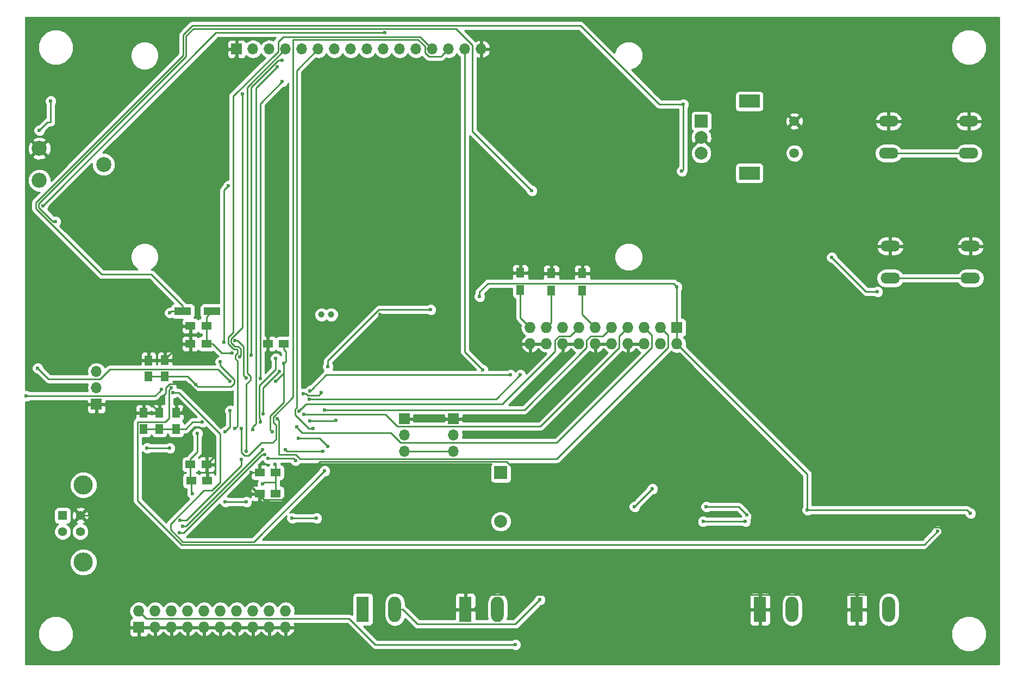
<source format=gbr>
G04 #@! TF.FileFunction,Copper,L2,Bot,Signal*
%FSLAX46Y46*%
G04 Gerber Fmt 4.6, Leading zero omitted, Abs format (unit mm)*
G04 Created by KiCad (PCBNEW 4.0.7-e2-6376~58~ubuntu16.04.1) date Tue Apr 16 15:45:19 2019*
%MOMM*%
%LPD*%
G01*
G04 APERTURE LIST*
%ADD10C,0.100000*%
%ADD11R,1.700000X1.700000*%
%ADD12O,1.700000X1.700000*%
%ADD13R,2.000000X2.000000*%
%ADD14C,2.000000*%
%ADD15R,1.500000X1.250000*%
%ADD16R,1.250000X1.500000*%
%ADD17R,1.980000X3.960000*%
%ADD18O,1.980000X3.960000*%
%ADD19R,1.727200X1.727200*%
%ADD20O,1.727200X1.727200*%
%ADD21R,2.598420X1.198880*%
%ADD22R,2.600960X1.198880*%
%ADD23R,1.300000X1.500000*%
%ADD24C,2.340000*%
%ADD25C,1.500000*%
%ADD26R,3.200000X2.000000*%
%ADD27O,3.048000X1.727200*%
%ADD28C,1.000000*%
%ADD29C,3.000000*%
%ADD30C,1.400000*%
%ADD31R,1.400000X1.400000*%
%ADD32C,0.600000*%
%ADD33C,0.250000*%
%ADD34C,0.254000*%
G04 APERTURE END LIST*
D10*
D11*
X109474000Y-56134000D03*
D12*
X112014000Y-56134000D03*
X114554000Y-56134000D03*
X117094000Y-56134000D03*
X119634000Y-56134000D03*
X122174000Y-56134000D03*
X124714000Y-56134000D03*
X127254000Y-56134000D03*
X129794000Y-56134000D03*
X132334000Y-56134000D03*
X134874000Y-56134000D03*
X137414000Y-56134000D03*
X139954000Y-56134000D03*
X142494000Y-56134000D03*
X145034000Y-56134000D03*
X147574000Y-56134000D03*
D13*
X150622000Y-122194000D03*
D14*
X150622000Y-129794000D03*
D15*
X104751767Y-102097891D03*
X102251767Y-102097891D03*
X104751767Y-99314000D03*
X102251767Y-99314000D03*
X116820000Y-102108000D03*
X114320000Y-102108000D03*
D16*
X100051438Y-115378208D03*
X100051438Y-112878208D03*
X97426326Y-115378208D03*
X97426326Y-112878208D03*
X94971438Y-115358208D03*
X94971438Y-112858208D03*
X95758000Y-107188000D03*
X95758000Y-104688000D03*
D15*
X102283002Y-120921001D03*
X104783002Y-120921001D03*
X115550000Y-122174000D03*
X113050000Y-122174000D03*
D16*
X98298000Y-107168000D03*
X98298000Y-104668000D03*
D15*
X102382000Y-123444000D03*
X104882000Y-123444000D03*
X115550000Y-125476000D03*
X113050000Y-125476000D03*
D11*
X135588859Y-113792000D03*
D12*
X135588859Y-116332000D03*
X135588859Y-118872000D03*
D11*
X143256000Y-113792000D03*
D12*
X143256000Y-116332000D03*
X143256000Y-118872000D03*
D17*
X145114000Y-143510000D03*
D18*
X150114000Y-143510000D03*
D17*
X129112000Y-143510000D03*
D18*
X134112000Y-143510000D03*
D19*
X94234000Y-146304000D03*
D20*
X94234000Y-143764000D03*
X96774000Y-146304000D03*
X96774000Y-143764000D03*
X99314000Y-146304000D03*
X99314000Y-143764000D03*
X101854000Y-146304000D03*
X101854000Y-143764000D03*
X104394000Y-146304000D03*
X104394000Y-143764000D03*
X106934000Y-146304000D03*
X106934000Y-143764000D03*
X109474000Y-146304000D03*
X109474000Y-143764000D03*
X112014000Y-146304000D03*
X112014000Y-143764000D03*
X114554000Y-146304000D03*
X114554000Y-143764000D03*
X117094000Y-146304000D03*
X117094000Y-143764000D03*
D19*
X178054000Y-99568000D03*
D20*
X178054000Y-102108000D03*
X175514000Y-99568000D03*
X175514000Y-102108000D03*
X172974000Y-99568000D03*
X172974000Y-102108000D03*
X170434000Y-99568000D03*
X170434000Y-102108000D03*
X167894000Y-99568000D03*
X167894000Y-102108000D03*
X165354000Y-99568000D03*
X165354000Y-102108000D03*
X162814000Y-99568000D03*
X162814000Y-102108000D03*
X160274000Y-99568000D03*
X160274000Y-102108000D03*
X157734000Y-99568000D03*
X157734000Y-102108000D03*
X155194000Y-99568000D03*
X155194000Y-102108000D03*
D17*
X206074000Y-143510000D03*
D18*
X211074000Y-143510000D03*
D17*
X191008000Y-143510000D03*
D18*
X196008000Y-143510000D03*
D11*
X87630000Y-111506000D03*
D12*
X87630000Y-108966000D03*
X87630000Y-106426000D03*
D21*
X105664000Y-97028000D03*
D22*
X101061520Y-97028000D03*
D23*
X163322000Y-93815974D03*
X163322000Y-91115974D03*
X158496000Y-93815974D03*
X158496000Y-91115974D03*
X153670000Y-93735974D03*
X153670000Y-91035974D03*
D24*
X78740000Y-71628000D03*
X88740000Y-74128000D03*
X78740000Y-76628000D03*
D25*
X196342000Y-72390000D03*
X196342000Y-67390000D03*
D26*
X189342000Y-75490000D03*
X189342000Y-64290000D03*
D14*
X181842000Y-72390000D03*
X181842000Y-69890000D03*
D13*
X181842000Y-67390000D03*
D27*
X223520000Y-67390000D03*
X223520000Y-72390000D03*
X211020000Y-67390000D03*
X211020000Y-72390000D03*
X223774000Y-86868000D03*
X223774000Y-91868000D03*
X211274000Y-86868000D03*
X211274000Y-91868000D03*
D28*
X124182000Y-97536000D03*
X122682000Y-97536000D03*
D29*
X85598000Y-124104000D03*
D30*
X85108000Y-128874000D03*
X85108000Y-131374000D03*
D31*
X82358000Y-128874000D03*
D29*
X85598000Y-136144000D03*
D30*
X82358000Y-131374000D03*
D32*
X152908000Y-148995000D03*
X147828000Y-106172000D03*
X171450000Y-127508000D03*
X174244000Y-124714000D03*
X102616000Y-125476000D03*
X116820000Y-105156000D03*
X139700000Y-96774000D03*
X123698000Y-105664000D03*
X110998000Y-126746000D03*
X113538000Y-123952000D03*
X107696000Y-126746000D03*
X117094000Y-118618000D03*
X178816000Y-75184000D03*
X179070000Y-64770000D03*
X115002979Y-115839447D03*
X115452990Y-120904000D03*
X122936000Y-118872000D03*
X106934000Y-104902000D03*
X223774000Y-128524000D03*
X198374000Y-128016000D03*
X178054000Y-93231998D03*
X99060000Y-97282000D03*
X103124000Y-108458014D03*
X115570000Y-107950000D03*
X147320000Y-94742000D03*
X103378000Y-116078000D03*
X99822000Y-134366000D03*
X122174000Y-137414000D03*
X116078000Y-137160000D03*
X114554000Y-127254000D03*
X96012000Y-130556000D03*
X163830000Y-130048000D03*
X164592000Y-134874000D03*
X207518000Y-130048000D03*
X183388000Y-130692999D03*
X189230000Y-127254000D03*
X227330000Y-116840000D03*
X220472000Y-118872000D03*
X96012000Y-111506000D03*
X105918000Y-119634000D03*
X107442000Y-112268000D03*
X97790000Y-110490000D03*
X101346000Y-112268000D03*
X92710000Y-112776000D03*
X105410000Y-82550000D03*
X139954000Y-104648000D03*
X131826000Y-97536000D03*
X115824000Y-97790000D03*
X95758000Y-103124000D03*
X87376000Y-98552000D03*
X175514000Y-138430000D03*
X168656000Y-138684000D03*
X111760000Y-122174000D03*
X202184000Y-88646000D03*
X209296000Y-93980000D03*
X108765249Y-103513135D03*
X104140000Y-114300000D03*
X115570000Y-104394008D03*
X113147010Y-114300000D03*
X81280000Y-83058000D03*
X155448000Y-78232000D03*
X78740000Y-68834000D03*
X80518000Y-64262000D03*
X108458008Y-107950000D03*
X78486000Y-105918000D03*
X97790000Y-109220000D03*
X76707986Y-110236000D03*
X113597021Y-113030000D03*
X116117609Y-106436729D03*
X156718000Y-141986000D03*
X121920000Y-129286000D03*
X118110000Y-129286000D03*
X110998000Y-118872000D03*
X112011556Y-115450546D03*
X115824000Y-58928000D03*
X121412000Y-115316000D03*
X113147010Y-107541604D03*
X116586000Y-61214000D03*
X116586000Y-57912000D03*
X111760000Y-103886000D03*
X110998000Y-107442000D03*
X109220000Y-101600000D03*
X109922979Y-104140000D03*
X110372990Y-63136411D03*
X132588000Y-53594000D03*
X79284573Y-80554223D03*
X109220000Y-115316000D03*
X110236000Y-115316000D03*
X107519977Y-101846325D03*
X108204000Y-77470000D03*
X115824000Y-113792000D03*
X118830396Y-115052697D03*
X118644951Y-120274361D03*
X119942883Y-113083470D03*
X114367336Y-119975445D03*
X119126000Y-116840006D03*
X123698000Y-118110000D03*
X123190000Y-112385010D03*
X119217622Y-112592521D03*
X95504000Y-118364000D03*
X99060000Y-118364000D03*
X107696000Y-115824000D03*
X108458000Y-112522000D03*
X119888000Y-109881010D03*
X122682000Y-109728000D03*
X120849774Y-114123658D03*
X124909606Y-114028591D03*
X100644949Y-129600949D03*
X110236000Y-120142000D03*
X101092000Y-130556000D03*
X113538000Y-118618000D03*
X100582149Y-131573841D03*
X113879236Y-119341586D03*
X218694000Y-131318000D03*
X99314000Y-108966000D03*
X99568002Y-109728000D03*
X123190000Y-121920000D03*
X120823537Y-110724012D03*
X182626000Y-127508000D03*
X188976000Y-128778000D03*
X153670000Y-106934000D03*
X188722000Y-129794000D03*
X120904000Y-109474000D03*
X182141003Y-129803999D03*
X152146000Y-106934000D03*
D33*
X94234000Y-143764000D02*
X95422601Y-144952601D01*
X95422601Y-144952601D02*
X126999599Y-144952601D01*
X126999599Y-144952601D02*
X131041998Y-148995000D01*
X131041998Y-148995000D02*
X152908000Y-148995000D01*
X147828000Y-106172000D02*
X145034000Y-103378000D01*
X145034000Y-103378000D02*
X145034000Y-56134000D01*
X174244000Y-124714000D02*
X171450000Y-127508000D01*
X101061520Y-97028000D02*
X101061520Y-96178560D01*
X78209562Y-81040624D02*
X78209563Y-80067821D01*
X101061520Y-96178560D02*
X96174441Y-91291481D01*
X88460419Y-91291481D02*
X78209562Y-81040624D01*
X101149990Y-57127394D02*
X101149991Y-53915599D01*
X96174441Y-91291481D02*
X88460419Y-91291481D01*
X78209563Y-80067821D02*
X101149990Y-57127394D01*
X101149991Y-53915599D02*
X102546601Y-52518989D01*
X102546601Y-52518989D02*
X163042987Y-52518989D01*
X178645736Y-64770000D02*
X179070000Y-64770000D01*
X163042987Y-52518989D02*
X175293998Y-64770000D01*
X175293998Y-64770000D02*
X178645736Y-64770000D01*
X102382000Y-125496000D02*
X102596000Y-125496000D01*
X102596000Y-125496000D02*
X102616000Y-125476000D01*
X116820000Y-106700000D02*
X115570000Y-107950000D01*
X116820000Y-102108000D02*
X116820000Y-102983000D01*
X116820000Y-102983000D02*
X117119999Y-103282999D01*
X117119999Y-104856001D02*
X116820000Y-105156000D01*
X116820000Y-105156000D02*
X116820000Y-106700000D01*
X114702980Y-113351607D02*
X114702980Y-115539448D01*
X116820000Y-105156000D02*
X116820000Y-111234587D01*
X114702980Y-115539448D02*
X115002979Y-115839447D01*
X116820000Y-111234587D02*
X114702980Y-113351607D01*
X117119999Y-103282999D02*
X117119999Y-104856001D01*
X123698000Y-105664000D02*
X123698000Y-104738998D01*
X123698000Y-104738998D02*
X131662998Y-96774000D01*
X131662998Y-96774000D02*
X139700000Y-96774000D01*
X110998000Y-126746000D02*
X107696000Y-126746000D01*
X115550000Y-123698000D02*
X115550000Y-125476000D01*
X115550000Y-122174000D02*
X115550000Y-123698000D01*
X115550000Y-123698000D02*
X113792000Y-123698000D01*
X113792000Y-123698000D02*
X113538000Y-123952000D01*
X102382000Y-123444000D02*
X102382000Y-125496000D01*
X117348000Y-118872000D02*
X117094000Y-118618000D01*
X122936000Y-118872000D02*
X117348000Y-118872000D01*
X179070000Y-74930000D02*
X178816000Y-75184000D01*
X179070000Y-64770000D02*
X179070000Y-74930000D01*
X115550000Y-121001010D02*
X115452990Y-120904000D01*
X115550000Y-122174000D02*
X115550000Y-121001010D01*
X143256000Y-118872000D02*
X135588859Y-118872000D01*
X106934000Y-104902000D02*
X106934000Y-105500990D01*
X106934000Y-105500990D02*
X109083009Y-107649999D01*
X109083009Y-107649999D02*
X109083009Y-108250001D01*
X109083009Y-108250001D02*
X108574997Y-108758013D01*
X108574997Y-108758013D02*
X103423999Y-108758013D01*
X103423999Y-108758013D02*
X103124000Y-108458014D01*
X198374000Y-128016000D02*
X223266000Y-128016000D01*
X223266000Y-128016000D02*
X223774000Y-128524000D01*
X198374000Y-128016000D02*
X198374000Y-122428000D01*
X198374000Y-122428000D02*
X178054000Y-102108000D01*
X101061520Y-97028000D02*
X99314000Y-97028000D01*
X99314000Y-97028000D02*
X99060000Y-97282000D01*
X102824001Y-108158015D02*
X103124000Y-108458014D01*
X101833986Y-107168000D02*
X102824001Y-108158015D01*
X98298000Y-107168000D02*
X101833986Y-107168000D01*
X148639027Y-92660973D02*
X147320000Y-93980000D01*
X147320000Y-93980000D02*
X147320000Y-94742000D01*
X178054000Y-102108000D02*
X178054000Y-93231998D01*
X178054000Y-93231998D02*
X177482975Y-92660973D01*
X177482975Y-92660973D02*
X148639027Y-92660973D01*
X178054000Y-99568000D02*
X178054000Y-102108000D01*
X102283002Y-120921001D02*
X102283002Y-123345002D01*
X102283002Y-123345002D02*
X102382000Y-123444000D01*
X103378000Y-118951003D02*
X103378000Y-116078000D01*
X102283002Y-120921001D02*
X102283002Y-120046001D01*
X102283002Y-120046001D02*
X103378000Y-118951003D01*
X98298000Y-107168000D02*
X95778000Y-107168000D01*
X95778000Y-107168000D02*
X95758000Y-107188000D01*
X168656000Y-138684000D02*
X175260000Y-138684000D01*
X175260000Y-138684000D02*
X175514000Y-138430000D01*
X96012000Y-130556000D02*
X99822000Y-134366000D01*
X116078000Y-137160000D02*
X121920000Y-137160000D01*
X121920000Y-137160000D02*
X122174000Y-137414000D01*
X111655000Y-124206000D02*
X112925000Y-125476000D01*
X111460001Y-124011001D02*
X111655000Y-124206000D01*
X111655000Y-124206000D02*
X111655000Y-124355000D01*
X111655000Y-124355000D02*
X114554000Y-127254000D01*
X111460001Y-123346003D02*
X111460001Y-124160001D01*
X161706001Y-130692999D02*
X163830000Y-130692999D01*
X111460001Y-124160001D02*
X113726001Y-126426001D01*
X113726001Y-126426001D02*
X116560001Y-126426001D01*
X116560001Y-126426001D02*
X122488991Y-120497011D01*
X122488991Y-120497011D02*
X151510013Y-120497011D01*
X151510013Y-120497011D02*
X161706001Y-130692999D01*
X111460001Y-123346003D02*
X111460001Y-124011001D01*
X112925000Y-125476000D02*
X113050000Y-125476000D01*
X85108000Y-128874000D02*
X94330000Y-128874000D01*
X94330000Y-128874000D02*
X96012000Y-130556000D01*
X163830000Y-130692999D02*
X163830000Y-130048000D01*
X163830000Y-130692999D02*
X183388000Y-130692999D01*
X207518000Y-130472264D02*
X207518000Y-130048000D01*
X207738735Y-130692999D02*
X207518000Y-130472264D01*
X207772000Y-130692999D02*
X207738735Y-130692999D01*
X189484000Y-130692999D02*
X207772000Y-130692999D01*
X207772000Y-130692999D02*
X218994001Y-130692999D01*
X183388000Y-130692999D02*
X189484000Y-130692999D01*
X189230000Y-128106998D02*
X189738000Y-128614998D01*
X189230000Y-127254000D02*
X189230000Y-128106998D01*
X189738000Y-128614998D02*
X189738000Y-130438999D01*
X189738000Y-130438999D02*
X189484000Y-130692999D01*
X220472000Y-118872000D02*
X225298000Y-118872000D01*
X225298000Y-118872000D02*
X227330000Y-116840000D01*
X135588859Y-113792000D02*
X143256000Y-113792000D01*
X92710000Y-112776000D02*
X93980000Y-111506000D01*
X96690264Y-111506000D02*
X96012000Y-111506000D01*
X98994001Y-108340999D02*
X98415001Y-108919999D01*
X98415001Y-108919999D02*
X98415001Y-109781263D01*
X106008984Y-112268000D02*
X102081983Y-108340999D01*
X102081983Y-108340999D02*
X98994001Y-108340999D01*
X107442000Y-112268000D02*
X106008984Y-112268000D01*
X95587736Y-111506000D02*
X96012000Y-111506000D01*
X97426326Y-112753208D02*
X96179118Y-111506000D01*
X97790000Y-110490000D02*
X96774000Y-111506000D01*
X96179118Y-111506000D02*
X96012000Y-111506000D01*
X97426326Y-112878208D02*
X97426326Y-112753208D01*
X93980000Y-111506000D02*
X95587736Y-111506000D01*
X98415001Y-109781263D02*
X96690264Y-111506000D01*
X96774000Y-111506000D02*
X96690264Y-111506000D01*
X104882000Y-123444000D02*
X104882000Y-121019999D01*
X104882000Y-121019999D02*
X104783002Y-120921001D01*
X111760000Y-122174000D02*
X111460001Y-122473999D01*
X219319001Y-131618001D02*
X209732012Y-141204990D01*
X111460001Y-122473999D02*
X111460001Y-123346003D01*
X146354000Y-143510000D02*
X145114000Y-143510000D01*
X218994001Y-130692999D02*
X219319001Y-131017999D01*
X219319001Y-131017999D02*
X219319001Y-131618001D01*
X209732012Y-141204990D02*
X148659010Y-141204990D01*
X148659010Y-141204990D02*
X146354000Y-143510000D01*
X105918000Y-119634000D02*
X105918000Y-119786003D01*
X105918000Y-119786003D02*
X104783002Y-120921001D01*
X100051438Y-112878208D02*
X100735792Y-112878208D01*
X100735792Y-112878208D02*
X101346000Y-112268000D01*
X94971438Y-112858208D02*
X97406326Y-112858208D01*
X97406326Y-112858208D02*
X97426326Y-112878208D01*
X92710000Y-112776000D02*
X94889230Y-112776000D01*
X94889230Y-112776000D02*
X94971438Y-112858208D01*
X105410000Y-61298000D02*
X105410000Y-82550000D01*
X109474000Y-56134000D02*
X109474000Y-57234000D01*
X109474000Y-57234000D02*
X105410000Y-61298000D01*
X131826000Y-97536000D02*
X138938000Y-104648000D01*
X138938000Y-104648000D02*
X139954000Y-104648000D01*
X114320000Y-102108000D02*
X114320000Y-99294000D01*
X114320000Y-99294000D02*
X115824000Y-97790000D01*
X102251767Y-99314000D02*
X102251767Y-100189000D01*
X102251767Y-100189000D02*
X102251767Y-102097891D01*
X102251767Y-102097891D02*
X100743109Y-102097891D01*
X100743109Y-102097891D02*
X98298000Y-104543000D01*
X98298000Y-104543000D02*
X98298000Y-104668000D01*
X95758000Y-104688000D02*
X98278000Y-104688000D01*
X98278000Y-104688000D02*
X98298000Y-104668000D01*
X95758000Y-103124000D02*
X95758000Y-104688000D01*
X91523736Y-103124000D02*
X95758000Y-103124000D01*
X87376000Y-98552000D02*
X87376000Y-98976264D01*
X87376000Y-98976264D02*
X91523736Y-103124000D01*
X111760000Y-122174000D02*
X113050000Y-122174000D01*
X209296000Y-93980000D02*
X207518000Y-93980000D01*
X207518000Y-93980000D02*
X202184000Y-88646000D01*
X104751767Y-102097891D02*
X105751767Y-102097891D01*
X108340985Y-103513135D02*
X108765249Y-103513135D01*
X107167011Y-103513135D02*
X108340985Y-103513135D01*
X105751767Y-102097891D02*
X107167011Y-103513135D01*
X104751767Y-99314000D02*
X104751767Y-97940233D01*
X104751767Y-97940233D02*
X105664000Y-97028000D01*
X104751767Y-99314000D02*
X104751767Y-100189000D01*
X104751767Y-100189000D02*
X104751767Y-102097891D01*
X101537792Y-115378208D02*
X102616000Y-114300000D01*
X102616000Y-114300000D02*
X104140000Y-114300000D01*
X100051438Y-115378208D02*
X101537792Y-115378208D01*
X97426326Y-115378208D02*
X100051438Y-115378208D01*
X94971438Y-115358208D02*
X97406326Y-115358208D01*
X97406326Y-115358208D02*
X97426326Y-115378208D01*
X115570000Y-106043618D02*
X112972011Y-108641607D01*
X112972011Y-113700737D02*
X113147010Y-113875736D01*
X113147010Y-113875736D02*
X113147010Y-114300000D01*
X112972011Y-108641607D02*
X112972011Y-113700737D01*
X115570000Y-104394008D02*
X115570000Y-106043618D01*
X101600000Y-54102000D02*
X101600000Y-57313794D01*
X101600000Y-57313794D02*
X78659572Y-80254222D01*
X78659572Y-80254222D02*
X78659572Y-80854224D01*
X78659572Y-80854224D02*
X80863348Y-83058000D01*
X80863348Y-83058000D02*
X81280000Y-83058000D01*
X155448000Y-78232000D02*
X146209001Y-68993001D01*
X146209001Y-68993001D02*
X146209001Y-55569999D01*
X146209001Y-55569999D02*
X143608001Y-52968999D01*
X143608001Y-52968999D02*
X102733001Y-52968999D01*
X102733001Y-52968999D02*
X101600000Y-54102000D01*
X80518000Y-67564000D02*
X80010000Y-67564000D01*
X80010000Y-67564000D02*
X78740000Y-68834000D01*
X80518000Y-64262000D02*
X80518000Y-67564000D01*
X223520000Y-72390000D02*
X221746000Y-72390000D01*
X221746000Y-72390000D02*
X211020000Y-72390000D01*
X88194001Y-107601001D02*
X89702003Y-106092999D01*
X89702003Y-106092999D02*
X106601007Y-106092999D01*
X80169001Y-107601001D02*
X88194001Y-107601001D01*
X78486000Y-105918000D02*
X80169001Y-107601001D01*
X108158009Y-107650001D02*
X108458008Y-107950000D01*
X106601007Y-106092999D02*
X108158009Y-107650001D01*
X223774000Y-91868000D02*
X222000000Y-91868000D01*
X222000000Y-91868000D02*
X211274000Y-91868000D01*
X96774000Y-110236000D02*
X97490001Y-109519999D01*
X76707986Y-110236000D02*
X96774000Y-110236000D01*
X97490001Y-109519999D02*
X97790000Y-109220000D01*
X116117609Y-106436729D02*
X113597021Y-108957317D01*
X113597021Y-108957317D02*
X113597021Y-112605736D01*
X113597021Y-112605736D02*
X113597021Y-113030000D01*
X134112000Y-143510000D02*
X135352000Y-143510000D01*
X135352000Y-143510000D02*
X137657001Y-145815001D01*
X137657001Y-145815001D02*
X152888999Y-145815001D01*
X152888999Y-145815001D02*
X156718000Y-141986000D01*
X118110000Y-129286000D02*
X121920000Y-129286000D01*
X111623002Y-107141998D02*
X111623002Y-107742002D01*
X117094000Y-56134000D02*
X111117446Y-62110554D01*
X110998000Y-118447736D02*
X110998000Y-118872000D01*
X111623002Y-107742002D02*
X110998000Y-108367004D01*
X111117446Y-106636442D02*
X111623002Y-107141998D01*
X111117446Y-62110554D02*
X111117446Y-106636442D01*
X110998000Y-108367004D02*
X110998000Y-118447736D01*
X112011556Y-115026282D02*
X112011556Y-115450546D01*
X112522000Y-114515838D02*
X112011556Y-115026282D01*
X115824000Y-58928000D02*
X112522000Y-62230000D01*
X112522000Y-62230000D02*
X112522000Y-114515838D01*
X118592620Y-113174884D02*
X120733736Y-115316000D01*
X118821049Y-59486951D02*
X118821049Y-112064090D01*
X120987736Y-115316000D02*
X121412000Y-115316000D01*
X120733736Y-115316000D02*
X120987736Y-115316000D01*
X118592620Y-112292519D02*
X118592620Y-113174884D01*
X118821049Y-112064090D02*
X118592620Y-112292519D01*
X122174000Y-56134000D02*
X118821049Y-59486951D01*
X113147010Y-107117340D02*
X113147010Y-107541604D01*
X113147010Y-64652990D02*
X113147010Y-107117340D01*
X116586000Y-61214000D02*
X113147010Y-64652990D01*
X111760000Y-103886000D02*
X111760000Y-62104410D01*
X111760000Y-62104410D02*
X115952410Y-57912000D01*
X115952410Y-57912000D02*
X116586000Y-57912000D01*
X110698001Y-107142001D02*
X110998000Y-107442000D01*
X110547989Y-102503725D02*
X110547989Y-106991989D01*
X110547989Y-106991989D02*
X110698001Y-107142001D01*
X109220000Y-101600000D02*
X109644264Y-101600000D01*
X109644264Y-101600000D02*
X110547989Y-102503725D01*
X110372990Y-99522006D02*
X110372990Y-63560675D01*
X108594998Y-101900002D02*
X108594998Y-101299998D01*
X110097978Y-102894982D02*
X109681998Y-102479002D01*
X109922979Y-104140000D02*
X110097978Y-103965001D01*
X110097978Y-103965001D02*
X110097978Y-102894982D01*
X109173998Y-102479002D02*
X108594998Y-101900002D01*
X108594998Y-101299998D02*
X110372990Y-99522006D01*
X109681998Y-102479002D02*
X109173998Y-102479002D01*
X110372990Y-63560675D02*
X110372990Y-63136411D01*
X106244796Y-53594000D02*
X132163736Y-53594000D01*
X79284573Y-80554223D02*
X106244796Y-53594000D01*
X132163736Y-53594000D02*
X132588000Y-53594000D01*
X109622977Y-103056392D02*
X109495598Y-102929013D01*
X109220000Y-115316000D02*
X109610998Y-114925002D01*
X109610998Y-114925002D02*
X109610998Y-104753023D01*
X109610998Y-104753023D02*
X109297977Y-104440002D01*
X115918999Y-56508003D02*
X115918999Y-55023001D01*
X109297977Y-104440002D02*
X109297977Y-103839998D01*
X115918999Y-55023001D02*
X116722999Y-54219001D01*
X109297977Y-103839998D02*
X109622977Y-103514998D01*
X109622977Y-103514998D02*
X109622977Y-103056392D01*
X108144987Y-102086402D02*
X108144987Y-101113598D01*
X109495598Y-102929013D02*
X108987598Y-102929013D01*
X108987598Y-102929013D02*
X108144987Y-102086402D01*
X108144987Y-101113598D02*
X108906987Y-100351598D01*
X108906987Y-63520015D02*
X115918999Y-56508003D01*
X116722999Y-54219001D02*
X138039001Y-54219001D01*
X108906987Y-100351598D02*
X108906987Y-63520015D01*
X138039001Y-54219001D02*
X139954000Y-56134000D01*
X110236000Y-115316000D02*
X110236000Y-119035002D01*
X138778999Y-55720999D02*
X138778999Y-56698001D01*
X138778999Y-56698001D02*
X139389999Y-57309001D01*
X118269001Y-54704999D02*
X118304988Y-54669012D01*
X118304988Y-54669012D02*
X137727012Y-54669012D01*
X137727012Y-54669012D02*
X138778999Y-55720999D01*
X115627989Y-116945015D02*
X115627989Y-114774991D01*
X115627989Y-114774991D02*
X115198999Y-114346001D01*
X115198999Y-114346001D02*
X115198999Y-113491999D01*
X115198999Y-113491999D02*
X118269001Y-110421997D01*
X111298001Y-119497001D02*
X113330000Y-117465002D01*
X110697999Y-119497001D02*
X111298001Y-119497001D01*
X113330000Y-117465002D02*
X115108002Y-117465002D01*
X115108002Y-117465002D02*
X115627989Y-116945015D01*
X118269001Y-110421997D02*
X118269001Y-54704999D01*
X141644001Y-56983999D02*
X142494000Y-56134000D01*
X141318999Y-57309001D02*
X141644001Y-56983999D01*
X139389999Y-57309001D02*
X141318999Y-57309001D01*
X110236000Y-119035002D02*
X110697999Y-119497001D01*
X108204000Y-77470000D02*
X107519977Y-78154023D01*
X107519977Y-78154023D02*
X107519977Y-101422061D01*
X107519977Y-101422061D02*
X107519977Y-101846325D01*
X159334129Y-120047001D02*
X119350178Y-120047001D01*
X176702601Y-102678529D02*
X159334129Y-120047001D01*
X175514000Y-99568000D02*
X176702601Y-100756601D01*
X176702601Y-100756601D02*
X176702601Y-102678529D01*
X118683177Y-119380000D02*
X116078000Y-119380000D01*
X119350178Y-120047001D02*
X118683177Y-119380000D01*
X116078000Y-119380000D02*
X116078000Y-114046000D01*
X116078000Y-114046000D02*
X115824000Y-113792000D01*
X119130395Y-115352696D02*
X118830396Y-115052697D01*
X119718700Y-115941001D02*
X119130395Y-115352696D01*
X174162601Y-102678529D02*
X159334129Y-117507001D01*
X174162601Y-100756601D02*
X174162601Y-102678529D01*
X172974000Y-99568000D02*
X174162601Y-100756601D01*
X133458858Y-115941001D02*
X119718700Y-115941001D01*
X159334129Y-117507001D02*
X135024858Y-117507001D01*
X135024858Y-117507001D02*
X133458858Y-115941001D01*
X118346035Y-119975445D02*
X118644951Y-120274361D01*
X114367336Y-119975445D02*
X118346035Y-119975445D01*
X120367147Y-113083470D02*
X119942883Y-113083470D01*
X132595327Y-113083470D02*
X120367147Y-113083470D01*
X134478858Y-114967001D02*
X132595327Y-113083470D01*
X170434000Y-99568000D02*
X169082601Y-100919399D01*
X156794129Y-114967001D02*
X134478858Y-114967001D01*
X169082601Y-102678529D02*
X156794129Y-114967001D01*
X169082601Y-100919399D02*
X169082601Y-102678529D01*
X119550264Y-116840006D02*
X119126000Y-116840006D01*
X122428006Y-116840006D02*
X119550264Y-116840006D01*
X123698000Y-118110000D02*
X122428006Y-116840006D01*
X154296120Y-112385010D02*
X123614264Y-112385010D01*
X164002601Y-102678529D02*
X154296120Y-112385010D01*
X164002601Y-101537471D02*
X164002601Y-102678529D01*
X167894000Y-99568000D02*
X166542601Y-100919399D01*
X123614264Y-112385010D02*
X123190000Y-112385010D01*
X164620673Y-100919399D02*
X164002601Y-101537471D01*
X166542601Y-100919399D02*
X164620673Y-100919399D01*
X163322000Y-93815974D02*
X163322000Y-97536000D01*
X163322000Y-97536000D02*
X165354000Y-99568000D01*
X119380000Y-112268000D02*
X119380000Y-112430143D01*
X159085399Y-101537471D02*
X159085399Y-103296601D01*
X150876000Y-111506000D02*
X120304143Y-111506000D01*
X120304143Y-111506000D02*
X119517621Y-112292522D01*
X119517621Y-112292522D02*
X119217622Y-112592521D01*
X159703471Y-100919399D02*
X159085399Y-101537471D01*
X159085399Y-103296601D02*
X150876000Y-111506000D01*
X162814000Y-99568000D02*
X161462601Y-100919399D01*
X119380000Y-112430143D02*
X119217622Y-112592521D01*
X161462601Y-100919399D02*
X159703471Y-100919399D01*
X158496000Y-93815974D02*
X158496000Y-98806000D01*
X158496000Y-98806000D02*
X157734000Y-99568000D01*
X153670000Y-93735974D02*
X153670000Y-98044000D01*
X153670000Y-98044000D02*
X155194000Y-99568000D01*
X99060000Y-118364000D02*
X95504000Y-118364000D01*
X108458000Y-112522000D02*
X108458000Y-115062000D01*
X108458000Y-115062000D02*
X107696000Y-115824000D01*
X122310998Y-110099002D02*
X120530256Y-110099002D01*
X120312264Y-109881010D02*
X119888000Y-109881010D01*
X122682000Y-109728000D02*
X122310998Y-110099002D01*
X120530256Y-110099002D02*
X120312264Y-109881010D01*
X124814539Y-114123658D02*
X124909606Y-114028591D01*
X120849774Y-114123658D02*
X124814539Y-114123658D01*
X110236000Y-120142000D02*
X110236000Y-121032410D01*
X110236000Y-121032410D02*
X101667461Y-129600949D01*
X101069213Y-129600949D02*
X100644949Y-129600949D01*
X101667461Y-129600949D02*
X101069213Y-129600949D01*
X101600000Y-130556000D02*
X101516264Y-130556000D01*
X113538000Y-118618000D02*
X101600000Y-130556000D01*
X101516264Y-130556000D02*
X101092000Y-130556000D01*
X113879236Y-119341586D02*
X113454972Y-119341586D01*
X101006413Y-131573841D02*
X100582149Y-131573841D01*
X101222717Y-131573841D02*
X101006413Y-131573841D01*
X113454972Y-119341586D02*
X101222717Y-131573841D01*
X94021437Y-114348207D02*
X94021437Y-126533437D01*
X99314000Y-108966000D02*
X98943001Y-109336999D01*
X98331327Y-114283207D02*
X94086437Y-114283207D01*
X216602989Y-133409011D02*
X218694000Y-131318000D01*
X98943001Y-109336999D02*
X98943001Y-113671533D01*
X98943001Y-113671533D02*
X98331327Y-114283207D01*
X94086437Y-114283207D02*
X94021437Y-114348207D01*
X94021437Y-126533437D02*
X100897011Y-133409011D01*
X100897011Y-133409011D02*
X216602989Y-133409011D01*
X99196999Y-130165001D02*
X104394000Y-124968000D01*
X99196999Y-131072589D02*
X99196999Y-130165001D01*
X104394000Y-124968000D02*
X105664000Y-124968000D01*
X99992266Y-109728000D02*
X99568002Y-109728000D01*
X123190000Y-121920000D02*
X112151000Y-132959000D01*
X100493002Y-109728000D02*
X99992266Y-109728000D01*
X106934000Y-123698000D02*
X106934000Y-116168998D01*
X112151000Y-132959000D02*
X101083410Y-132959000D01*
X101083410Y-132959000D02*
X99196999Y-131072589D01*
X105664000Y-124968000D02*
X106934000Y-123698000D01*
X106934000Y-116168998D02*
X100493002Y-109728000D01*
X149879988Y-110724012D02*
X121247801Y-110724012D01*
X153670000Y-106934000D02*
X149879988Y-110724012D01*
X121247801Y-110724012D02*
X120823537Y-110724012D01*
X187706000Y-127508000D02*
X183050264Y-127508000D01*
X188976000Y-128778000D02*
X187706000Y-127508000D01*
X183050264Y-127508000D02*
X182626000Y-127508000D01*
X188712001Y-129803999D02*
X188722000Y-129794000D01*
X182141003Y-129803999D02*
X188712001Y-129803999D01*
X152146000Y-106934000D02*
X123444000Y-106934000D01*
X123444000Y-106934000D02*
X121203999Y-109174001D01*
X120904000Y-109220000D02*
X120904000Y-109474000D01*
X121203999Y-109174001D02*
X120904000Y-109474000D01*
D34*
G36*
X228219000Y-152019000D02*
X76581000Y-152019000D01*
X76581000Y-147871540D01*
X78494518Y-147871540D01*
X78917616Y-148895515D01*
X79700365Y-149679631D01*
X80723599Y-150104515D01*
X81831540Y-150105482D01*
X82855515Y-149682384D01*
X83639631Y-148899635D01*
X84064515Y-147876401D01*
X84065482Y-146768460D01*
X83991641Y-146589750D01*
X92735400Y-146589750D01*
X92735400Y-147293910D01*
X92832073Y-147527299D01*
X93010702Y-147705927D01*
X93244091Y-147802600D01*
X93948250Y-147802600D01*
X94107000Y-147643850D01*
X94107000Y-146431000D01*
X94361000Y-146431000D01*
X94361000Y-147643850D01*
X94519750Y-147802600D01*
X95223909Y-147802600D01*
X95457298Y-147705927D01*
X95635927Y-147527299D01*
X95718529Y-147327881D01*
X95885510Y-147510821D01*
X96414973Y-147758968D01*
X96647000Y-147638469D01*
X96647000Y-146431000D01*
X96901000Y-146431000D01*
X96901000Y-147638469D01*
X97133027Y-147758968D01*
X97662490Y-147510821D01*
X98044000Y-147092848D01*
X98425510Y-147510821D01*
X98954973Y-147758968D01*
X99187000Y-147638469D01*
X99187000Y-146431000D01*
X99441000Y-146431000D01*
X99441000Y-147638469D01*
X99673027Y-147758968D01*
X100202490Y-147510821D01*
X100584000Y-147092848D01*
X100965510Y-147510821D01*
X101494973Y-147758968D01*
X101727000Y-147638469D01*
X101727000Y-146431000D01*
X101981000Y-146431000D01*
X101981000Y-147638469D01*
X102213027Y-147758968D01*
X102742490Y-147510821D01*
X103124000Y-147092848D01*
X103505510Y-147510821D01*
X104034973Y-147758968D01*
X104267000Y-147638469D01*
X104267000Y-146431000D01*
X104521000Y-146431000D01*
X104521000Y-147638469D01*
X104753027Y-147758968D01*
X105282490Y-147510821D01*
X105664000Y-147092848D01*
X106045510Y-147510821D01*
X106574973Y-147758968D01*
X106807000Y-147638469D01*
X106807000Y-146431000D01*
X107061000Y-146431000D01*
X107061000Y-147638469D01*
X107293027Y-147758968D01*
X107822490Y-147510821D01*
X108204000Y-147092848D01*
X108585510Y-147510821D01*
X109114973Y-147758968D01*
X109347000Y-147638469D01*
X109347000Y-146431000D01*
X109601000Y-146431000D01*
X109601000Y-147638469D01*
X109833027Y-147758968D01*
X110362490Y-147510821D01*
X110744000Y-147092848D01*
X111125510Y-147510821D01*
X111654973Y-147758968D01*
X111887000Y-147638469D01*
X111887000Y-146431000D01*
X112141000Y-146431000D01*
X112141000Y-147638469D01*
X112373027Y-147758968D01*
X112902490Y-147510821D01*
X113284000Y-147092848D01*
X113665510Y-147510821D01*
X114194973Y-147758968D01*
X114427000Y-147638469D01*
X114427000Y-146431000D01*
X114681000Y-146431000D01*
X114681000Y-147638469D01*
X114913027Y-147758968D01*
X115442490Y-147510821D01*
X115824000Y-147092848D01*
X116205510Y-147510821D01*
X116734973Y-147758968D01*
X116967000Y-147638469D01*
X116967000Y-146431000D01*
X117221000Y-146431000D01*
X117221000Y-147638469D01*
X117453027Y-147758968D01*
X117982490Y-147510821D01*
X118376688Y-147078947D01*
X118548958Y-146663026D01*
X118427817Y-146431000D01*
X117221000Y-146431000D01*
X116967000Y-146431000D01*
X114681000Y-146431000D01*
X114427000Y-146431000D01*
X112141000Y-146431000D01*
X111887000Y-146431000D01*
X109601000Y-146431000D01*
X109347000Y-146431000D01*
X107061000Y-146431000D01*
X106807000Y-146431000D01*
X104521000Y-146431000D01*
X104267000Y-146431000D01*
X101981000Y-146431000D01*
X101727000Y-146431000D01*
X99441000Y-146431000D01*
X99187000Y-146431000D01*
X96901000Y-146431000D01*
X96647000Y-146431000D01*
X94361000Y-146431000D01*
X94107000Y-146431000D01*
X92894150Y-146431000D01*
X92735400Y-146589750D01*
X83991641Y-146589750D01*
X83642384Y-145744485D01*
X82859635Y-144960369D01*
X81836401Y-144535485D01*
X80728460Y-144534518D01*
X79704485Y-144957616D01*
X78920369Y-145740365D01*
X78495485Y-146763599D01*
X78494518Y-147871540D01*
X76581000Y-147871540D01*
X76581000Y-143764000D01*
X92706041Y-143764000D01*
X92820115Y-144337489D01*
X93144971Y-144823670D01*
X93166023Y-144837737D01*
X93010702Y-144902073D01*
X92832073Y-145080701D01*
X92735400Y-145314090D01*
X92735400Y-146018250D01*
X92894150Y-146177000D01*
X94107000Y-146177000D01*
X94107000Y-146157000D01*
X94361000Y-146157000D01*
X94361000Y-146177000D01*
X96647000Y-146177000D01*
X96647000Y-146157000D01*
X96901000Y-146157000D01*
X96901000Y-146177000D01*
X99187000Y-146177000D01*
X99187000Y-146157000D01*
X99441000Y-146157000D01*
X99441000Y-146177000D01*
X101727000Y-146177000D01*
X101727000Y-146157000D01*
X101981000Y-146157000D01*
X101981000Y-146177000D01*
X104267000Y-146177000D01*
X104267000Y-146157000D01*
X104521000Y-146157000D01*
X104521000Y-146177000D01*
X106807000Y-146177000D01*
X106807000Y-146157000D01*
X107061000Y-146157000D01*
X107061000Y-146177000D01*
X109347000Y-146177000D01*
X109347000Y-146157000D01*
X109601000Y-146157000D01*
X109601000Y-146177000D01*
X111887000Y-146177000D01*
X111887000Y-146157000D01*
X112141000Y-146157000D01*
X112141000Y-146177000D01*
X114427000Y-146177000D01*
X114427000Y-146157000D01*
X114681000Y-146157000D01*
X114681000Y-146177000D01*
X116967000Y-146177000D01*
X116967000Y-146157000D01*
X117221000Y-146157000D01*
X117221000Y-146177000D01*
X118427817Y-146177000D01*
X118548958Y-145944974D01*
X118452712Y-145712601D01*
X126684797Y-145712601D01*
X130504596Y-149532401D01*
X130669343Y-149642480D01*
X130751159Y-149697148D01*
X131041998Y-149755000D01*
X152345537Y-149755000D01*
X152377673Y-149787192D01*
X152721201Y-149929838D01*
X153093167Y-149930162D01*
X153436943Y-149788117D01*
X153700192Y-149525327D01*
X153842838Y-149181799D01*
X153843162Y-148809833D01*
X153701117Y-148466057D01*
X153438327Y-148202808D01*
X153094799Y-148060162D01*
X152722833Y-148059838D01*
X152379057Y-148201883D01*
X152345882Y-148235000D01*
X131356801Y-148235000D01*
X130993341Y-147871540D01*
X220734518Y-147871540D01*
X221157616Y-148895515D01*
X221940365Y-149679631D01*
X222963599Y-150104515D01*
X224071540Y-150105482D01*
X225095515Y-149682384D01*
X225879631Y-148899635D01*
X226304515Y-147876401D01*
X226305482Y-146768460D01*
X225882384Y-145744485D01*
X225099635Y-144960369D01*
X224076401Y-144535485D01*
X222968460Y-144534518D01*
X221944485Y-144957616D01*
X221160369Y-145740365D01*
X220735485Y-146763599D01*
X220734518Y-147871540D01*
X130993341Y-147871540D01*
X129259240Y-146137440D01*
X130102000Y-146137440D01*
X130337317Y-146093162D01*
X130553441Y-145954090D01*
X130698431Y-145741890D01*
X130749440Y-145490000D01*
X130749440Y-142468769D01*
X132487000Y-142468769D01*
X132487000Y-144551231D01*
X132610696Y-145173092D01*
X132962951Y-145700280D01*
X133490139Y-146052535D01*
X134112000Y-146176231D01*
X134733861Y-146052535D01*
X135261049Y-145700280D01*
X135613304Y-145173092D01*
X135667555Y-144900357D01*
X137119600Y-146352402D01*
X137366162Y-146517149D01*
X137657001Y-146575001D01*
X152888999Y-146575001D01*
X153179838Y-146517149D01*
X153426400Y-146352402D01*
X155983052Y-143795750D01*
X189383000Y-143795750D01*
X189383000Y-145616310D01*
X189479673Y-145849699D01*
X189658302Y-146028327D01*
X189891691Y-146125000D01*
X190722250Y-146125000D01*
X190881000Y-145966250D01*
X190881000Y-143637000D01*
X191135000Y-143637000D01*
X191135000Y-145966250D01*
X191293750Y-146125000D01*
X192124309Y-146125000D01*
X192357698Y-146028327D01*
X192536327Y-145849699D01*
X192633000Y-145616310D01*
X192633000Y-143795750D01*
X192474250Y-143637000D01*
X191135000Y-143637000D01*
X190881000Y-143637000D01*
X189541750Y-143637000D01*
X189383000Y-143795750D01*
X155983052Y-143795750D01*
X156857680Y-142921122D01*
X156903167Y-142921162D01*
X157246943Y-142779117D01*
X157510192Y-142516327D01*
X157652838Y-142172799D01*
X157653162Y-141800833D01*
X157511117Y-141457057D01*
X157457844Y-141403690D01*
X189383000Y-141403690D01*
X189383000Y-143224250D01*
X189541750Y-143383000D01*
X190881000Y-143383000D01*
X190881000Y-141053750D01*
X191135000Y-141053750D01*
X191135000Y-143383000D01*
X192474250Y-143383000D01*
X192633000Y-143224250D01*
X192633000Y-142468769D01*
X194383000Y-142468769D01*
X194383000Y-144551231D01*
X194506696Y-145173092D01*
X194858951Y-145700280D01*
X195386139Y-146052535D01*
X196008000Y-146176231D01*
X196629861Y-146052535D01*
X197157049Y-145700280D01*
X197509304Y-145173092D01*
X197633000Y-144551231D01*
X197633000Y-143795750D01*
X204449000Y-143795750D01*
X204449000Y-145616310D01*
X204545673Y-145849699D01*
X204724302Y-146028327D01*
X204957691Y-146125000D01*
X205788250Y-146125000D01*
X205947000Y-145966250D01*
X205947000Y-143637000D01*
X206201000Y-143637000D01*
X206201000Y-145966250D01*
X206359750Y-146125000D01*
X207190309Y-146125000D01*
X207423698Y-146028327D01*
X207602327Y-145849699D01*
X207699000Y-145616310D01*
X207699000Y-143795750D01*
X207540250Y-143637000D01*
X206201000Y-143637000D01*
X205947000Y-143637000D01*
X204607750Y-143637000D01*
X204449000Y-143795750D01*
X197633000Y-143795750D01*
X197633000Y-142468769D01*
X197509304Y-141846908D01*
X197213156Y-141403690D01*
X204449000Y-141403690D01*
X204449000Y-143224250D01*
X204607750Y-143383000D01*
X205947000Y-143383000D01*
X205947000Y-141053750D01*
X206201000Y-141053750D01*
X206201000Y-143383000D01*
X207540250Y-143383000D01*
X207699000Y-143224250D01*
X207699000Y-142468769D01*
X209449000Y-142468769D01*
X209449000Y-144551231D01*
X209572696Y-145173092D01*
X209924951Y-145700280D01*
X210452139Y-146052535D01*
X211074000Y-146176231D01*
X211695861Y-146052535D01*
X212223049Y-145700280D01*
X212575304Y-145173092D01*
X212699000Y-144551231D01*
X212699000Y-142468769D01*
X212575304Y-141846908D01*
X212223049Y-141319720D01*
X211695861Y-140967465D01*
X211074000Y-140843769D01*
X210452139Y-140967465D01*
X209924951Y-141319720D01*
X209572696Y-141846908D01*
X209449000Y-142468769D01*
X207699000Y-142468769D01*
X207699000Y-141403690D01*
X207602327Y-141170301D01*
X207423698Y-140991673D01*
X207190309Y-140895000D01*
X206359750Y-140895000D01*
X206201000Y-141053750D01*
X205947000Y-141053750D01*
X205788250Y-140895000D01*
X204957691Y-140895000D01*
X204724302Y-140991673D01*
X204545673Y-141170301D01*
X204449000Y-141403690D01*
X197213156Y-141403690D01*
X197157049Y-141319720D01*
X196629861Y-140967465D01*
X196008000Y-140843769D01*
X195386139Y-140967465D01*
X194858951Y-141319720D01*
X194506696Y-141846908D01*
X194383000Y-142468769D01*
X192633000Y-142468769D01*
X192633000Y-141403690D01*
X192536327Y-141170301D01*
X192357698Y-140991673D01*
X192124309Y-140895000D01*
X191293750Y-140895000D01*
X191135000Y-141053750D01*
X190881000Y-141053750D01*
X190722250Y-140895000D01*
X189891691Y-140895000D01*
X189658302Y-140991673D01*
X189479673Y-141170301D01*
X189383000Y-141403690D01*
X157457844Y-141403690D01*
X157248327Y-141193808D01*
X156904799Y-141051162D01*
X156532833Y-141050838D01*
X156189057Y-141192883D01*
X155925808Y-141455673D01*
X155783162Y-141799201D01*
X155783121Y-141846077D01*
X152574197Y-145055001D01*
X151638794Y-145055001D01*
X151739000Y-144551231D01*
X151739000Y-142468769D01*
X151615304Y-141846908D01*
X151263049Y-141319720D01*
X150735861Y-140967465D01*
X150114000Y-140843769D01*
X149492139Y-140967465D01*
X148964951Y-141319720D01*
X148612696Y-141846908D01*
X148489000Y-142468769D01*
X148489000Y-144551231D01*
X148589206Y-145055001D01*
X146739000Y-145055001D01*
X146739000Y-143795750D01*
X146580250Y-143637000D01*
X145241000Y-143637000D01*
X145241000Y-143657000D01*
X144987000Y-143657000D01*
X144987000Y-143637000D01*
X143647750Y-143637000D01*
X143489000Y-143795750D01*
X143489000Y-145055001D01*
X137971803Y-145055001D01*
X135889401Y-142972599D01*
X135737000Y-142870768D01*
X135737000Y-142468769D01*
X135613304Y-141846908D01*
X135317156Y-141403690D01*
X143489000Y-141403690D01*
X143489000Y-143224250D01*
X143647750Y-143383000D01*
X144987000Y-143383000D01*
X144987000Y-141053750D01*
X145241000Y-141053750D01*
X145241000Y-143383000D01*
X146580250Y-143383000D01*
X146739000Y-143224250D01*
X146739000Y-141403690D01*
X146642327Y-141170301D01*
X146463698Y-140991673D01*
X146230309Y-140895000D01*
X145399750Y-140895000D01*
X145241000Y-141053750D01*
X144987000Y-141053750D01*
X144828250Y-140895000D01*
X143997691Y-140895000D01*
X143764302Y-140991673D01*
X143585673Y-141170301D01*
X143489000Y-141403690D01*
X135317156Y-141403690D01*
X135261049Y-141319720D01*
X134733861Y-140967465D01*
X134112000Y-140843769D01*
X133490139Y-140967465D01*
X132962951Y-141319720D01*
X132610696Y-141846908D01*
X132487000Y-142468769D01*
X130749440Y-142468769D01*
X130749440Y-141530000D01*
X130705162Y-141294683D01*
X130566090Y-141078559D01*
X130353890Y-140933569D01*
X130102000Y-140882560D01*
X128122000Y-140882560D01*
X127886683Y-140926838D01*
X127670559Y-141065910D01*
X127525569Y-141278110D01*
X127474560Y-141530000D01*
X127474560Y-144373479D01*
X127290438Y-144250453D01*
X126999599Y-144192601D01*
X118536705Y-144192601D01*
X118621959Y-143764000D01*
X118507885Y-143190511D01*
X118183029Y-142704330D01*
X117696848Y-142379474D01*
X117123359Y-142265400D01*
X117064641Y-142265400D01*
X116491152Y-142379474D01*
X116004971Y-142704330D01*
X115824000Y-142975172D01*
X115643029Y-142704330D01*
X115156848Y-142379474D01*
X114583359Y-142265400D01*
X114524641Y-142265400D01*
X113951152Y-142379474D01*
X113464971Y-142704330D01*
X113284000Y-142975172D01*
X113103029Y-142704330D01*
X112616848Y-142379474D01*
X112043359Y-142265400D01*
X111984641Y-142265400D01*
X111411152Y-142379474D01*
X110924971Y-142704330D01*
X110744000Y-142975172D01*
X110563029Y-142704330D01*
X110076848Y-142379474D01*
X109503359Y-142265400D01*
X109444641Y-142265400D01*
X108871152Y-142379474D01*
X108384971Y-142704330D01*
X108204000Y-142975172D01*
X108023029Y-142704330D01*
X107536848Y-142379474D01*
X106963359Y-142265400D01*
X106904641Y-142265400D01*
X106331152Y-142379474D01*
X105844971Y-142704330D01*
X105664000Y-142975172D01*
X105483029Y-142704330D01*
X104996848Y-142379474D01*
X104423359Y-142265400D01*
X104364641Y-142265400D01*
X103791152Y-142379474D01*
X103304971Y-142704330D01*
X103124000Y-142975172D01*
X102943029Y-142704330D01*
X102456848Y-142379474D01*
X101883359Y-142265400D01*
X101824641Y-142265400D01*
X101251152Y-142379474D01*
X100764971Y-142704330D01*
X100584000Y-142975172D01*
X100403029Y-142704330D01*
X99916848Y-142379474D01*
X99343359Y-142265400D01*
X99284641Y-142265400D01*
X98711152Y-142379474D01*
X98224971Y-142704330D01*
X98044000Y-142975172D01*
X97863029Y-142704330D01*
X97376848Y-142379474D01*
X96803359Y-142265400D01*
X96744641Y-142265400D01*
X96171152Y-142379474D01*
X95684971Y-142704330D01*
X95504000Y-142975172D01*
X95323029Y-142704330D01*
X94836848Y-142379474D01*
X94263359Y-142265400D01*
X94204641Y-142265400D01*
X93631152Y-142379474D01*
X93144971Y-142704330D01*
X92820115Y-143190511D01*
X92706041Y-143764000D01*
X76581000Y-143764000D01*
X76581000Y-136566815D01*
X83462630Y-136566815D01*
X83786980Y-137351800D01*
X84387041Y-137952909D01*
X85171459Y-138278628D01*
X86020815Y-138279370D01*
X86805800Y-137955020D01*
X87406909Y-137354959D01*
X87732628Y-136570541D01*
X87733370Y-135721185D01*
X87409020Y-134936200D01*
X86808959Y-134335091D01*
X86024541Y-134009372D01*
X85175185Y-134008630D01*
X84390200Y-134332980D01*
X83789091Y-134933041D01*
X83463372Y-135717459D01*
X83462630Y-136566815D01*
X76581000Y-136566815D01*
X76581000Y-128174000D01*
X81010560Y-128174000D01*
X81010560Y-129574000D01*
X81054838Y-129809317D01*
X81193910Y-130025441D01*
X81406110Y-130170431D01*
X81653650Y-130220559D01*
X81602771Y-130241582D01*
X81226902Y-130616796D01*
X81023232Y-131107287D01*
X81022769Y-131638383D01*
X81225582Y-132129229D01*
X81600796Y-132505098D01*
X82091287Y-132708768D01*
X82622383Y-132709231D01*
X83113229Y-132506418D01*
X83489098Y-132131204D01*
X83692768Y-131640713D01*
X83692770Y-131638383D01*
X83772769Y-131638383D01*
X83975582Y-132129229D01*
X84350796Y-132505098D01*
X84841287Y-132708768D01*
X85372383Y-132709231D01*
X85863229Y-132506418D01*
X86239098Y-132131204D01*
X86442768Y-131640713D01*
X86443231Y-131109617D01*
X86240418Y-130618771D01*
X85865204Y-130242902D01*
X85595013Y-130130709D01*
X85801831Y-130045042D01*
X85863669Y-129809275D01*
X85108000Y-129053605D01*
X84352331Y-129809275D01*
X84414169Y-130045042D01*
X84637842Y-130123793D01*
X84352771Y-130241582D01*
X83976902Y-130616796D01*
X83773232Y-131107287D01*
X83772769Y-131638383D01*
X83692770Y-131638383D01*
X83693231Y-131109617D01*
X83490418Y-130618771D01*
X83115204Y-130242902D01*
X83061797Y-130220726D01*
X83293317Y-130177162D01*
X83509441Y-130038090D01*
X83654431Y-129825890D01*
X83705440Y-129574000D01*
X83705440Y-128681122D01*
X83760581Y-128681122D01*
X83789336Y-129211440D01*
X83936958Y-129567831D01*
X84172725Y-129629669D01*
X84928395Y-128874000D01*
X85287605Y-128874000D01*
X86043275Y-129629669D01*
X86279042Y-129567831D01*
X86455419Y-129066878D01*
X86426664Y-128536560D01*
X86279042Y-128180169D01*
X86043275Y-128118331D01*
X85287605Y-128874000D01*
X84928395Y-128874000D01*
X84172725Y-128118331D01*
X83936958Y-128180169D01*
X83760581Y-128681122D01*
X83705440Y-128681122D01*
X83705440Y-128174000D01*
X83661170Y-127938725D01*
X84352331Y-127938725D01*
X85108000Y-128694395D01*
X85863669Y-127938725D01*
X85801831Y-127702958D01*
X85300878Y-127526581D01*
X84770560Y-127555336D01*
X84414169Y-127702958D01*
X84352331Y-127938725D01*
X83661170Y-127938725D01*
X83661162Y-127938683D01*
X83522090Y-127722559D01*
X83309890Y-127577569D01*
X83058000Y-127526560D01*
X81658000Y-127526560D01*
X81422683Y-127570838D01*
X81206559Y-127709910D01*
X81061569Y-127922110D01*
X81010560Y-128174000D01*
X76581000Y-128174000D01*
X76581000Y-124526815D01*
X83462630Y-124526815D01*
X83786980Y-125311800D01*
X84387041Y-125912909D01*
X85171459Y-126238628D01*
X86020815Y-126239370D01*
X86805800Y-125915020D01*
X87406909Y-125314959D01*
X87732628Y-124530541D01*
X87733370Y-123681185D01*
X87409020Y-122896200D01*
X86808959Y-122295091D01*
X86024541Y-121969372D01*
X85175185Y-121968630D01*
X84390200Y-122292980D01*
X83789091Y-122893041D01*
X83463372Y-123677459D01*
X83462630Y-124526815D01*
X76581000Y-124526815D01*
X76581000Y-111791750D01*
X86145000Y-111791750D01*
X86145000Y-112482310D01*
X86241673Y-112715699D01*
X86420302Y-112894327D01*
X86653691Y-112991000D01*
X87344250Y-112991000D01*
X87503000Y-112832250D01*
X87503000Y-111633000D01*
X87757000Y-111633000D01*
X87757000Y-112832250D01*
X87915750Y-112991000D01*
X88606309Y-112991000D01*
X88839698Y-112894327D01*
X89018327Y-112715699D01*
X89115000Y-112482310D01*
X89115000Y-111981899D01*
X93711438Y-111981899D01*
X93711438Y-112572458D01*
X93870188Y-112731208D01*
X94844438Y-112731208D01*
X94844438Y-111631958D01*
X95098438Y-111631958D01*
X95098438Y-112731208D01*
X96072688Y-112731208D01*
X96188882Y-112615014D01*
X96325076Y-112751208D01*
X97299326Y-112751208D01*
X97299326Y-111651958D01*
X97140576Y-111493208D01*
X96675016Y-111493208D01*
X96441627Y-111589881D01*
X96262999Y-111768510D01*
X96203024Y-111913302D01*
X96134765Y-111748510D01*
X95956137Y-111569881D01*
X95722748Y-111473208D01*
X95257188Y-111473208D01*
X95098438Y-111631958D01*
X94844438Y-111631958D01*
X94685688Y-111473208D01*
X94220128Y-111473208D01*
X93986739Y-111569881D01*
X93808111Y-111748510D01*
X93711438Y-111981899D01*
X89115000Y-111981899D01*
X89115000Y-111791750D01*
X88956250Y-111633000D01*
X87757000Y-111633000D01*
X87503000Y-111633000D01*
X86303750Y-111633000D01*
X86145000Y-111791750D01*
X76581000Y-111791750D01*
X76581000Y-111170890D01*
X76893153Y-111171162D01*
X77236929Y-111029117D01*
X77270104Y-110996000D01*
X86145000Y-110996000D01*
X86145000Y-111220250D01*
X86303750Y-111379000D01*
X87503000Y-111379000D01*
X87503000Y-111359000D01*
X87757000Y-111359000D01*
X87757000Y-111379000D01*
X88956250Y-111379000D01*
X89115000Y-111220250D01*
X89115000Y-110996000D01*
X96774000Y-110996000D01*
X97064839Y-110938148D01*
X97311401Y-110773401D01*
X97929680Y-110155122D01*
X97975167Y-110155162D01*
X98183001Y-110069287D01*
X98183001Y-111495430D01*
X98177636Y-111493208D01*
X97712076Y-111493208D01*
X97553326Y-111651958D01*
X97553326Y-112751208D01*
X97573326Y-112751208D01*
X97573326Y-113005208D01*
X97553326Y-113005208D01*
X97553326Y-113025208D01*
X97299326Y-113025208D01*
X97299326Y-113005208D01*
X96325076Y-113005208D01*
X96208882Y-113121402D01*
X96072688Y-112985208D01*
X95098438Y-112985208D01*
X95098438Y-113005208D01*
X94844438Y-113005208D01*
X94844438Y-112985208D01*
X93870188Y-112985208D01*
X93711438Y-113143958D01*
X93711438Y-113637293D01*
X93549036Y-113745806D01*
X93484036Y-113810806D01*
X93319289Y-114057368D01*
X93261437Y-114348207D01*
X93261437Y-126533437D01*
X93319289Y-126824276D01*
X93484036Y-127070838D01*
X100359610Y-133946412D01*
X100606172Y-134111159D01*
X100897011Y-134169011D01*
X216602989Y-134169011D01*
X216893828Y-134111159D01*
X217140390Y-133946412D01*
X218833680Y-132253122D01*
X218879167Y-132253162D01*
X219222943Y-132111117D01*
X219486192Y-131848327D01*
X219628838Y-131504799D01*
X219629162Y-131132833D01*
X219487117Y-130789057D01*
X219224327Y-130525808D01*
X218880799Y-130383162D01*
X218508833Y-130382838D01*
X218165057Y-130524883D01*
X217901808Y-130787673D01*
X217759162Y-131131201D01*
X217759121Y-131178077D01*
X216288187Y-132649011D01*
X113535791Y-132649011D01*
X117238759Y-128946043D01*
X117175162Y-129099201D01*
X117174838Y-129471167D01*
X117316883Y-129814943D01*
X117579673Y-130078192D01*
X117923201Y-130220838D01*
X118295167Y-130221162D01*
X118638943Y-130079117D01*
X118672118Y-130046000D01*
X121357537Y-130046000D01*
X121389673Y-130078192D01*
X121733201Y-130220838D01*
X122105167Y-130221162D01*
X122355334Y-130117795D01*
X148986716Y-130117795D01*
X149235106Y-130718943D01*
X149694637Y-131179278D01*
X150295352Y-131428716D01*
X150945795Y-131429284D01*
X151546943Y-131180894D01*
X152007278Y-130721363D01*
X152256716Y-130120648D01*
X152256830Y-129989166D01*
X181205841Y-129989166D01*
X181347886Y-130332942D01*
X181610676Y-130596191D01*
X181954204Y-130738837D01*
X182326170Y-130739161D01*
X182669946Y-130597116D01*
X182703121Y-130563999D01*
X188169519Y-130563999D01*
X188191673Y-130586192D01*
X188535201Y-130728838D01*
X188907167Y-130729162D01*
X189250943Y-130587117D01*
X189514192Y-130324327D01*
X189656838Y-129980799D01*
X189657162Y-129608833D01*
X189601678Y-129474551D01*
X189768192Y-129308327D01*
X189910838Y-128964799D01*
X189911162Y-128592833D01*
X189769117Y-128249057D01*
X189506327Y-127985808D01*
X189162799Y-127843162D01*
X189115923Y-127843121D01*
X188243401Y-126970599D01*
X187996839Y-126805852D01*
X187706000Y-126748000D01*
X183188463Y-126748000D01*
X183156327Y-126715808D01*
X182812799Y-126573162D01*
X182440833Y-126572838D01*
X182097057Y-126714883D01*
X181833808Y-126977673D01*
X181691162Y-127321201D01*
X181690838Y-127693167D01*
X181832883Y-128036943D01*
X182095673Y-128300192D01*
X182439201Y-128442838D01*
X182811167Y-128443162D01*
X183154943Y-128301117D01*
X183188118Y-128268000D01*
X187391198Y-128268000D01*
X188040878Y-128917680D01*
X188040838Y-128963167D01*
X188074237Y-129043999D01*
X182703466Y-129043999D01*
X182671330Y-129011807D01*
X182327802Y-128869161D01*
X181955836Y-128868837D01*
X181612060Y-129010882D01*
X181348811Y-129273672D01*
X181206165Y-129617200D01*
X181205841Y-129989166D01*
X152256830Y-129989166D01*
X152257284Y-129470205D01*
X152008894Y-128869057D01*
X151549363Y-128408722D01*
X150948648Y-128159284D01*
X150298205Y-128158716D01*
X149697057Y-128407106D01*
X149236722Y-128866637D01*
X148987284Y-129467352D01*
X148986716Y-130117795D01*
X122355334Y-130117795D01*
X122448943Y-130079117D01*
X122712192Y-129816327D01*
X122854838Y-129472799D01*
X122855162Y-129100833D01*
X122713117Y-128757057D01*
X122450327Y-128493808D01*
X122106799Y-128351162D01*
X121734833Y-128350838D01*
X121391057Y-128492883D01*
X121357882Y-128526000D01*
X118672463Y-128526000D01*
X118640327Y-128493808D01*
X118296799Y-128351162D01*
X117924833Y-128350838D01*
X117769980Y-128414822D01*
X118491635Y-127693167D01*
X170514838Y-127693167D01*
X170656883Y-128036943D01*
X170919673Y-128300192D01*
X171263201Y-128442838D01*
X171635167Y-128443162D01*
X171978943Y-128301117D01*
X172242192Y-128038327D01*
X172384838Y-127694799D01*
X172384879Y-127647923D01*
X174383680Y-125649122D01*
X174429167Y-125649162D01*
X174772943Y-125507117D01*
X175036192Y-125244327D01*
X175178838Y-124900799D01*
X175179162Y-124528833D01*
X175037117Y-124185057D01*
X174774327Y-123921808D01*
X174430799Y-123779162D01*
X174058833Y-123778838D01*
X173715057Y-123920883D01*
X173451808Y-124183673D01*
X173309162Y-124527201D01*
X173309121Y-124574077D01*
X171310320Y-126572878D01*
X171264833Y-126572838D01*
X170921057Y-126714883D01*
X170657808Y-126977673D01*
X170515162Y-127321201D01*
X170514838Y-127693167D01*
X118491635Y-127693167D01*
X123329680Y-122855122D01*
X123375167Y-122855162D01*
X123718943Y-122713117D01*
X123982192Y-122450327D01*
X124124838Y-122106799D01*
X124125162Y-121734833D01*
X123983117Y-121391057D01*
X123720327Y-121127808D01*
X123376799Y-120985162D01*
X123004833Y-120984838D01*
X122661057Y-121126883D01*
X122397808Y-121389673D01*
X122255162Y-121733201D01*
X122255121Y-121780077D01*
X111836198Y-132199000D01*
X101628779Y-132199000D01*
X101760118Y-132111242D01*
X106813278Y-127058082D01*
X106902883Y-127274943D01*
X107165673Y-127538192D01*
X107509201Y-127680838D01*
X107881167Y-127681162D01*
X108224943Y-127539117D01*
X108258118Y-127506000D01*
X110435537Y-127506000D01*
X110467673Y-127538192D01*
X110811201Y-127680838D01*
X111183167Y-127681162D01*
X111526943Y-127539117D01*
X111790192Y-127276327D01*
X111932838Y-126932799D01*
X111933100Y-126632125D01*
X111940302Y-126639327D01*
X112173691Y-126736000D01*
X112764250Y-126736000D01*
X112923000Y-126577250D01*
X112923000Y-125603000D01*
X111823750Y-125603000D01*
X111665000Y-125761750D01*
X111665000Y-126090720D01*
X111528327Y-125953808D01*
X111184799Y-125811162D01*
X110812833Y-125810838D01*
X110469057Y-125952883D01*
X110435882Y-125986000D01*
X108258463Y-125986000D01*
X108226327Y-125953808D01*
X108008148Y-125863212D01*
X111665000Y-122206360D01*
X111665000Y-122301002D01*
X111823748Y-122301002D01*
X111665000Y-122459750D01*
X111665000Y-122925310D01*
X111761673Y-123158699D01*
X111940302Y-123337327D01*
X112173691Y-123434000D01*
X112740689Y-123434000D01*
X112603162Y-123765201D01*
X112602838Y-124137167D01*
X112635411Y-124216000D01*
X112173691Y-124216000D01*
X111940302Y-124312673D01*
X111761673Y-124491301D01*
X111665000Y-124724690D01*
X111665000Y-125190250D01*
X111823750Y-125349000D01*
X112923000Y-125349000D01*
X112923000Y-125329000D01*
X113177000Y-125329000D01*
X113177000Y-125349000D01*
X113197000Y-125349000D01*
X113197000Y-125603000D01*
X113177000Y-125603000D01*
X113177000Y-126577250D01*
X113335750Y-126736000D01*
X113926309Y-126736000D01*
X114159698Y-126639327D01*
X114300936Y-126498090D01*
X114335910Y-126552441D01*
X114548110Y-126697431D01*
X114800000Y-126748440D01*
X116300000Y-126748440D01*
X116535317Y-126704162D01*
X116751441Y-126565090D01*
X116896431Y-126352890D01*
X116947440Y-126101000D01*
X116947440Y-124851000D01*
X116903162Y-124615683D01*
X116764090Y-124399559D01*
X116551890Y-124254569D01*
X116310000Y-124205585D01*
X116310000Y-123444558D01*
X116535317Y-123402162D01*
X116751441Y-123263090D01*
X116896431Y-123050890D01*
X116947440Y-122799000D01*
X116947440Y-121549000D01*
X116903162Y-121313683D01*
X116764090Y-121097559D01*
X116551890Y-120952569D01*
X116387977Y-120919376D01*
X116388138Y-120735445D01*
X117823795Y-120735445D01*
X117851834Y-120803304D01*
X118114624Y-121066553D01*
X118458152Y-121209199D01*
X118830118Y-121209523D01*
X119173894Y-121067478D01*
X119434826Y-120807001D01*
X149117885Y-120807001D01*
X149025569Y-120942110D01*
X148974560Y-121194000D01*
X148974560Y-123194000D01*
X149018838Y-123429317D01*
X149157910Y-123645441D01*
X149370110Y-123790431D01*
X149622000Y-123841440D01*
X151622000Y-123841440D01*
X151857317Y-123797162D01*
X152073441Y-123658090D01*
X152218431Y-123445890D01*
X152269440Y-123194000D01*
X152269440Y-121194000D01*
X152225162Y-120958683D01*
X152127557Y-120807001D01*
X159334129Y-120807001D01*
X159624968Y-120749149D01*
X159871530Y-120584402D01*
X177158770Y-103297162D01*
X177451152Y-103492526D01*
X178024641Y-103606600D01*
X178083359Y-103606600D01*
X178412356Y-103541158D01*
X197614000Y-122742802D01*
X197614000Y-127453537D01*
X197581808Y-127485673D01*
X197439162Y-127829201D01*
X197438838Y-128201167D01*
X197580883Y-128544943D01*
X197843673Y-128808192D01*
X198187201Y-128950838D01*
X198559167Y-128951162D01*
X198902943Y-128809117D01*
X198936118Y-128776000D01*
X222866453Y-128776000D01*
X222980883Y-129052943D01*
X223243673Y-129316192D01*
X223587201Y-129458838D01*
X223959167Y-129459162D01*
X224302943Y-129317117D01*
X224566192Y-129054327D01*
X224708838Y-128710799D01*
X224709162Y-128338833D01*
X224567117Y-127995057D01*
X224304327Y-127731808D01*
X223960799Y-127589162D01*
X223913923Y-127589121D01*
X223803401Y-127478599D01*
X223556839Y-127313852D01*
X223266000Y-127256000D01*
X199134000Y-127256000D01*
X199134000Y-122428000D01*
X199076148Y-122137161D01*
X198911401Y-121890599D01*
X179506775Y-102485973D01*
X179581959Y-102108000D01*
X179467885Y-101534511D01*
X179143029Y-101048330D01*
X179129358Y-101039195D01*
X179152917Y-101034762D01*
X179369041Y-100895690D01*
X179514031Y-100683490D01*
X179565040Y-100431600D01*
X179565040Y-98704400D01*
X179520762Y-98469083D01*
X179381690Y-98252959D01*
X179169490Y-98107969D01*
X178917600Y-98056960D01*
X178814000Y-98056960D01*
X178814000Y-93794461D01*
X178846192Y-93762325D01*
X178988838Y-93418797D01*
X178989162Y-93046831D01*
X178847117Y-92703055D01*
X178584327Y-92439806D01*
X178240799Y-92297160D01*
X178193923Y-92297119D01*
X178020376Y-92123572D01*
X177773814Y-91958825D01*
X177482975Y-91900973D01*
X164607000Y-91900973D01*
X164607000Y-91401724D01*
X164448250Y-91242974D01*
X163449000Y-91242974D01*
X163449000Y-91262974D01*
X163195000Y-91262974D01*
X163195000Y-91242974D01*
X162195750Y-91242974D01*
X162037000Y-91401724D01*
X162037000Y-91900973D01*
X159781000Y-91900973D01*
X159781000Y-91401724D01*
X159622250Y-91242974D01*
X158623000Y-91242974D01*
X158623000Y-91262974D01*
X158369000Y-91262974D01*
X158369000Y-91242974D01*
X157369750Y-91242974D01*
X157211000Y-91401724D01*
X157211000Y-91900973D01*
X154955000Y-91900973D01*
X154955000Y-91321724D01*
X154796250Y-91162974D01*
X153797000Y-91162974D01*
X153797000Y-91182974D01*
X153543000Y-91182974D01*
X153543000Y-91162974D01*
X152543750Y-91162974D01*
X152385000Y-91321724D01*
X152385000Y-91900973D01*
X148639027Y-91900973D01*
X148348188Y-91958825D01*
X148101626Y-92123572D01*
X146782599Y-93442599D01*
X146617852Y-93689161D01*
X146560000Y-93980000D01*
X146560000Y-94179537D01*
X146527808Y-94211673D01*
X146385162Y-94555201D01*
X146384838Y-94927167D01*
X146526883Y-95270943D01*
X146789673Y-95534192D01*
X147133201Y-95676838D01*
X147505167Y-95677162D01*
X147848943Y-95535117D01*
X148112192Y-95272327D01*
X148254838Y-94928799D01*
X148255162Y-94556833D01*
X148127335Y-94247467D01*
X148953829Y-93420973D01*
X152372560Y-93420973D01*
X152372560Y-94485974D01*
X152416838Y-94721291D01*
X152555910Y-94937415D01*
X152768110Y-95082405D01*
X152910000Y-95111138D01*
X152910000Y-98044000D01*
X152967852Y-98334839D01*
X153132599Y-98581401D01*
X153741225Y-99190027D01*
X153666041Y-99568000D01*
X153780115Y-100141489D01*
X154104971Y-100627670D01*
X154428228Y-100843664D01*
X154305510Y-100901179D01*
X153911312Y-101333053D01*
X153739042Y-101748974D01*
X153860183Y-101981000D01*
X155067000Y-101981000D01*
X155067000Y-101961000D01*
X155321000Y-101961000D01*
X155321000Y-101981000D01*
X157607000Y-101981000D01*
X157607000Y-101961000D01*
X157861000Y-101961000D01*
X157861000Y-101981000D01*
X157881000Y-101981000D01*
X157881000Y-102235000D01*
X157861000Y-102235000D01*
X157861000Y-102255000D01*
X157607000Y-102255000D01*
X157607000Y-102235000D01*
X155321000Y-102235000D01*
X155321000Y-103442469D01*
X155553027Y-103562968D01*
X156082490Y-103314821D01*
X156464000Y-102896848D01*
X156845510Y-103314821D01*
X157374973Y-103562968D01*
X157606998Y-103442470D01*
X157606998Y-103606600D01*
X157700598Y-103606600D01*
X154591479Y-106715719D01*
X154463117Y-106405057D01*
X154200327Y-106141808D01*
X153856799Y-105999162D01*
X153484833Y-105998838D01*
X153141057Y-106140883D01*
X152907824Y-106373709D01*
X152676327Y-106141808D01*
X152332799Y-105999162D01*
X151960833Y-105998838D01*
X151617057Y-106140883D01*
X151583882Y-106174000D01*
X148762999Y-106174000D01*
X148763162Y-105986833D01*
X148621117Y-105643057D01*
X148358327Y-105379808D01*
X148014799Y-105237162D01*
X147967923Y-105237121D01*
X145794000Y-103063198D01*
X145794000Y-102467026D01*
X153739042Y-102467026D01*
X153911312Y-102882947D01*
X154305510Y-103314821D01*
X154834973Y-103562968D01*
X155067000Y-103442469D01*
X155067000Y-102235000D01*
X153860183Y-102235000D01*
X153739042Y-102467026D01*
X145794000Y-102467026D01*
X145794000Y-90159665D01*
X152385000Y-90159665D01*
X152385000Y-90750224D01*
X152543750Y-90908974D01*
X153543000Y-90908974D01*
X153543000Y-89809724D01*
X153797000Y-89809724D01*
X153797000Y-90908974D01*
X154796250Y-90908974D01*
X154955000Y-90750224D01*
X154955000Y-90239665D01*
X157211000Y-90239665D01*
X157211000Y-90830224D01*
X157369750Y-90988974D01*
X158369000Y-90988974D01*
X158369000Y-89889724D01*
X158623000Y-89889724D01*
X158623000Y-90988974D01*
X159622250Y-90988974D01*
X159781000Y-90830224D01*
X159781000Y-90239665D01*
X162037000Y-90239665D01*
X162037000Y-90830224D01*
X162195750Y-90988974D01*
X163195000Y-90988974D01*
X163195000Y-89889724D01*
X163449000Y-89889724D01*
X163449000Y-90988974D01*
X164448250Y-90988974D01*
X164607000Y-90830224D01*
X164607000Y-90239665D01*
X164510327Y-90006276D01*
X164331699Y-89827647D01*
X164098310Y-89730974D01*
X163607750Y-89730974D01*
X163449000Y-89889724D01*
X163195000Y-89889724D01*
X163036250Y-89730974D01*
X162545690Y-89730974D01*
X162312301Y-89827647D01*
X162133673Y-90006276D01*
X162037000Y-90239665D01*
X159781000Y-90239665D01*
X159684327Y-90006276D01*
X159505699Y-89827647D01*
X159272310Y-89730974D01*
X158781750Y-89730974D01*
X158623000Y-89889724D01*
X158369000Y-89889724D01*
X158210250Y-89730974D01*
X157719690Y-89730974D01*
X157486301Y-89827647D01*
X157307673Y-90006276D01*
X157211000Y-90239665D01*
X154955000Y-90239665D01*
X154955000Y-90159665D01*
X154858327Y-89926276D01*
X154679699Y-89747647D01*
X154446310Y-89650974D01*
X153955750Y-89650974D01*
X153797000Y-89809724D01*
X153543000Y-89809724D01*
X153384250Y-89650974D01*
X152893690Y-89650974D01*
X152660301Y-89747647D01*
X152481673Y-89926276D01*
X152385000Y-90159665D01*
X145794000Y-90159665D01*
X145794000Y-88992619D01*
X168287613Y-88992619D01*
X168627155Y-89814372D01*
X169255321Y-90443636D01*
X170076481Y-90784611D01*
X170965619Y-90785387D01*
X171787372Y-90445845D01*
X172416636Y-89817679D01*
X172757611Y-88996519D01*
X172757755Y-88831167D01*
X201248838Y-88831167D01*
X201390883Y-89174943D01*
X201653673Y-89438192D01*
X201997201Y-89580838D01*
X202044077Y-89580879D01*
X206980599Y-94517401D01*
X207227161Y-94682148D01*
X207518000Y-94740000D01*
X208733537Y-94740000D01*
X208765673Y-94772192D01*
X209109201Y-94914838D01*
X209481167Y-94915162D01*
X209824943Y-94773117D01*
X210088192Y-94510327D01*
X210230838Y-94166799D01*
X210231162Y-93794833D01*
X210089117Y-93451057D01*
X209826327Y-93187808D01*
X209482799Y-93045162D01*
X209110833Y-93044838D01*
X208767057Y-93186883D01*
X208733882Y-93220000D01*
X207832802Y-93220000D01*
X206480802Y-91868000D01*
X209072703Y-91868000D01*
X209186777Y-92441489D01*
X209511633Y-92927670D01*
X209997814Y-93252526D01*
X210571303Y-93366600D01*
X211976697Y-93366600D01*
X212550186Y-93252526D01*
X213036367Y-92927670D01*
X213236600Y-92628000D01*
X221811400Y-92628000D01*
X222011633Y-92927670D01*
X222497814Y-93252526D01*
X223071303Y-93366600D01*
X224476697Y-93366600D01*
X225050186Y-93252526D01*
X225536367Y-92927670D01*
X225861223Y-92441489D01*
X225975297Y-91868000D01*
X225861223Y-91294511D01*
X225536367Y-90808330D01*
X225050186Y-90483474D01*
X224476697Y-90369400D01*
X223071303Y-90369400D01*
X222497814Y-90483474D01*
X222011633Y-90808330D01*
X221811400Y-91108000D01*
X213236600Y-91108000D01*
X213036367Y-90808330D01*
X212550186Y-90483474D01*
X211976697Y-90369400D01*
X210571303Y-90369400D01*
X209997814Y-90483474D01*
X209511633Y-90808330D01*
X209186777Y-91294511D01*
X209072703Y-91868000D01*
X206480802Y-91868000D01*
X203119122Y-88506320D01*
X203119162Y-88460833D01*
X202977117Y-88117057D01*
X202714327Y-87853808D01*
X202370799Y-87711162D01*
X201998833Y-87710838D01*
X201655057Y-87852883D01*
X201391808Y-88115673D01*
X201249162Y-88459201D01*
X201248838Y-88831167D01*
X172757755Y-88831167D01*
X172758387Y-88107381D01*
X172418845Y-87285628D01*
X172360346Y-87227026D01*
X209158642Y-87227026D01*
X209180473Y-87324157D01*
X209464127Y-87837868D01*
X209922778Y-88203925D01*
X210486600Y-88366600D01*
X211147000Y-88366600D01*
X211147000Y-86995000D01*
X211401000Y-86995000D01*
X211401000Y-88366600D01*
X212061400Y-88366600D01*
X212625222Y-88203925D01*
X213083873Y-87837868D01*
X213367527Y-87324157D01*
X213389358Y-87227026D01*
X221658642Y-87227026D01*
X221680473Y-87324157D01*
X221964127Y-87837868D01*
X222422778Y-88203925D01*
X222986600Y-88366600D01*
X223647000Y-88366600D01*
X223647000Y-86995000D01*
X223901000Y-86995000D01*
X223901000Y-88366600D01*
X224561400Y-88366600D01*
X225125222Y-88203925D01*
X225583873Y-87837868D01*
X225867527Y-87324157D01*
X225889358Y-87227026D01*
X225768217Y-86995000D01*
X223901000Y-86995000D01*
X223647000Y-86995000D01*
X221779783Y-86995000D01*
X221658642Y-87227026D01*
X213389358Y-87227026D01*
X213268217Y-86995000D01*
X211401000Y-86995000D01*
X211147000Y-86995000D01*
X209279783Y-86995000D01*
X209158642Y-87227026D01*
X172360346Y-87227026D01*
X171790679Y-86656364D01*
X171435725Y-86508974D01*
X209158642Y-86508974D01*
X209279783Y-86741000D01*
X211147000Y-86741000D01*
X211147000Y-85369400D01*
X211401000Y-85369400D01*
X211401000Y-86741000D01*
X213268217Y-86741000D01*
X213389358Y-86508974D01*
X221658642Y-86508974D01*
X221779783Y-86741000D01*
X223647000Y-86741000D01*
X223647000Y-85369400D01*
X223901000Y-85369400D01*
X223901000Y-86741000D01*
X225768217Y-86741000D01*
X225889358Y-86508974D01*
X225867527Y-86411843D01*
X225583873Y-85898132D01*
X225125222Y-85532075D01*
X224561400Y-85369400D01*
X223901000Y-85369400D01*
X223647000Y-85369400D01*
X222986600Y-85369400D01*
X222422778Y-85532075D01*
X221964127Y-85898132D01*
X221680473Y-86411843D01*
X221658642Y-86508974D01*
X213389358Y-86508974D01*
X213367527Y-86411843D01*
X213083873Y-85898132D01*
X212625222Y-85532075D01*
X212061400Y-85369400D01*
X211401000Y-85369400D01*
X211147000Y-85369400D01*
X210486600Y-85369400D01*
X209922778Y-85532075D01*
X209464127Y-85898132D01*
X209180473Y-86411843D01*
X209158642Y-86508974D01*
X171435725Y-86508974D01*
X170969519Y-86315389D01*
X170080381Y-86314613D01*
X169258628Y-86654155D01*
X168629364Y-87282321D01*
X168288389Y-88103481D01*
X168287613Y-88992619D01*
X145794000Y-88992619D01*
X145794000Y-69652802D01*
X154512878Y-78371680D01*
X154512838Y-78417167D01*
X154654883Y-78760943D01*
X154917673Y-79024192D01*
X155261201Y-79166838D01*
X155633167Y-79167162D01*
X155976943Y-79025117D01*
X156240192Y-78762327D01*
X156382838Y-78418799D01*
X156383162Y-78046833D01*
X156241117Y-77703057D01*
X155978327Y-77439808D01*
X155634799Y-77297162D01*
X155587923Y-77297121D01*
X146969001Y-68678199D01*
X146969001Y-57472712D01*
X147217110Y-57575476D01*
X147447000Y-57454155D01*
X147447000Y-56261000D01*
X147701000Y-56261000D01*
X147701000Y-57454155D01*
X147930890Y-57575476D01*
X148340924Y-57405645D01*
X148769183Y-57015358D01*
X149015486Y-56490892D01*
X148894819Y-56261000D01*
X147701000Y-56261000D01*
X147447000Y-56261000D01*
X147427000Y-56261000D01*
X147427000Y-56007000D01*
X147447000Y-56007000D01*
X147447000Y-54813845D01*
X147701000Y-54813845D01*
X147701000Y-56007000D01*
X148894819Y-56007000D01*
X149015486Y-55777108D01*
X148769183Y-55252642D01*
X148340924Y-54862355D01*
X147930890Y-54692524D01*
X147701000Y-54813845D01*
X147447000Y-54813845D01*
X147217110Y-54692524D01*
X146807076Y-54862355D01*
X146686261Y-54972457D01*
X144992793Y-53278989D01*
X162728185Y-53278989D01*
X174756597Y-65307401D01*
X175003159Y-65472148D01*
X175293998Y-65530000D01*
X178310000Y-65530000D01*
X178310000Y-74381403D01*
X178287057Y-74390883D01*
X178023808Y-74653673D01*
X177881162Y-74997201D01*
X177880838Y-75369167D01*
X178022883Y-75712943D01*
X178285673Y-75976192D01*
X178629201Y-76118838D01*
X179001167Y-76119162D01*
X179344943Y-75977117D01*
X179608192Y-75714327D01*
X179750838Y-75370799D01*
X179750941Y-75252579D01*
X179772148Y-75220840D01*
X179830000Y-74930000D01*
X179830000Y-74490000D01*
X187094560Y-74490000D01*
X187094560Y-76490000D01*
X187138838Y-76725317D01*
X187277910Y-76941441D01*
X187490110Y-77086431D01*
X187742000Y-77137440D01*
X190942000Y-77137440D01*
X191177317Y-77093162D01*
X191393441Y-76954090D01*
X191538431Y-76741890D01*
X191589440Y-76490000D01*
X191589440Y-74490000D01*
X191545162Y-74254683D01*
X191406090Y-74038559D01*
X191193890Y-73893569D01*
X190942000Y-73842560D01*
X187742000Y-73842560D01*
X187506683Y-73886838D01*
X187290559Y-74025910D01*
X187145569Y-74238110D01*
X187094560Y-74490000D01*
X179830000Y-74490000D01*
X179830000Y-72713795D01*
X180206716Y-72713795D01*
X180455106Y-73314943D01*
X180914637Y-73775278D01*
X181515352Y-74024716D01*
X182165795Y-74025284D01*
X182766943Y-73776894D01*
X183227278Y-73317363D01*
X183476716Y-72716648D01*
X183476761Y-72664285D01*
X194956760Y-72664285D01*
X195167169Y-73173515D01*
X195556436Y-73563461D01*
X196065298Y-73774759D01*
X196616285Y-73775240D01*
X197125515Y-73564831D01*
X197515461Y-73175564D01*
X197726759Y-72666702D01*
X197727000Y-72390000D01*
X208818703Y-72390000D01*
X208932777Y-72963489D01*
X209257633Y-73449670D01*
X209743814Y-73774526D01*
X210317303Y-73888600D01*
X211722697Y-73888600D01*
X212296186Y-73774526D01*
X212782367Y-73449670D01*
X212982600Y-73150000D01*
X221557400Y-73150000D01*
X221757633Y-73449670D01*
X222243814Y-73774526D01*
X222817303Y-73888600D01*
X224222697Y-73888600D01*
X224796186Y-73774526D01*
X225282367Y-73449670D01*
X225607223Y-72963489D01*
X225721297Y-72390000D01*
X225607223Y-71816511D01*
X225282367Y-71330330D01*
X224796186Y-71005474D01*
X224222697Y-70891400D01*
X222817303Y-70891400D01*
X222243814Y-71005474D01*
X221757633Y-71330330D01*
X221557400Y-71630000D01*
X212982600Y-71630000D01*
X212782367Y-71330330D01*
X212296186Y-71005474D01*
X211722697Y-70891400D01*
X210317303Y-70891400D01*
X209743814Y-71005474D01*
X209257633Y-71330330D01*
X208932777Y-71816511D01*
X208818703Y-72390000D01*
X197727000Y-72390000D01*
X197727240Y-72115715D01*
X197516831Y-71606485D01*
X197127564Y-71216539D01*
X196618702Y-71005241D01*
X196067715Y-71004760D01*
X195558485Y-71215169D01*
X195168539Y-71604436D01*
X194957241Y-72113298D01*
X194956760Y-72664285D01*
X183476761Y-72664285D01*
X183477284Y-72066205D01*
X183228894Y-71465057D01*
X182812813Y-71048248D01*
X182814927Y-71042532D01*
X181842000Y-70069605D01*
X180869073Y-71042532D01*
X180871361Y-71048722D01*
X180456722Y-71462637D01*
X180207284Y-72063352D01*
X180206716Y-72713795D01*
X179830000Y-72713795D01*
X179830000Y-66390000D01*
X180194560Y-66390000D01*
X180194560Y-68390000D01*
X180238838Y-68625317D01*
X180377910Y-68841441D01*
X180559129Y-68965263D01*
X180422613Y-69015736D01*
X180196092Y-69625461D01*
X180220144Y-70275460D01*
X180422613Y-70764264D01*
X180689468Y-70862927D01*
X181662395Y-69890000D01*
X181648253Y-69875858D01*
X181827858Y-69696253D01*
X181842000Y-69710395D01*
X181856143Y-69696253D01*
X182035748Y-69875858D01*
X182021605Y-69890000D01*
X182994532Y-70862927D01*
X183261387Y-70764264D01*
X183487908Y-70154539D01*
X183463856Y-69504540D01*
X183261387Y-69015736D01*
X183122205Y-68964277D01*
X183293441Y-68854090D01*
X183438431Y-68641890D01*
X183489440Y-68390000D01*
X183489440Y-68361517D01*
X195550088Y-68361517D01*
X195618077Y-68602460D01*
X196137171Y-68787201D01*
X196687448Y-68759230D01*
X197065923Y-68602460D01*
X197133912Y-68361517D01*
X196342000Y-67569605D01*
X195550088Y-68361517D01*
X183489440Y-68361517D01*
X183489440Y-67185171D01*
X194944799Y-67185171D01*
X194972770Y-67735448D01*
X195129540Y-68113923D01*
X195370483Y-68181912D01*
X196162395Y-67390000D01*
X196521605Y-67390000D01*
X197313517Y-68181912D01*
X197554460Y-68113923D01*
X197684323Y-67749026D01*
X208904642Y-67749026D01*
X208926473Y-67846157D01*
X209210127Y-68359868D01*
X209668778Y-68725925D01*
X210232600Y-68888600D01*
X210893000Y-68888600D01*
X210893000Y-67517000D01*
X211147000Y-67517000D01*
X211147000Y-68888600D01*
X211807400Y-68888600D01*
X212371222Y-68725925D01*
X212829873Y-68359868D01*
X213113527Y-67846157D01*
X213135358Y-67749026D01*
X221404642Y-67749026D01*
X221426473Y-67846157D01*
X221710127Y-68359868D01*
X222168778Y-68725925D01*
X222732600Y-68888600D01*
X223393000Y-68888600D01*
X223393000Y-67517000D01*
X223647000Y-67517000D01*
X223647000Y-68888600D01*
X224307400Y-68888600D01*
X224871222Y-68725925D01*
X225329873Y-68359868D01*
X225613527Y-67846157D01*
X225635358Y-67749026D01*
X225514217Y-67517000D01*
X223647000Y-67517000D01*
X223393000Y-67517000D01*
X221525783Y-67517000D01*
X221404642Y-67749026D01*
X213135358Y-67749026D01*
X213014217Y-67517000D01*
X211147000Y-67517000D01*
X210893000Y-67517000D01*
X209025783Y-67517000D01*
X208904642Y-67749026D01*
X197684323Y-67749026D01*
X197739201Y-67594829D01*
X197711230Y-67044552D01*
X197705606Y-67030974D01*
X208904642Y-67030974D01*
X209025783Y-67263000D01*
X210893000Y-67263000D01*
X210893000Y-65891400D01*
X211147000Y-65891400D01*
X211147000Y-67263000D01*
X213014217Y-67263000D01*
X213135358Y-67030974D01*
X221404642Y-67030974D01*
X221525783Y-67263000D01*
X223393000Y-67263000D01*
X223393000Y-65891400D01*
X223647000Y-65891400D01*
X223647000Y-67263000D01*
X225514217Y-67263000D01*
X225635358Y-67030974D01*
X225613527Y-66933843D01*
X225329873Y-66420132D01*
X224871222Y-66054075D01*
X224307400Y-65891400D01*
X223647000Y-65891400D01*
X223393000Y-65891400D01*
X222732600Y-65891400D01*
X222168778Y-66054075D01*
X221710127Y-66420132D01*
X221426473Y-66933843D01*
X221404642Y-67030974D01*
X213135358Y-67030974D01*
X213113527Y-66933843D01*
X212829873Y-66420132D01*
X212371222Y-66054075D01*
X211807400Y-65891400D01*
X211147000Y-65891400D01*
X210893000Y-65891400D01*
X210232600Y-65891400D01*
X209668778Y-66054075D01*
X209210127Y-66420132D01*
X208926473Y-66933843D01*
X208904642Y-67030974D01*
X197705606Y-67030974D01*
X197554460Y-66666077D01*
X197313517Y-66598088D01*
X196521605Y-67390000D01*
X196162395Y-67390000D01*
X195370483Y-66598088D01*
X195129540Y-66666077D01*
X194944799Y-67185171D01*
X183489440Y-67185171D01*
X183489440Y-66418483D01*
X195550088Y-66418483D01*
X196342000Y-67210395D01*
X197133912Y-66418483D01*
X197065923Y-66177540D01*
X196546829Y-65992799D01*
X195996552Y-66020770D01*
X195618077Y-66177540D01*
X195550088Y-66418483D01*
X183489440Y-66418483D01*
X183489440Y-66390000D01*
X183445162Y-66154683D01*
X183306090Y-65938559D01*
X183093890Y-65793569D01*
X182842000Y-65742560D01*
X180842000Y-65742560D01*
X180606683Y-65786838D01*
X180390559Y-65925910D01*
X180245569Y-66138110D01*
X180194560Y-66390000D01*
X179830000Y-66390000D01*
X179830000Y-65332463D01*
X179862192Y-65300327D01*
X180004838Y-64956799D01*
X180005162Y-64584833D01*
X179863117Y-64241057D01*
X179600327Y-63977808D01*
X179256799Y-63835162D01*
X178884833Y-63834838D01*
X178541057Y-63976883D01*
X178507882Y-64010000D01*
X175608800Y-64010000D01*
X174888800Y-63290000D01*
X187094560Y-63290000D01*
X187094560Y-65290000D01*
X187138838Y-65525317D01*
X187277910Y-65741441D01*
X187490110Y-65886431D01*
X187742000Y-65937440D01*
X190942000Y-65937440D01*
X191177317Y-65893162D01*
X191393441Y-65754090D01*
X191538431Y-65541890D01*
X191589440Y-65290000D01*
X191589440Y-63290000D01*
X191545162Y-63054683D01*
X191406090Y-62838559D01*
X191193890Y-62693569D01*
X190942000Y-62642560D01*
X187742000Y-62642560D01*
X187506683Y-62686838D01*
X187290559Y-62825910D01*
X187145569Y-63038110D01*
X187094560Y-63290000D01*
X174888800Y-63290000D01*
X170978758Y-59379958D01*
X171787372Y-59045845D01*
X172416636Y-58417679D01*
X172757611Y-57596519D01*
X172758387Y-56707381D01*
X172644412Y-56431540D01*
X220734518Y-56431540D01*
X221157616Y-57455515D01*
X221940365Y-58239631D01*
X222963599Y-58664515D01*
X224071540Y-58665482D01*
X225095515Y-58242384D01*
X225879631Y-57459635D01*
X226304515Y-56436401D01*
X226305482Y-55328460D01*
X225882384Y-54304485D01*
X225099635Y-53520369D01*
X224076401Y-53095485D01*
X222968460Y-53094518D01*
X221944485Y-53517616D01*
X221160369Y-54300365D01*
X220735485Y-55323599D01*
X220734518Y-56431540D01*
X172644412Y-56431540D01*
X172418845Y-55885628D01*
X171790679Y-55256364D01*
X170969519Y-54915389D01*
X170080381Y-54914613D01*
X169258628Y-55254155D01*
X168629364Y-55882321D01*
X168292465Y-56693665D01*
X163580388Y-51981588D01*
X163333826Y-51816841D01*
X163042987Y-51758989D01*
X102546601Y-51758989D01*
X102255762Y-51816841D01*
X102009200Y-51981588D01*
X100612590Y-53378198D01*
X100447843Y-53624760D01*
X100389991Y-53915599D01*
X100389990Y-56812592D01*
X80544975Y-76657607D01*
X80545313Y-76270538D01*
X80271097Y-75606885D01*
X79763785Y-75098688D01*
X79100612Y-74823314D01*
X78382538Y-74822687D01*
X77718885Y-75096903D01*
X77210688Y-75604215D01*
X76935314Y-76267388D01*
X76934687Y-76985462D01*
X77208903Y-77649115D01*
X77716215Y-78157312D01*
X78379388Y-78432686D01*
X78769555Y-78433027D01*
X77672162Y-79530420D01*
X77617496Y-79612234D01*
X77507415Y-79776981D01*
X77449563Y-80067820D01*
X77449562Y-81040623D01*
X77449562Y-81040624D01*
X77507414Y-81331463D01*
X77672161Y-81578025D01*
X87923018Y-91828882D01*
X88169580Y-91993629D01*
X88460419Y-92051481D01*
X95859639Y-92051481D01*
X99616479Y-95808321D01*
X99525723Y-95825398D01*
X99309599Y-95964470D01*
X99164609Y-96176670D01*
X99139068Y-96302796D01*
X99023160Y-96325852D01*
X98991600Y-96346940D01*
X98874833Y-96346838D01*
X98531057Y-96488883D01*
X98267808Y-96751673D01*
X98125162Y-97095201D01*
X98124838Y-97467167D01*
X98266883Y-97810943D01*
X98529673Y-98074192D01*
X98873201Y-98216838D01*
X99245167Y-98217162D01*
X99403552Y-98151719D01*
X99509150Y-98223871D01*
X99761040Y-98274880D01*
X101017861Y-98274880D01*
X100963440Y-98329301D01*
X100866767Y-98562690D01*
X100866767Y-99028250D01*
X101025517Y-99187000D01*
X102124767Y-99187000D01*
X102124767Y-99167000D01*
X102378767Y-99167000D01*
X102378767Y-99187000D01*
X102398767Y-99187000D01*
X102398767Y-99441000D01*
X102378767Y-99441000D01*
X102378767Y-100415250D01*
X102537517Y-100574000D01*
X103128076Y-100574000D01*
X103361465Y-100477327D01*
X103502703Y-100336090D01*
X103537677Y-100390441D01*
X103749877Y-100535431D01*
X103991767Y-100584415D01*
X103991767Y-100827333D01*
X103766450Y-100869729D01*
X103550326Y-101008801D01*
X103503798Y-101076897D01*
X103361465Y-100934564D01*
X103128076Y-100837891D01*
X102537517Y-100837891D01*
X102378767Y-100996641D01*
X102378767Y-101970891D01*
X102398767Y-101970891D01*
X102398767Y-102224891D01*
X102378767Y-102224891D01*
X102378767Y-103199141D01*
X102537517Y-103357891D01*
X103128076Y-103357891D01*
X103361465Y-103261218D01*
X103502703Y-103119981D01*
X103537677Y-103174332D01*
X103749877Y-103319322D01*
X104001767Y-103370331D01*
X105501767Y-103370331D01*
X105737084Y-103326053D01*
X105839332Y-103260258D01*
X106605242Y-104026168D01*
X106405057Y-104108883D01*
X106141808Y-104371673D01*
X105999162Y-104715201D01*
X105998838Y-105087167D01*
X106100413Y-105332999D01*
X99558000Y-105332999D01*
X99558000Y-104953750D01*
X99399250Y-104795000D01*
X98425000Y-104795000D01*
X98425000Y-104815000D01*
X98171000Y-104815000D01*
X98171000Y-104795000D01*
X97196750Y-104795000D01*
X97038000Y-104953750D01*
X97038000Y-105332999D01*
X97018000Y-105332999D01*
X97018000Y-104973750D01*
X96859250Y-104815000D01*
X95885000Y-104815000D01*
X95885000Y-104835000D01*
X95631000Y-104835000D01*
X95631000Y-104815000D01*
X94656750Y-104815000D01*
X94498000Y-104973750D01*
X94498000Y-105332999D01*
X89702003Y-105332999D01*
X89411164Y-105390851D01*
X89164602Y-105555598D01*
X88963535Y-105756665D01*
X88709147Y-105375946D01*
X88227378Y-105054039D01*
X87659093Y-104941000D01*
X87600907Y-104941000D01*
X87032622Y-105054039D01*
X86550853Y-105375946D01*
X86228946Y-105857715D01*
X86115907Y-106426000D01*
X86198456Y-106841001D01*
X80483803Y-106841001D01*
X79421122Y-105778320D01*
X79421162Y-105732833D01*
X79279117Y-105389057D01*
X79016327Y-105125808D01*
X78672799Y-104983162D01*
X78300833Y-104982838D01*
X77957057Y-105124883D01*
X77693808Y-105387673D01*
X77551162Y-105731201D01*
X77550838Y-106103167D01*
X77692883Y-106446943D01*
X77955673Y-106710192D01*
X78299201Y-106852838D01*
X78346077Y-106852879D01*
X79631600Y-108138402D01*
X79878162Y-108303149D01*
X80169001Y-108361001D01*
X86253477Y-108361001D01*
X86228946Y-108397715D01*
X86115907Y-108966000D01*
X86217352Y-109476000D01*
X77270449Y-109476000D01*
X77238313Y-109443808D01*
X76894785Y-109301162D01*
X76581000Y-109300889D01*
X76581000Y-103811691D01*
X94498000Y-103811691D01*
X94498000Y-104402250D01*
X94656750Y-104561000D01*
X95631000Y-104561000D01*
X95631000Y-103461750D01*
X95885000Y-103461750D01*
X95885000Y-104561000D01*
X96859250Y-104561000D01*
X97018000Y-104402250D01*
X97018000Y-103811691D01*
X97009716Y-103791691D01*
X97038000Y-103791691D01*
X97038000Y-104382250D01*
X97196750Y-104541000D01*
X98171000Y-104541000D01*
X98171000Y-103441750D01*
X98425000Y-103441750D01*
X98425000Y-104541000D01*
X99399250Y-104541000D01*
X99558000Y-104382250D01*
X99558000Y-103791691D01*
X99461327Y-103558302D01*
X99282699Y-103379673D01*
X99049310Y-103283000D01*
X98583750Y-103283000D01*
X98425000Y-103441750D01*
X98171000Y-103441750D01*
X98012250Y-103283000D01*
X97546690Y-103283000D01*
X97313301Y-103379673D01*
X97134673Y-103558302D01*
X97038000Y-103791691D01*
X97009716Y-103791691D01*
X96921327Y-103578302D01*
X96742699Y-103399673D01*
X96509310Y-103303000D01*
X96043750Y-103303000D01*
X95885000Y-103461750D01*
X95631000Y-103461750D01*
X95472250Y-103303000D01*
X95006690Y-103303000D01*
X94773301Y-103399673D01*
X94594673Y-103578302D01*
X94498000Y-103811691D01*
X76581000Y-103811691D01*
X76581000Y-102383641D01*
X100866767Y-102383641D01*
X100866767Y-102849201D01*
X100963440Y-103082590D01*
X101142069Y-103261218D01*
X101375458Y-103357891D01*
X101966017Y-103357891D01*
X102124767Y-103199141D01*
X102124767Y-102224891D01*
X101025517Y-102224891D01*
X100866767Y-102383641D01*
X76581000Y-102383641D01*
X76581000Y-101346581D01*
X100866767Y-101346581D01*
X100866767Y-101812141D01*
X101025517Y-101970891D01*
X102124767Y-101970891D01*
X102124767Y-100996641D01*
X101966017Y-100837891D01*
X101375458Y-100837891D01*
X101142069Y-100934564D01*
X100963440Y-101113192D01*
X100866767Y-101346581D01*
X76581000Y-101346581D01*
X76581000Y-99599750D01*
X100866767Y-99599750D01*
X100866767Y-100065310D01*
X100963440Y-100298699D01*
X101142069Y-100477327D01*
X101375458Y-100574000D01*
X101966017Y-100574000D01*
X102124767Y-100415250D01*
X102124767Y-99441000D01*
X101025517Y-99441000D01*
X100866767Y-99599750D01*
X76581000Y-99599750D01*
X76581000Y-72903486D01*
X77644120Y-72903486D01*
X77763586Y-73187984D01*
X78434890Y-73442894D01*
X79152646Y-73421504D01*
X79716414Y-73187984D01*
X79835880Y-72903486D01*
X78740000Y-71807605D01*
X77644120Y-72903486D01*
X76581000Y-72903486D01*
X76581000Y-71322890D01*
X76925106Y-71322890D01*
X76946496Y-72040646D01*
X77180016Y-72604414D01*
X77464514Y-72723880D01*
X78560395Y-71628000D01*
X78919605Y-71628000D01*
X80015486Y-72723880D01*
X80299984Y-72604414D01*
X80554894Y-71933110D01*
X80533504Y-71215354D01*
X80299984Y-70651586D01*
X80015486Y-70532120D01*
X78919605Y-71628000D01*
X78560395Y-71628000D01*
X77464514Y-70532120D01*
X77180016Y-70651586D01*
X76925106Y-71322890D01*
X76581000Y-71322890D01*
X76581000Y-70352514D01*
X77644120Y-70352514D01*
X78740000Y-71448395D01*
X79835880Y-70352514D01*
X79716414Y-70068016D01*
X79045110Y-69813106D01*
X78327354Y-69834496D01*
X77763586Y-70068016D01*
X77644120Y-70352514D01*
X76581000Y-70352514D01*
X76581000Y-69019167D01*
X77804838Y-69019167D01*
X77946883Y-69362943D01*
X78209673Y-69626192D01*
X78553201Y-69768838D01*
X78925167Y-69769162D01*
X79268943Y-69627117D01*
X79532192Y-69364327D01*
X79674838Y-69020799D01*
X79674879Y-68973923D01*
X80324802Y-68324000D01*
X80518000Y-68324000D01*
X80808839Y-68266148D01*
X81055401Y-68101401D01*
X81220148Y-67854839D01*
X81278000Y-67564000D01*
X81278000Y-64824463D01*
X81310192Y-64792327D01*
X81452838Y-64448799D01*
X81453162Y-64076833D01*
X81311117Y-63733057D01*
X81048327Y-63469808D01*
X80704799Y-63327162D01*
X80332833Y-63326838D01*
X79989057Y-63468883D01*
X79725808Y-63731673D01*
X79583162Y-64075201D01*
X79582838Y-64447167D01*
X79724883Y-64790943D01*
X79758000Y-64824118D01*
X79758000Y-66854126D01*
X79719160Y-66861852D01*
X79472599Y-67026599D01*
X78600320Y-67898878D01*
X78554833Y-67898838D01*
X78211057Y-68040883D01*
X77947808Y-68303673D01*
X77805162Y-68647201D01*
X77804838Y-69019167D01*
X76581000Y-69019167D01*
X76581000Y-56431540D01*
X78494518Y-56431540D01*
X78917616Y-57455515D01*
X79700365Y-58239631D01*
X80723599Y-58664515D01*
X81831540Y-58665482D01*
X82855515Y-58242384D01*
X83506414Y-57592619D01*
X92887613Y-57592619D01*
X93227155Y-58414372D01*
X93855321Y-59043636D01*
X94676481Y-59384611D01*
X95565619Y-59385387D01*
X96387372Y-59045845D01*
X97016636Y-58417679D01*
X97357611Y-57596519D01*
X97358387Y-56707381D01*
X97018845Y-55885628D01*
X96390679Y-55256364D01*
X95569519Y-54915389D01*
X94680381Y-54914613D01*
X93858628Y-55254155D01*
X93229364Y-55882321D01*
X92888389Y-56703481D01*
X92887613Y-57592619D01*
X83506414Y-57592619D01*
X83639631Y-57459635D01*
X84064515Y-56436401D01*
X84065482Y-55328460D01*
X83642384Y-54304485D01*
X82859635Y-53520369D01*
X81836401Y-53095485D01*
X80728460Y-53094518D01*
X79704485Y-53517616D01*
X78920369Y-54300365D01*
X78495485Y-55323599D01*
X78494518Y-56431540D01*
X76581000Y-56431540D01*
X76581000Y-51181000D01*
X228219000Y-51181000D01*
X228219000Y-152019000D01*
X228219000Y-152019000D01*
G37*
X228219000Y-152019000D02*
X76581000Y-152019000D01*
X76581000Y-147871540D01*
X78494518Y-147871540D01*
X78917616Y-148895515D01*
X79700365Y-149679631D01*
X80723599Y-150104515D01*
X81831540Y-150105482D01*
X82855515Y-149682384D01*
X83639631Y-148899635D01*
X84064515Y-147876401D01*
X84065482Y-146768460D01*
X83991641Y-146589750D01*
X92735400Y-146589750D01*
X92735400Y-147293910D01*
X92832073Y-147527299D01*
X93010702Y-147705927D01*
X93244091Y-147802600D01*
X93948250Y-147802600D01*
X94107000Y-147643850D01*
X94107000Y-146431000D01*
X94361000Y-146431000D01*
X94361000Y-147643850D01*
X94519750Y-147802600D01*
X95223909Y-147802600D01*
X95457298Y-147705927D01*
X95635927Y-147527299D01*
X95718529Y-147327881D01*
X95885510Y-147510821D01*
X96414973Y-147758968D01*
X96647000Y-147638469D01*
X96647000Y-146431000D01*
X96901000Y-146431000D01*
X96901000Y-147638469D01*
X97133027Y-147758968D01*
X97662490Y-147510821D01*
X98044000Y-147092848D01*
X98425510Y-147510821D01*
X98954973Y-147758968D01*
X99187000Y-147638469D01*
X99187000Y-146431000D01*
X99441000Y-146431000D01*
X99441000Y-147638469D01*
X99673027Y-147758968D01*
X100202490Y-147510821D01*
X100584000Y-147092848D01*
X100965510Y-147510821D01*
X101494973Y-147758968D01*
X101727000Y-147638469D01*
X101727000Y-146431000D01*
X101981000Y-146431000D01*
X101981000Y-147638469D01*
X102213027Y-147758968D01*
X102742490Y-147510821D01*
X103124000Y-147092848D01*
X103505510Y-147510821D01*
X104034973Y-147758968D01*
X104267000Y-147638469D01*
X104267000Y-146431000D01*
X104521000Y-146431000D01*
X104521000Y-147638469D01*
X104753027Y-147758968D01*
X105282490Y-147510821D01*
X105664000Y-147092848D01*
X106045510Y-147510821D01*
X106574973Y-147758968D01*
X106807000Y-147638469D01*
X106807000Y-146431000D01*
X107061000Y-146431000D01*
X107061000Y-147638469D01*
X107293027Y-147758968D01*
X107822490Y-147510821D01*
X108204000Y-147092848D01*
X108585510Y-147510821D01*
X109114973Y-147758968D01*
X109347000Y-147638469D01*
X109347000Y-146431000D01*
X109601000Y-146431000D01*
X109601000Y-147638469D01*
X109833027Y-147758968D01*
X110362490Y-147510821D01*
X110744000Y-147092848D01*
X111125510Y-147510821D01*
X111654973Y-147758968D01*
X111887000Y-147638469D01*
X111887000Y-146431000D01*
X112141000Y-146431000D01*
X112141000Y-147638469D01*
X112373027Y-147758968D01*
X112902490Y-147510821D01*
X113284000Y-147092848D01*
X113665510Y-147510821D01*
X114194973Y-147758968D01*
X114427000Y-147638469D01*
X114427000Y-146431000D01*
X114681000Y-146431000D01*
X114681000Y-147638469D01*
X114913027Y-147758968D01*
X115442490Y-147510821D01*
X115824000Y-147092848D01*
X116205510Y-147510821D01*
X116734973Y-147758968D01*
X116967000Y-147638469D01*
X116967000Y-146431000D01*
X117221000Y-146431000D01*
X117221000Y-147638469D01*
X117453027Y-147758968D01*
X117982490Y-147510821D01*
X118376688Y-147078947D01*
X118548958Y-146663026D01*
X118427817Y-146431000D01*
X117221000Y-146431000D01*
X116967000Y-146431000D01*
X114681000Y-146431000D01*
X114427000Y-146431000D01*
X112141000Y-146431000D01*
X111887000Y-146431000D01*
X109601000Y-146431000D01*
X109347000Y-146431000D01*
X107061000Y-146431000D01*
X106807000Y-146431000D01*
X104521000Y-146431000D01*
X104267000Y-146431000D01*
X101981000Y-146431000D01*
X101727000Y-146431000D01*
X99441000Y-146431000D01*
X99187000Y-146431000D01*
X96901000Y-146431000D01*
X96647000Y-146431000D01*
X94361000Y-146431000D01*
X94107000Y-146431000D01*
X92894150Y-146431000D01*
X92735400Y-146589750D01*
X83991641Y-146589750D01*
X83642384Y-145744485D01*
X82859635Y-144960369D01*
X81836401Y-144535485D01*
X80728460Y-144534518D01*
X79704485Y-144957616D01*
X78920369Y-145740365D01*
X78495485Y-146763599D01*
X78494518Y-147871540D01*
X76581000Y-147871540D01*
X76581000Y-143764000D01*
X92706041Y-143764000D01*
X92820115Y-144337489D01*
X93144971Y-144823670D01*
X93166023Y-144837737D01*
X93010702Y-144902073D01*
X92832073Y-145080701D01*
X92735400Y-145314090D01*
X92735400Y-146018250D01*
X92894150Y-146177000D01*
X94107000Y-146177000D01*
X94107000Y-146157000D01*
X94361000Y-146157000D01*
X94361000Y-146177000D01*
X96647000Y-146177000D01*
X96647000Y-146157000D01*
X96901000Y-146157000D01*
X96901000Y-146177000D01*
X99187000Y-146177000D01*
X99187000Y-146157000D01*
X99441000Y-146157000D01*
X99441000Y-146177000D01*
X101727000Y-146177000D01*
X101727000Y-146157000D01*
X101981000Y-146157000D01*
X101981000Y-146177000D01*
X104267000Y-146177000D01*
X104267000Y-146157000D01*
X104521000Y-146157000D01*
X104521000Y-146177000D01*
X106807000Y-146177000D01*
X106807000Y-146157000D01*
X107061000Y-146157000D01*
X107061000Y-146177000D01*
X109347000Y-146177000D01*
X109347000Y-146157000D01*
X109601000Y-146157000D01*
X109601000Y-146177000D01*
X111887000Y-146177000D01*
X111887000Y-146157000D01*
X112141000Y-146157000D01*
X112141000Y-146177000D01*
X114427000Y-146177000D01*
X114427000Y-146157000D01*
X114681000Y-146157000D01*
X114681000Y-146177000D01*
X116967000Y-146177000D01*
X116967000Y-146157000D01*
X117221000Y-146157000D01*
X117221000Y-146177000D01*
X118427817Y-146177000D01*
X118548958Y-145944974D01*
X118452712Y-145712601D01*
X126684797Y-145712601D01*
X130504596Y-149532401D01*
X130669343Y-149642480D01*
X130751159Y-149697148D01*
X131041998Y-149755000D01*
X152345537Y-149755000D01*
X152377673Y-149787192D01*
X152721201Y-149929838D01*
X153093167Y-149930162D01*
X153436943Y-149788117D01*
X153700192Y-149525327D01*
X153842838Y-149181799D01*
X153843162Y-148809833D01*
X153701117Y-148466057D01*
X153438327Y-148202808D01*
X153094799Y-148060162D01*
X152722833Y-148059838D01*
X152379057Y-148201883D01*
X152345882Y-148235000D01*
X131356801Y-148235000D01*
X130993341Y-147871540D01*
X220734518Y-147871540D01*
X221157616Y-148895515D01*
X221940365Y-149679631D01*
X222963599Y-150104515D01*
X224071540Y-150105482D01*
X225095515Y-149682384D01*
X225879631Y-148899635D01*
X226304515Y-147876401D01*
X226305482Y-146768460D01*
X225882384Y-145744485D01*
X225099635Y-144960369D01*
X224076401Y-144535485D01*
X222968460Y-144534518D01*
X221944485Y-144957616D01*
X221160369Y-145740365D01*
X220735485Y-146763599D01*
X220734518Y-147871540D01*
X130993341Y-147871540D01*
X129259240Y-146137440D01*
X130102000Y-146137440D01*
X130337317Y-146093162D01*
X130553441Y-145954090D01*
X130698431Y-145741890D01*
X130749440Y-145490000D01*
X130749440Y-142468769D01*
X132487000Y-142468769D01*
X132487000Y-144551231D01*
X132610696Y-145173092D01*
X132962951Y-145700280D01*
X133490139Y-146052535D01*
X134112000Y-146176231D01*
X134733861Y-146052535D01*
X135261049Y-145700280D01*
X135613304Y-145173092D01*
X135667555Y-144900357D01*
X137119600Y-146352402D01*
X137366162Y-146517149D01*
X137657001Y-146575001D01*
X152888999Y-146575001D01*
X153179838Y-146517149D01*
X153426400Y-146352402D01*
X155983052Y-143795750D01*
X189383000Y-143795750D01*
X189383000Y-145616310D01*
X189479673Y-145849699D01*
X189658302Y-146028327D01*
X189891691Y-146125000D01*
X190722250Y-146125000D01*
X190881000Y-145966250D01*
X190881000Y-143637000D01*
X191135000Y-143637000D01*
X191135000Y-145966250D01*
X191293750Y-146125000D01*
X192124309Y-146125000D01*
X192357698Y-146028327D01*
X192536327Y-145849699D01*
X192633000Y-145616310D01*
X192633000Y-143795750D01*
X192474250Y-143637000D01*
X191135000Y-143637000D01*
X190881000Y-143637000D01*
X189541750Y-143637000D01*
X189383000Y-143795750D01*
X155983052Y-143795750D01*
X156857680Y-142921122D01*
X156903167Y-142921162D01*
X157246943Y-142779117D01*
X157510192Y-142516327D01*
X157652838Y-142172799D01*
X157653162Y-141800833D01*
X157511117Y-141457057D01*
X157457844Y-141403690D01*
X189383000Y-141403690D01*
X189383000Y-143224250D01*
X189541750Y-143383000D01*
X190881000Y-143383000D01*
X190881000Y-141053750D01*
X191135000Y-141053750D01*
X191135000Y-143383000D01*
X192474250Y-143383000D01*
X192633000Y-143224250D01*
X192633000Y-142468769D01*
X194383000Y-142468769D01*
X194383000Y-144551231D01*
X194506696Y-145173092D01*
X194858951Y-145700280D01*
X195386139Y-146052535D01*
X196008000Y-146176231D01*
X196629861Y-146052535D01*
X197157049Y-145700280D01*
X197509304Y-145173092D01*
X197633000Y-144551231D01*
X197633000Y-143795750D01*
X204449000Y-143795750D01*
X204449000Y-145616310D01*
X204545673Y-145849699D01*
X204724302Y-146028327D01*
X204957691Y-146125000D01*
X205788250Y-146125000D01*
X205947000Y-145966250D01*
X205947000Y-143637000D01*
X206201000Y-143637000D01*
X206201000Y-145966250D01*
X206359750Y-146125000D01*
X207190309Y-146125000D01*
X207423698Y-146028327D01*
X207602327Y-145849699D01*
X207699000Y-145616310D01*
X207699000Y-143795750D01*
X207540250Y-143637000D01*
X206201000Y-143637000D01*
X205947000Y-143637000D01*
X204607750Y-143637000D01*
X204449000Y-143795750D01*
X197633000Y-143795750D01*
X197633000Y-142468769D01*
X197509304Y-141846908D01*
X197213156Y-141403690D01*
X204449000Y-141403690D01*
X204449000Y-143224250D01*
X204607750Y-143383000D01*
X205947000Y-143383000D01*
X205947000Y-141053750D01*
X206201000Y-141053750D01*
X206201000Y-143383000D01*
X207540250Y-143383000D01*
X207699000Y-143224250D01*
X207699000Y-142468769D01*
X209449000Y-142468769D01*
X209449000Y-144551231D01*
X209572696Y-145173092D01*
X209924951Y-145700280D01*
X210452139Y-146052535D01*
X211074000Y-146176231D01*
X211695861Y-146052535D01*
X212223049Y-145700280D01*
X212575304Y-145173092D01*
X212699000Y-144551231D01*
X212699000Y-142468769D01*
X212575304Y-141846908D01*
X212223049Y-141319720D01*
X211695861Y-140967465D01*
X211074000Y-140843769D01*
X210452139Y-140967465D01*
X209924951Y-141319720D01*
X209572696Y-141846908D01*
X209449000Y-142468769D01*
X207699000Y-142468769D01*
X207699000Y-141403690D01*
X207602327Y-141170301D01*
X207423698Y-140991673D01*
X207190309Y-140895000D01*
X206359750Y-140895000D01*
X206201000Y-141053750D01*
X205947000Y-141053750D01*
X205788250Y-140895000D01*
X204957691Y-140895000D01*
X204724302Y-140991673D01*
X204545673Y-141170301D01*
X204449000Y-141403690D01*
X197213156Y-141403690D01*
X197157049Y-141319720D01*
X196629861Y-140967465D01*
X196008000Y-140843769D01*
X195386139Y-140967465D01*
X194858951Y-141319720D01*
X194506696Y-141846908D01*
X194383000Y-142468769D01*
X192633000Y-142468769D01*
X192633000Y-141403690D01*
X192536327Y-141170301D01*
X192357698Y-140991673D01*
X192124309Y-140895000D01*
X191293750Y-140895000D01*
X191135000Y-141053750D01*
X190881000Y-141053750D01*
X190722250Y-140895000D01*
X189891691Y-140895000D01*
X189658302Y-140991673D01*
X189479673Y-141170301D01*
X189383000Y-141403690D01*
X157457844Y-141403690D01*
X157248327Y-141193808D01*
X156904799Y-141051162D01*
X156532833Y-141050838D01*
X156189057Y-141192883D01*
X155925808Y-141455673D01*
X155783162Y-141799201D01*
X155783121Y-141846077D01*
X152574197Y-145055001D01*
X151638794Y-145055001D01*
X151739000Y-144551231D01*
X151739000Y-142468769D01*
X151615304Y-141846908D01*
X151263049Y-141319720D01*
X150735861Y-140967465D01*
X150114000Y-140843769D01*
X149492139Y-140967465D01*
X148964951Y-141319720D01*
X148612696Y-141846908D01*
X148489000Y-142468769D01*
X148489000Y-144551231D01*
X148589206Y-145055001D01*
X146739000Y-145055001D01*
X146739000Y-143795750D01*
X146580250Y-143637000D01*
X145241000Y-143637000D01*
X145241000Y-143657000D01*
X144987000Y-143657000D01*
X144987000Y-143637000D01*
X143647750Y-143637000D01*
X143489000Y-143795750D01*
X143489000Y-145055001D01*
X137971803Y-145055001D01*
X135889401Y-142972599D01*
X135737000Y-142870768D01*
X135737000Y-142468769D01*
X135613304Y-141846908D01*
X135317156Y-141403690D01*
X143489000Y-141403690D01*
X143489000Y-143224250D01*
X143647750Y-143383000D01*
X144987000Y-143383000D01*
X144987000Y-141053750D01*
X145241000Y-141053750D01*
X145241000Y-143383000D01*
X146580250Y-143383000D01*
X146739000Y-143224250D01*
X146739000Y-141403690D01*
X146642327Y-141170301D01*
X146463698Y-140991673D01*
X146230309Y-140895000D01*
X145399750Y-140895000D01*
X145241000Y-141053750D01*
X144987000Y-141053750D01*
X144828250Y-140895000D01*
X143997691Y-140895000D01*
X143764302Y-140991673D01*
X143585673Y-141170301D01*
X143489000Y-141403690D01*
X135317156Y-141403690D01*
X135261049Y-141319720D01*
X134733861Y-140967465D01*
X134112000Y-140843769D01*
X133490139Y-140967465D01*
X132962951Y-141319720D01*
X132610696Y-141846908D01*
X132487000Y-142468769D01*
X130749440Y-142468769D01*
X130749440Y-141530000D01*
X130705162Y-141294683D01*
X130566090Y-141078559D01*
X130353890Y-140933569D01*
X130102000Y-140882560D01*
X128122000Y-140882560D01*
X127886683Y-140926838D01*
X127670559Y-141065910D01*
X127525569Y-141278110D01*
X127474560Y-141530000D01*
X127474560Y-144373479D01*
X127290438Y-144250453D01*
X126999599Y-144192601D01*
X118536705Y-144192601D01*
X118621959Y-143764000D01*
X118507885Y-143190511D01*
X118183029Y-142704330D01*
X117696848Y-142379474D01*
X117123359Y-142265400D01*
X117064641Y-142265400D01*
X116491152Y-142379474D01*
X116004971Y-142704330D01*
X115824000Y-142975172D01*
X115643029Y-142704330D01*
X115156848Y-142379474D01*
X114583359Y-142265400D01*
X114524641Y-142265400D01*
X113951152Y-142379474D01*
X113464971Y-142704330D01*
X113284000Y-142975172D01*
X113103029Y-142704330D01*
X112616848Y-142379474D01*
X112043359Y-142265400D01*
X111984641Y-142265400D01*
X111411152Y-142379474D01*
X110924971Y-142704330D01*
X110744000Y-142975172D01*
X110563029Y-142704330D01*
X110076848Y-142379474D01*
X109503359Y-142265400D01*
X109444641Y-142265400D01*
X108871152Y-142379474D01*
X108384971Y-142704330D01*
X108204000Y-142975172D01*
X108023029Y-142704330D01*
X107536848Y-142379474D01*
X106963359Y-142265400D01*
X106904641Y-142265400D01*
X106331152Y-142379474D01*
X105844971Y-142704330D01*
X105664000Y-142975172D01*
X105483029Y-142704330D01*
X104996848Y-142379474D01*
X104423359Y-142265400D01*
X104364641Y-142265400D01*
X103791152Y-142379474D01*
X103304971Y-142704330D01*
X103124000Y-142975172D01*
X102943029Y-142704330D01*
X102456848Y-142379474D01*
X101883359Y-142265400D01*
X101824641Y-142265400D01*
X101251152Y-142379474D01*
X100764971Y-142704330D01*
X100584000Y-142975172D01*
X100403029Y-142704330D01*
X99916848Y-142379474D01*
X99343359Y-142265400D01*
X99284641Y-142265400D01*
X98711152Y-142379474D01*
X98224971Y-142704330D01*
X98044000Y-142975172D01*
X97863029Y-142704330D01*
X97376848Y-142379474D01*
X96803359Y-142265400D01*
X96744641Y-142265400D01*
X96171152Y-142379474D01*
X95684971Y-142704330D01*
X95504000Y-142975172D01*
X95323029Y-142704330D01*
X94836848Y-142379474D01*
X94263359Y-142265400D01*
X94204641Y-142265400D01*
X93631152Y-142379474D01*
X93144971Y-142704330D01*
X92820115Y-143190511D01*
X92706041Y-143764000D01*
X76581000Y-143764000D01*
X76581000Y-136566815D01*
X83462630Y-136566815D01*
X83786980Y-137351800D01*
X84387041Y-137952909D01*
X85171459Y-138278628D01*
X86020815Y-138279370D01*
X86805800Y-137955020D01*
X87406909Y-137354959D01*
X87732628Y-136570541D01*
X87733370Y-135721185D01*
X87409020Y-134936200D01*
X86808959Y-134335091D01*
X86024541Y-134009372D01*
X85175185Y-134008630D01*
X84390200Y-134332980D01*
X83789091Y-134933041D01*
X83463372Y-135717459D01*
X83462630Y-136566815D01*
X76581000Y-136566815D01*
X76581000Y-128174000D01*
X81010560Y-128174000D01*
X81010560Y-129574000D01*
X81054838Y-129809317D01*
X81193910Y-130025441D01*
X81406110Y-130170431D01*
X81653650Y-130220559D01*
X81602771Y-130241582D01*
X81226902Y-130616796D01*
X81023232Y-131107287D01*
X81022769Y-131638383D01*
X81225582Y-132129229D01*
X81600796Y-132505098D01*
X82091287Y-132708768D01*
X82622383Y-132709231D01*
X83113229Y-132506418D01*
X83489098Y-132131204D01*
X83692768Y-131640713D01*
X83692770Y-131638383D01*
X83772769Y-131638383D01*
X83975582Y-132129229D01*
X84350796Y-132505098D01*
X84841287Y-132708768D01*
X85372383Y-132709231D01*
X85863229Y-132506418D01*
X86239098Y-132131204D01*
X86442768Y-131640713D01*
X86443231Y-131109617D01*
X86240418Y-130618771D01*
X85865204Y-130242902D01*
X85595013Y-130130709D01*
X85801831Y-130045042D01*
X85863669Y-129809275D01*
X85108000Y-129053605D01*
X84352331Y-129809275D01*
X84414169Y-130045042D01*
X84637842Y-130123793D01*
X84352771Y-130241582D01*
X83976902Y-130616796D01*
X83773232Y-131107287D01*
X83772769Y-131638383D01*
X83692770Y-131638383D01*
X83693231Y-131109617D01*
X83490418Y-130618771D01*
X83115204Y-130242902D01*
X83061797Y-130220726D01*
X83293317Y-130177162D01*
X83509441Y-130038090D01*
X83654431Y-129825890D01*
X83705440Y-129574000D01*
X83705440Y-128681122D01*
X83760581Y-128681122D01*
X83789336Y-129211440D01*
X83936958Y-129567831D01*
X84172725Y-129629669D01*
X84928395Y-128874000D01*
X85287605Y-128874000D01*
X86043275Y-129629669D01*
X86279042Y-129567831D01*
X86455419Y-129066878D01*
X86426664Y-128536560D01*
X86279042Y-128180169D01*
X86043275Y-128118331D01*
X85287605Y-128874000D01*
X84928395Y-128874000D01*
X84172725Y-128118331D01*
X83936958Y-128180169D01*
X83760581Y-128681122D01*
X83705440Y-128681122D01*
X83705440Y-128174000D01*
X83661170Y-127938725D01*
X84352331Y-127938725D01*
X85108000Y-128694395D01*
X85863669Y-127938725D01*
X85801831Y-127702958D01*
X85300878Y-127526581D01*
X84770560Y-127555336D01*
X84414169Y-127702958D01*
X84352331Y-127938725D01*
X83661170Y-127938725D01*
X83661162Y-127938683D01*
X83522090Y-127722559D01*
X83309890Y-127577569D01*
X83058000Y-127526560D01*
X81658000Y-127526560D01*
X81422683Y-127570838D01*
X81206559Y-127709910D01*
X81061569Y-127922110D01*
X81010560Y-128174000D01*
X76581000Y-128174000D01*
X76581000Y-124526815D01*
X83462630Y-124526815D01*
X83786980Y-125311800D01*
X84387041Y-125912909D01*
X85171459Y-126238628D01*
X86020815Y-126239370D01*
X86805800Y-125915020D01*
X87406909Y-125314959D01*
X87732628Y-124530541D01*
X87733370Y-123681185D01*
X87409020Y-122896200D01*
X86808959Y-122295091D01*
X86024541Y-121969372D01*
X85175185Y-121968630D01*
X84390200Y-122292980D01*
X83789091Y-122893041D01*
X83463372Y-123677459D01*
X83462630Y-124526815D01*
X76581000Y-124526815D01*
X76581000Y-111791750D01*
X86145000Y-111791750D01*
X86145000Y-112482310D01*
X86241673Y-112715699D01*
X86420302Y-112894327D01*
X86653691Y-112991000D01*
X87344250Y-112991000D01*
X87503000Y-112832250D01*
X87503000Y-111633000D01*
X87757000Y-111633000D01*
X87757000Y-112832250D01*
X87915750Y-112991000D01*
X88606309Y-112991000D01*
X88839698Y-112894327D01*
X89018327Y-112715699D01*
X89115000Y-112482310D01*
X89115000Y-111981899D01*
X93711438Y-111981899D01*
X93711438Y-112572458D01*
X93870188Y-112731208D01*
X94844438Y-112731208D01*
X94844438Y-111631958D01*
X95098438Y-111631958D01*
X95098438Y-112731208D01*
X96072688Y-112731208D01*
X96188882Y-112615014D01*
X96325076Y-112751208D01*
X97299326Y-112751208D01*
X97299326Y-111651958D01*
X97140576Y-111493208D01*
X96675016Y-111493208D01*
X96441627Y-111589881D01*
X96262999Y-111768510D01*
X96203024Y-111913302D01*
X96134765Y-111748510D01*
X95956137Y-111569881D01*
X95722748Y-111473208D01*
X95257188Y-111473208D01*
X95098438Y-111631958D01*
X94844438Y-111631958D01*
X94685688Y-111473208D01*
X94220128Y-111473208D01*
X93986739Y-111569881D01*
X93808111Y-111748510D01*
X93711438Y-111981899D01*
X89115000Y-111981899D01*
X89115000Y-111791750D01*
X88956250Y-111633000D01*
X87757000Y-111633000D01*
X87503000Y-111633000D01*
X86303750Y-111633000D01*
X86145000Y-111791750D01*
X76581000Y-111791750D01*
X76581000Y-111170890D01*
X76893153Y-111171162D01*
X77236929Y-111029117D01*
X77270104Y-110996000D01*
X86145000Y-110996000D01*
X86145000Y-111220250D01*
X86303750Y-111379000D01*
X87503000Y-111379000D01*
X87503000Y-111359000D01*
X87757000Y-111359000D01*
X87757000Y-111379000D01*
X88956250Y-111379000D01*
X89115000Y-111220250D01*
X89115000Y-110996000D01*
X96774000Y-110996000D01*
X97064839Y-110938148D01*
X97311401Y-110773401D01*
X97929680Y-110155122D01*
X97975167Y-110155162D01*
X98183001Y-110069287D01*
X98183001Y-111495430D01*
X98177636Y-111493208D01*
X97712076Y-111493208D01*
X97553326Y-111651958D01*
X97553326Y-112751208D01*
X97573326Y-112751208D01*
X97573326Y-113005208D01*
X97553326Y-113005208D01*
X97553326Y-113025208D01*
X97299326Y-113025208D01*
X97299326Y-113005208D01*
X96325076Y-113005208D01*
X96208882Y-113121402D01*
X96072688Y-112985208D01*
X95098438Y-112985208D01*
X95098438Y-113005208D01*
X94844438Y-113005208D01*
X94844438Y-112985208D01*
X93870188Y-112985208D01*
X93711438Y-113143958D01*
X93711438Y-113637293D01*
X93549036Y-113745806D01*
X93484036Y-113810806D01*
X93319289Y-114057368D01*
X93261437Y-114348207D01*
X93261437Y-126533437D01*
X93319289Y-126824276D01*
X93484036Y-127070838D01*
X100359610Y-133946412D01*
X100606172Y-134111159D01*
X100897011Y-134169011D01*
X216602989Y-134169011D01*
X216893828Y-134111159D01*
X217140390Y-133946412D01*
X218833680Y-132253122D01*
X218879167Y-132253162D01*
X219222943Y-132111117D01*
X219486192Y-131848327D01*
X219628838Y-131504799D01*
X219629162Y-131132833D01*
X219487117Y-130789057D01*
X219224327Y-130525808D01*
X218880799Y-130383162D01*
X218508833Y-130382838D01*
X218165057Y-130524883D01*
X217901808Y-130787673D01*
X217759162Y-131131201D01*
X217759121Y-131178077D01*
X216288187Y-132649011D01*
X113535791Y-132649011D01*
X117238759Y-128946043D01*
X117175162Y-129099201D01*
X117174838Y-129471167D01*
X117316883Y-129814943D01*
X117579673Y-130078192D01*
X117923201Y-130220838D01*
X118295167Y-130221162D01*
X118638943Y-130079117D01*
X118672118Y-130046000D01*
X121357537Y-130046000D01*
X121389673Y-130078192D01*
X121733201Y-130220838D01*
X122105167Y-130221162D01*
X122355334Y-130117795D01*
X148986716Y-130117795D01*
X149235106Y-130718943D01*
X149694637Y-131179278D01*
X150295352Y-131428716D01*
X150945795Y-131429284D01*
X151546943Y-131180894D01*
X152007278Y-130721363D01*
X152256716Y-130120648D01*
X152256830Y-129989166D01*
X181205841Y-129989166D01*
X181347886Y-130332942D01*
X181610676Y-130596191D01*
X181954204Y-130738837D01*
X182326170Y-130739161D01*
X182669946Y-130597116D01*
X182703121Y-130563999D01*
X188169519Y-130563999D01*
X188191673Y-130586192D01*
X188535201Y-130728838D01*
X188907167Y-130729162D01*
X189250943Y-130587117D01*
X189514192Y-130324327D01*
X189656838Y-129980799D01*
X189657162Y-129608833D01*
X189601678Y-129474551D01*
X189768192Y-129308327D01*
X189910838Y-128964799D01*
X189911162Y-128592833D01*
X189769117Y-128249057D01*
X189506327Y-127985808D01*
X189162799Y-127843162D01*
X189115923Y-127843121D01*
X188243401Y-126970599D01*
X187996839Y-126805852D01*
X187706000Y-126748000D01*
X183188463Y-126748000D01*
X183156327Y-126715808D01*
X182812799Y-126573162D01*
X182440833Y-126572838D01*
X182097057Y-126714883D01*
X181833808Y-126977673D01*
X181691162Y-127321201D01*
X181690838Y-127693167D01*
X181832883Y-128036943D01*
X182095673Y-128300192D01*
X182439201Y-128442838D01*
X182811167Y-128443162D01*
X183154943Y-128301117D01*
X183188118Y-128268000D01*
X187391198Y-128268000D01*
X188040878Y-128917680D01*
X188040838Y-128963167D01*
X188074237Y-129043999D01*
X182703466Y-129043999D01*
X182671330Y-129011807D01*
X182327802Y-128869161D01*
X181955836Y-128868837D01*
X181612060Y-129010882D01*
X181348811Y-129273672D01*
X181206165Y-129617200D01*
X181205841Y-129989166D01*
X152256830Y-129989166D01*
X152257284Y-129470205D01*
X152008894Y-128869057D01*
X151549363Y-128408722D01*
X150948648Y-128159284D01*
X150298205Y-128158716D01*
X149697057Y-128407106D01*
X149236722Y-128866637D01*
X148987284Y-129467352D01*
X148986716Y-130117795D01*
X122355334Y-130117795D01*
X122448943Y-130079117D01*
X122712192Y-129816327D01*
X122854838Y-129472799D01*
X122855162Y-129100833D01*
X122713117Y-128757057D01*
X122450327Y-128493808D01*
X122106799Y-128351162D01*
X121734833Y-128350838D01*
X121391057Y-128492883D01*
X121357882Y-128526000D01*
X118672463Y-128526000D01*
X118640327Y-128493808D01*
X118296799Y-128351162D01*
X117924833Y-128350838D01*
X117769980Y-128414822D01*
X118491635Y-127693167D01*
X170514838Y-127693167D01*
X170656883Y-128036943D01*
X170919673Y-128300192D01*
X171263201Y-128442838D01*
X171635167Y-128443162D01*
X171978943Y-128301117D01*
X172242192Y-128038327D01*
X172384838Y-127694799D01*
X172384879Y-127647923D01*
X174383680Y-125649122D01*
X174429167Y-125649162D01*
X174772943Y-125507117D01*
X175036192Y-125244327D01*
X175178838Y-124900799D01*
X175179162Y-124528833D01*
X175037117Y-124185057D01*
X174774327Y-123921808D01*
X174430799Y-123779162D01*
X174058833Y-123778838D01*
X173715057Y-123920883D01*
X173451808Y-124183673D01*
X173309162Y-124527201D01*
X173309121Y-124574077D01*
X171310320Y-126572878D01*
X171264833Y-126572838D01*
X170921057Y-126714883D01*
X170657808Y-126977673D01*
X170515162Y-127321201D01*
X170514838Y-127693167D01*
X118491635Y-127693167D01*
X123329680Y-122855122D01*
X123375167Y-122855162D01*
X123718943Y-122713117D01*
X123982192Y-122450327D01*
X124124838Y-122106799D01*
X124125162Y-121734833D01*
X123983117Y-121391057D01*
X123720327Y-121127808D01*
X123376799Y-120985162D01*
X123004833Y-120984838D01*
X122661057Y-121126883D01*
X122397808Y-121389673D01*
X122255162Y-121733201D01*
X122255121Y-121780077D01*
X111836198Y-132199000D01*
X101628779Y-132199000D01*
X101760118Y-132111242D01*
X106813278Y-127058082D01*
X106902883Y-127274943D01*
X107165673Y-127538192D01*
X107509201Y-127680838D01*
X107881167Y-127681162D01*
X108224943Y-127539117D01*
X108258118Y-127506000D01*
X110435537Y-127506000D01*
X110467673Y-127538192D01*
X110811201Y-127680838D01*
X111183167Y-127681162D01*
X111526943Y-127539117D01*
X111790192Y-127276327D01*
X111932838Y-126932799D01*
X111933100Y-126632125D01*
X111940302Y-126639327D01*
X112173691Y-126736000D01*
X112764250Y-126736000D01*
X112923000Y-126577250D01*
X112923000Y-125603000D01*
X111823750Y-125603000D01*
X111665000Y-125761750D01*
X111665000Y-126090720D01*
X111528327Y-125953808D01*
X111184799Y-125811162D01*
X110812833Y-125810838D01*
X110469057Y-125952883D01*
X110435882Y-125986000D01*
X108258463Y-125986000D01*
X108226327Y-125953808D01*
X108008148Y-125863212D01*
X111665000Y-122206360D01*
X111665000Y-122301002D01*
X111823748Y-122301002D01*
X111665000Y-122459750D01*
X111665000Y-122925310D01*
X111761673Y-123158699D01*
X111940302Y-123337327D01*
X112173691Y-123434000D01*
X112740689Y-123434000D01*
X112603162Y-123765201D01*
X112602838Y-124137167D01*
X112635411Y-124216000D01*
X112173691Y-124216000D01*
X111940302Y-124312673D01*
X111761673Y-124491301D01*
X111665000Y-124724690D01*
X111665000Y-125190250D01*
X111823750Y-125349000D01*
X112923000Y-125349000D01*
X112923000Y-125329000D01*
X113177000Y-125329000D01*
X113177000Y-125349000D01*
X113197000Y-125349000D01*
X113197000Y-125603000D01*
X113177000Y-125603000D01*
X113177000Y-126577250D01*
X113335750Y-126736000D01*
X113926309Y-126736000D01*
X114159698Y-126639327D01*
X114300936Y-126498090D01*
X114335910Y-126552441D01*
X114548110Y-126697431D01*
X114800000Y-126748440D01*
X116300000Y-126748440D01*
X116535317Y-126704162D01*
X116751441Y-126565090D01*
X116896431Y-126352890D01*
X116947440Y-126101000D01*
X116947440Y-124851000D01*
X116903162Y-124615683D01*
X116764090Y-124399559D01*
X116551890Y-124254569D01*
X116310000Y-124205585D01*
X116310000Y-123444558D01*
X116535317Y-123402162D01*
X116751441Y-123263090D01*
X116896431Y-123050890D01*
X116947440Y-122799000D01*
X116947440Y-121549000D01*
X116903162Y-121313683D01*
X116764090Y-121097559D01*
X116551890Y-120952569D01*
X116387977Y-120919376D01*
X116388138Y-120735445D01*
X117823795Y-120735445D01*
X117851834Y-120803304D01*
X118114624Y-121066553D01*
X118458152Y-121209199D01*
X118830118Y-121209523D01*
X119173894Y-121067478D01*
X119434826Y-120807001D01*
X149117885Y-120807001D01*
X149025569Y-120942110D01*
X148974560Y-121194000D01*
X148974560Y-123194000D01*
X149018838Y-123429317D01*
X149157910Y-123645441D01*
X149370110Y-123790431D01*
X149622000Y-123841440D01*
X151622000Y-123841440D01*
X151857317Y-123797162D01*
X152073441Y-123658090D01*
X152218431Y-123445890D01*
X152269440Y-123194000D01*
X152269440Y-121194000D01*
X152225162Y-120958683D01*
X152127557Y-120807001D01*
X159334129Y-120807001D01*
X159624968Y-120749149D01*
X159871530Y-120584402D01*
X177158770Y-103297162D01*
X177451152Y-103492526D01*
X178024641Y-103606600D01*
X178083359Y-103606600D01*
X178412356Y-103541158D01*
X197614000Y-122742802D01*
X197614000Y-127453537D01*
X197581808Y-127485673D01*
X197439162Y-127829201D01*
X197438838Y-128201167D01*
X197580883Y-128544943D01*
X197843673Y-128808192D01*
X198187201Y-128950838D01*
X198559167Y-128951162D01*
X198902943Y-128809117D01*
X198936118Y-128776000D01*
X222866453Y-128776000D01*
X222980883Y-129052943D01*
X223243673Y-129316192D01*
X223587201Y-129458838D01*
X223959167Y-129459162D01*
X224302943Y-129317117D01*
X224566192Y-129054327D01*
X224708838Y-128710799D01*
X224709162Y-128338833D01*
X224567117Y-127995057D01*
X224304327Y-127731808D01*
X223960799Y-127589162D01*
X223913923Y-127589121D01*
X223803401Y-127478599D01*
X223556839Y-127313852D01*
X223266000Y-127256000D01*
X199134000Y-127256000D01*
X199134000Y-122428000D01*
X199076148Y-122137161D01*
X198911401Y-121890599D01*
X179506775Y-102485973D01*
X179581959Y-102108000D01*
X179467885Y-101534511D01*
X179143029Y-101048330D01*
X179129358Y-101039195D01*
X179152917Y-101034762D01*
X179369041Y-100895690D01*
X179514031Y-100683490D01*
X179565040Y-100431600D01*
X179565040Y-98704400D01*
X179520762Y-98469083D01*
X179381690Y-98252959D01*
X179169490Y-98107969D01*
X178917600Y-98056960D01*
X178814000Y-98056960D01*
X178814000Y-93794461D01*
X178846192Y-93762325D01*
X178988838Y-93418797D01*
X178989162Y-93046831D01*
X178847117Y-92703055D01*
X178584327Y-92439806D01*
X178240799Y-92297160D01*
X178193923Y-92297119D01*
X178020376Y-92123572D01*
X177773814Y-91958825D01*
X177482975Y-91900973D01*
X164607000Y-91900973D01*
X164607000Y-91401724D01*
X164448250Y-91242974D01*
X163449000Y-91242974D01*
X163449000Y-91262974D01*
X163195000Y-91262974D01*
X163195000Y-91242974D01*
X162195750Y-91242974D01*
X162037000Y-91401724D01*
X162037000Y-91900973D01*
X159781000Y-91900973D01*
X159781000Y-91401724D01*
X159622250Y-91242974D01*
X158623000Y-91242974D01*
X158623000Y-91262974D01*
X158369000Y-91262974D01*
X158369000Y-91242974D01*
X157369750Y-91242974D01*
X157211000Y-91401724D01*
X157211000Y-91900973D01*
X154955000Y-91900973D01*
X154955000Y-91321724D01*
X154796250Y-91162974D01*
X153797000Y-91162974D01*
X153797000Y-91182974D01*
X153543000Y-91182974D01*
X153543000Y-91162974D01*
X152543750Y-91162974D01*
X152385000Y-91321724D01*
X152385000Y-91900973D01*
X148639027Y-91900973D01*
X148348188Y-91958825D01*
X148101626Y-92123572D01*
X146782599Y-93442599D01*
X146617852Y-93689161D01*
X146560000Y-93980000D01*
X146560000Y-94179537D01*
X146527808Y-94211673D01*
X146385162Y-94555201D01*
X146384838Y-94927167D01*
X146526883Y-95270943D01*
X146789673Y-95534192D01*
X147133201Y-95676838D01*
X147505167Y-95677162D01*
X147848943Y-95535117D01*
X148112192Y-95272327D01*
X148254838Y-94928799D01*
X148255162Y-94556833D01*
X148127335Y-94247467D01*
X148953829Y-93420973D01*
X152372560Y-93420973D01*
X152372560Y-94485974D01*
X152416838Y-94721291D01*
X152555910Y-94937415D01*
X152768110Y-95082405D01*
X152910000Y-95111138D01*
X152910000Y-98044000D01*
X152967852Y-98334839D01*
X153132599Y-98581401D01*
X153741225Y-99190027D01*
X153666041Y-99568000D01*
X153780115Y-100141489D01*
X154104971Y-100627670D01*
X154428228Y-100843664D01*
X154305510Y-100901179D01*
X153911312Y-101333053D01*
X153739042Y-101748974D01*
X153860183Y-101981000D01*
X155067000Y-101981000D01*
X155067000Y-101961000D01*
X155321000Y-101961000D01*
X155321000Y-101981000D01*
X157607000Y-101981000D01*
X157607000Y-101961000D01*
X157861000Y-101961000D01*
X157861000Y-101981000D01*
X157881000Y-101981000D01*
X157881000Y-102235000D01*
X157861000Y-102235000D01*
X157861000Y-102255000D01*
X157607000Y-102255000D01*
X157607000Y-102235000D01*
X155321000Y-102235000D01*
X155321000Y-103442469D01*
X155553027Y-103562968D01*
X156082490Y-103314821D01*
X156464000Y-102896848D01*
X156845510Y-103314821D01*
X157374973Y-103562968D01*
X157606998Y-103442470D01*
X157606998Y-103606600D01*
X157700598Y-103606600D01*
X154591479Y-106715719D01*
X154463117Y-106405057D01*
X154200327Y-106141808D01*
X153856799Y-105999162D01*
X153484833Y-105998838D01*
X153141057Y-106140883D01*
X152907824Y-106373709D01*
X152676327Y-106141808D01*
X152332799Y-105999162D01*
X151960833Y-105998838D01*
X151617057Y-106140883D01*
X151583882Y-106174000D01*
X148762999Y-106174000D01*
X148763162Y-105986833D01*
X148621117Y-105643057D01*
X148358327Y-105379808D01*
X148014799Y-105237162D01*
X147967923Y-105237121D01*
X145794000Y-103063198D01*
X145794000Y-102467026D01*
X153739042Y-102467026D01*
X153911312Y-102882947D01*
X154305510Y-103314821D01*
X154834973Y-103562968D01*
X155067000Y-103442469D01*
X155067000Y-102235000D01*
X153860183Y-102235000D01*
X153739042Y-102467026D01*
X145794000Y-102467026D01*
X145794000Y-90159665D01*
X152385000Y-90159665D01*
X152385000Y-90750224D01*
X152543750Y-90908974D01*
X153543000Y-90908974D01*
X153543000Y-89809724D01*
X153797000Y-89809724D01*
X153797000Y-90908974D01*
X154796250Y-90908974D01*
X154955000Y-90750224D01*
X154955000Y-90239665D01*
X157211000Y-90239665D01*
X157211000Y-90830224D01*
X157369750Y-90988974D01*
X158369000Y-90988974D01*
X158369000Y-89889724D01*
X158623000Y-89889724D01*
X158623000Y-90988974D01*
X159622250Y-90988974D01*
X159781000Y-90830224D01*
X159781000Y-90239665D01*
X162037000Y-90239665D01*
X162037000Y-90830224D01*
X162195750Y-90988974D01*
X163195000Y-90988974D01*
X163195000Y-89889724D01*
X163449000Y-89889724D01*
X163449000Y-90988974D01*
X164448250Y-90988974D01*
X164607000Y-90830224D01*
X164607000Y-90239665D01*
X164510327Y-90006276D01*
X164331699Y-89827647D01*
X164098310Y-89730974D01*
X163607750Y-89730974D01*
X163449000Y-89889724D01*
X163195000Y-89889724D01*
X163036250Y-89730974D01*
X162545690Y-89730974D01*
X162312301Y-89827647D01*
X162133673Y-90006276D01*
X162037000Y-90239665D01*
X159781000Y-90239665D01*
X159684327Y-90006276D01*
X159505699Y-89827647D01*
X159272310Y-89730974D01*
X158781750Y-89730974D01*
X158623000Y-89889724D01*
X158369000Y-89889724D01*
X158210250Y-89730974D01*
X157719690Y-89730974D01*
X157486301Y-89827647D01*
X157307673Y-90006276D01*
X157211000Y-90239665D01*
X154955000Y-90239665D01*
X154955000Y-90159665D01*
X154858327Y-89926276D01*
X154679699Y-89747647D01*
X154446310Y-89650974D01*
X153955750Y-89650974D01*
X153797000Y-89809724D01*
X153543000Y-89809724D01*
X153384250Y-89650974D01*
X152893690Y-89650974D01*
X152660301Y-89747647D01*
X152481673Y-89926276D01*
X152385000Y-90159665D01*
X145794000Y-90159665D01*
X145794000Y-88992619D01*
X168287613Y-88992619D01*
X168627155Y-89814372D01*
X169255321Y-90443636D01*
X170076481Y-90784611D01*
X170965619Y-90785387D01*
X171787372Y-90445845D01*
X172416636Y-89817679D01*
X172757611Y-88996519D01*
X172757755Y-88831167D01*
X201248838Y-88831167D01*
X201390883Y-89174943D01*
X201653673Y-89438192D01*
X201997201Y-89580838D01*
X202044077Y-89580879D01*
X206980599Y-94517401D01*
X207227161Y-94682148D01*
X207518000Y-94740000D01*
X208733537Y-94740000D01*
X208765673Y-94772192D01*
X209109201Y-94914838D01*
X209481167Y-94915162D01*
X209824943Y-94773117D01*
X210088192Y-94510327D01*
X210230838Y-94166799D01*
X210231162Y-93794833D01*
X210089117Y-93451057D01*
X209826327Y-93187808D01*
X209482799Y-93045162D01*
X209110833Y-93044838D01*
X208767057Y-93186883D01*
X208733882Y-93220000D01*
X207832802Y-93220000D01*
X206480802Y-91868000D01*
X209072703Y-91868000D01*
X209186777Y-92441489D01*
X209511633Y-92927670D01*
X209997814Y-93252526D01*
X210571303Y-93366600D01*
X211976697Y-93366600D01*
X212550186Y-93252526D01*
X213036367Y-92927670D01*
X213236600Y-92628000D01*
X221811400Y-92628000D01*
X222011633Y-92927670D01*
X222497814Y-93252526D01*
X223071303Y-93366600D01*
X224476697Y-93366600D01*
X225050186Y-93252526D01*
X225536367Y-92927670D01*
X225861223Y-92441489D01*
X225975297Y-91868000D01*
X225861223Y-91294511D01*
X225536367Y-90808330D01*
X225050186Y-90483474D01*
X224476697Y-90369400D01*
X223071303Y-90369400D01*
X222497814Y-90483474D01*
X222011633Y-90808330D01*
X221811400Y-91108000D01*
X213236600Y-91108000D01*
X213036367Y-90808330D01*
X212550186Y-90483474D01*
X211976697Y-90369400D01*
X210571303Y-90369400D01*
X209997814Y-90483474D01*
X209511633Y-90808330D01*
X209186777Y-91294511D01*
X209072703Y-91868000D01*
X206480802Y-91868000D01*
X203119122Y-88506320D01*
X203119162Y-88460833D01*
X202977117Y-88117057D01*
X202714327Y-87853808D01*
X202370799Y-87711162D01*
X201998833Y-87710838D01*
X201655057Y-87852883D01*
X201391808Y-88115673D01*
X201249162Y-88459201D01*
X201248838Y-88831167D01*
X172757755Y-88831167D01*
X172758387Y-88107381D01*
X172418845Y-87285628D01*
X172360346Y-87227026D01*
X209158642Y-87227026D01*
X209180473Y-87324157D01*
X209464127Y-87837868D01*
X209922778Y-88203925D01*
X210486600Y-88366600D01*
X211147000Y-88366600D01*
X211147000Y-86995000D01*
X211401000Y-86995000D01*
X211401000Y-88366600D01*
X212061400Y-88366600D01*
X212625222Y-88203925D01*
X213083873Y-87837868D01*
X213367527Y-87324157D01*
X213389358Y-87227026D01*
X221658642Y-87227026D01*
X221680473Y-87324157D01*
X221964127Y-87837868D01*
X222422778Y-88203925D01*
X222986600Y-88366600D01*
X223647000Y-88366600D01*
X223647000Y-86995000D01*
X223901000Y-86995000D01*
X223901000Y-88366600D01*
X224561400Y-88366600D01*
X225125222Y-88203925D01*
X225583873Y-87837868D01*
X225867527Y-87324157D01*
X225889358Y-87227026D01*
X225768217Y-86995000D01*
X223901000Y-86995000D01*
X223647000Y-86995000D01*
X221779783Y-86995000D01*
X221658642Y-87227026D01*
X213389358Y-87227026D01*
X213268217Y-86995000D01*
X211401000Y-86995000D01*
X211147000Y-86995000D01*
X209279783Y-86995000D01*
X209158642Y-87227026D01*
X172360346Y-87227026D01*
X171790679Y-86656364D01*
X171435725Y-86508974D01*
X209158642Y-86508974D01*
X209279783Y-86741000D01*
X211147000Y-86741000D01*
X211147000Y-85369400D01*
X211401000Y-85369400D01*
X211401000Y-86741000D01*
X213268217Y-86741000D01*
X213389358Y-86508974D01*
X221658642Y-86508974D01*
X221779783Y-86741000D01*
X223647000Y-86741000D01*
X223647000Y-85369400D01*
X223901000Y-85369400D01*
X223901000Y-86741000D01*
X225768217Y-86741000D01*
X225889358Y-86508974D01*
X225867527Y-86411843D01*
X225583873Y-85898132D01*
X225125222Y-85532075D01*
X224561400Y-85369400D01*
X223901000Y-85369400D01*
X223647000Y-85369400D01*
X222986600Y-85369400D01*
X222422778Y-85532075D01*
X221964127Y-85898132D01*
X221680473Y-86411843D01*
X221658642Y-86508974D01*
X213389358Y-86508974D01*
X213367527Y-86411843D01*
X213083873Y-85898132D01*
X212625222Y-85532075D01*
X212061400Y-85369400D01*
X211401000Y-85369400D01*
X211147000Y-85369400D01*
X210486600Y-85369400D01*
X209922778Y-85532075D01*
X209464127Y-85898132D01*
X209180473Y-86411843D01*
X209158642Y-86508974D01*
X171435725Y-86508974D01*
X170969519Y-86315389D01*
X170080381Y-86314613D01*
X169258628Y-86654155D01*
X168629364Y-87282321D01*
X168288389Y-88103481D01*
X168287613Y-88992619D01*
X145794000Y-88992619D01*
X145794000Y-69652802D01*
X154512878Y-78371680D01*
X154512838Y-78417167D01*
X154654883Y-78760943D01*
X154917673Y-79024192D01*
X155261201Y-79166838D01*
X155633167Y-79167162D01*
X155976943Y-79025117D01*
X156240192Y-78762327D01*
X156382838Y-78418799D01*
X156383162Y-78046833D01*
X156241117Y-77703057D01*
X155978327Y-77439808D01*
X155634799Y-77297162D01*
X155587923Y-77297121D01*
X146969001Y-68678199D01*
X146969001Y-57472712D01*
X147217110Y-57575476D01*
X147447000Y-57454155D01*
X147447000Y-56261000D01*
X147701000Y-56261000D01*
X147701000Y-57454155D01*
X147930890Y-57575476D01*
X148340924Y-57405645D01*
X148769183Y-57015358D01*
X149015486Y-56490892D01*
X148894819Y-56261000D01*
X147701000Y-56261000D01*
X147447000Y-56261000D01*
X147427000Y-56261000D01*
X147427000Y-56007000D01*
X147447000Y-56007000D01*
X147447000Y-54813845D01*
X147701000Y-54813845D01*
X147701000Y-56007000D01*
X148894819Y-56007000D01*
X149015486Y-55777108D01*
X148769183Y-55252642D01*
X148340924Y-54862355D01*
X147930890Y-54692524D01*
X147701000Y-54813845D01*
X147447000Y-54813845D01*
X147217110Y-54692524D01*
X146807076Y-54862355D01*
X146686261Y-54972457D01*
X144992793Y-53278989D01*
X162728185Y-53278989D01*
X174756597Y-65307401D01*
X175003159Y-65472148D01*
X175293998Y-65530000D01*
X178310000Y-65530000D01*
X178310000Y-74381403D01*
X178287057Y-74390883D01*
X178023808Y-74653673D01*
X177881162Y-74997201D01*
X177880838Y-75369167D01*
X178022883Y-75712943D01*
X178285673Y-75976192D01*
X178629201Y-76118838D01*
X179001167Y-76119162D01*
X179344943Y-75977117D01*
X179608192Y-75714327D01*
X179750838Y-75370799D01*
X179750941Y-75252579D01*
X179772148Y-75220840D01*
X179830000Y-74930000D01*
X179830000Y-74490000D01*
X187094560Y-74490000D01*
X187094560Y-76490000D01*
X187138838Y-76725317D01*
X187277910Y-76941441D01*
X187490110Y-77086431D01*
X187742000Y-77137440D01*
X190942000Y-77137440D01*
X191177317Y-77093162D01*
X191393441Y-76954090D01*
X191538431Y-76741890D01*
X191589440Y-76490000D01*
X191589440Y-74490000D01*
X191545162Y-74254683D01*
X191406090Y-74038559D01*
X191193890Y-73893569D01*
X190942000Y-73842560D01*
X187742000Y-73842560D01*
X187506683Y-73886838D01*
X187290559Y-74025910D01*
X187145569Y-74238110D01*
X187094560Y-74490000D01*
X179830000Y-74490000D01*
X179830000Y-72713795D01*
X180206716Y-72713795D01*
X180455106Y-73314943D01*
X180914637Y-73775278D01*
X181515352Y-74024716D01*
X182165795Y-74025284D01*
X182766943Y-73776894D01*
X183227278Y-73317363D01*
X183476716Y-72716648D01*
X183476761Y-72664285D01*
X194956760Y-72664285D01*
X195167169Y-73173515D01*
X195556436Y-73563461D01*
X196065298Y-73774759D01*
X196616285Y-73775240D01*
X197125515Y-73564831D01*
X197515461Y-73175564D01*
X197726759Y-72666702D01*
X197727000Y-72390000D01*
X208818703Y-72390000D01*
X208932777Y-72963489D01*
X209257633Y-73449670D01*
X209743814Y-73774526D01*
X210317303Y-73888600D01*
X211722697Y-73888600D01*
X212296186Y-73774526D01*
X212782367Y-73449670D01*
X212982600Y-73150000D01*
X221557400Y-73150000D01*
X221757633Y-73449670D01*
X222243814Y-73774526D01*
X222817303Y-73888600D01*
X224222697Y-73888600D01*
X224796186Y-73774526D01*
X225282367Y-73449670D01*
X225607223Y-72963489D01*
X225721297Y-72390000D01*
X225607223Y-71816511D01*
X225282367Y-71330330D01*
X224796186Y-71005474D01*
X224222697Y-70891400D01*
X222817303Y-70891400D01*
X222243814Y-71005474D01*
X221757633Y-71330330D01*
X221557400Y-71630000D01*
X212982600Y-71630000D01*
X212782367Y-71330330D01*
X212296186Y-71005474D01*
X211722697Y-70891400D01*
X210317303Y-70891400D01*
X209743814Y-71005474D01*
X209257633Y-71330330D01*
X208932777Y-71816511D01*
X208818703Y-72390000D01*
X197727000Y-72390000D01*
X197727240Y-72115715D01*
X197516831Y-71606485D01*
X197127564Y-71216539D01*
X196618702Y-71005241D01*
X196067715Y-71004760D01*
X195558485Y-71215169D01*
X195168539Y-71604436D01*
X194957241Y-72113298D01*
X194956760Y-72664285D01*
X183476761Y-72664285D01*
X183477284Y-72066205D01*
X183228894Y-71465057D01*
X182812813Y-71048248D01*
X182814927Y-71042532D01*
X181842000Y-70069605D01*
X180869073Y-71042532D01*
X180871361Y-71048722D01*
X180456722Y-71462637D01*
X180207284Y-72063352D01*
X180206716Y-72713795D01*
X179830000Y-72713795D01*
X179830000Y-66390000D01*
X180194560Y-66390000D01*
X180194560Y-68390000D01*
X180238838Y-68625317D01*
X180377910Y-68841441D01*
X180559129Y-68965263D01*
X180422613Y-69015736D01*
X180196092Y-69625461D01*
X180220144Y-70275460D01*
X180422613Y-70764264D01*
X180689468Y-70862927D01*
X181662395Y-69890000D01*
X181648253Y-69875858D01*
X181827858Y-69696253D01*
X181842000Y-69710395D01*
X181856143Y-69696253D01*
X182035748Y-69875858D01*
X182021605Y-69890000D01*
X182994532Y-70862927D01*
X183261387Y-70764264D01*
X183487908Y-70154539D01*
X183463856Y-69504540D01*
X183261387Y-69015736D01*
X183122205Y-68964277D01*
X183293441Y-68854090D01*
X183438431Y-68641890D01*
X183489440Y-68390000D01*
X183489440Y-68361517D01*
X195550088Y-68361517D01*
X195618077Y-68602460D01*
X196137171Y-68787201D01*
X196687448Y-68759230D01*
X197065923Y-68602460D01*
X197133912Y-68361517D01*
X196342000Y-67569605D01*
X195550088Y-68361517D01*
X183489440Y-68361517D01*
X183489440Y-67185171D01*
X194944799Y-67185171D01*
X194972770Y-67735448D01*
X195129540Y-68113923D01*
X195370483Y-68181912D01*
X196162395Y-67390000D01*
X196521605Y-67390000D01*
X197313517Y-68181912D01*
X197554460Y-68113923D01*
X197684323Y-67749026D01*
X208904642Y-67749026D01*
X208926473Y-67846157D01*
X209210127Y-68359868D01*
X209668778Y-68725925D01*
X210232600Y-68888600D01*
X210893000Y-68888600D01*
X210893000Y-67517000D01*
X211147000Y-67517000D01*
X211147000Y-68888600D01*
X211807400Y-68888600D01*
X212371222Y-68725925D01*
X212829873Y-68359868D01*
X213113527Y-67846157D01*
X213135358Y-67749026D01*
X221404642Y-67749026D01*
X221426473Y-67846157D01*
X221710127Y-68359868D01*
X222168778Y-68725925D01*
X222732600Y-68888600D01*
X223393000Y-68888600D01*
X223393000Y-67517000D01*
X223647000Y-67517000D01*
X223647000Y-68888600D01*
X224307400Y-68888600D01*
X224871222Y-68725925D01*
X225329873Y-68359868D01*
X225613527Y-67846157D01*
X225635358Y-67749026D01*
X225514217Y-67517000D01*
X223647000Y-67517000D01*
X223393000Y-67517000D01*
X221525783Y-67517000D01*
X221404642Y-67749026D01*
X213135358Y-67749026D01*
X213014217Y-67517000D01*
X211147000Y-67517000D01*
X210893000Y-67517000D01*
X209025783Y-67517000D01*
X208904642Y-67749026D01*
X197684323Y-67749026D01*
X197739201Y-67594829D01*
X197711230Y-67044552D01*
X197705606Y-67030974D01*
X208904642Y-67030974D01*
X209025783Y-67263000D01*
X210893000Y-67263000D01*
X210893000Y-65891400D01*
X211147000Y-65891400D01*
X211147000Y-67263000D01*
X213014217Y-67263000D01*
X213135358Y-67030974D01*
X221404642Y-67030974D01*
X221525783Y-67263000D01*
X223393000Y-67263000D01*
X223393000Y-65891400D01*
X223647000Y-65891400D01*
X223647000Y-67263000D01*
X225514217Y-67263000D01*
X225635358Y-67030974D01*
X225613527Y-66933843D01*
X225329873Y-66420132D01*
X224871222Y-66054075D01*
X224307400Y-65891400D01*
X223647000Y-65891400D01*
X223393000Y-65891400D01*
X222732600Y-65891400D01*
X222168778Y-66054075D01*
X221710127Y-66420132D01*
X221426473Y-66933843D01*
X221404642Y-67030974D01*
X213135358Y-67030974D01*
X213113527Y-66933843D01*
X212829873Y-66420132D01*
X212371222Y-66054075D01*
X211807400Y-65891400D01*
X211147000Y-65891400D01*
X210893000Y-65891400D01*
X210232600Y-65891400D01*
X209668778Y-66054075D01*
X209210127Y-66420132D01*
X208926473Y-66933843D01*
X208904642Y-67030974D01*
X197705606Y-67030974D01*
X197554460Y-66666077D01*
X197313517Y-66598088D01*
X196521605Y-67390000D01*
X196162395Y-67390000D01*
X195370483Y-66598088D01*
X195129540Y-66666077D01*
X194944799Y-67185171D01*
X183489440Y-67185171D01*
X183489440Y-66418483D01*
X195550088Y-66418483D01*
X196342000Y-67210395D01*
X197133912Y-66418483D01*
X197065923Y-66177540D01*
X196546829Y-65992799D01*
X195996552Y-66020770D01*
X195618077Y-66177540D01*
X195550088Y-66418483D01*
X183489440Y-66418483D01*
X183489440Y-66390000D01*
X183445162Y-66154683D01*
X183306090Y-65938559D01*
X183093890Y-65793569D01*
X182842000Y-65742560D01*
X180842000Y-65742560D01*
X180606683Y-65786838D01*
X180390559Y-65925910D01*
X180245569Y-66138110D01*
X180194560Y-66390000D01*
X179830000Y-66390000D01*
X179830000Y-65332463D01*
X179862192Y-65300327D01*
X180004838Y-64956799D01*
X180005162Y-64584833D01*
X179863117Y-64241057D01*
X179600327Y-63977808D01*
X179256799Y-63835162D01*
X178884833Y-63834838D01*
X178541057Y-63976883D01*
X178507882Y-64010000D01*
X175608800Y-64010000D01*
X174888800Y-63290000D01*
X187094560Y-63290000D01*
X187094560Y-65290000D01*
X187138838Y-65525317D01*
X187277910Y-65741441D01*
X187490110Y-65886431D01*
X187742000Y-65937440D01*
X190942000Y-65937440D01*
X191177317Y-65893162D01*
X191393441Y-65754090D01*
X191538431Y-65541890D01*
X191589440Y-65290000D01*
X191589440Y-63290000D01*
X191545162Y-63054683D01*
X191406090Y-62838559D01*
X191193890Y-62693569D01*
X190942000Y-62642560D01*
X187742000Y-62642560D01*
X187506683Y-62686838D01*
X187290559Y-62825910D01*
X187145569Y-63038110D01*
X187094560Y-63290000D01*
X174888800Y-63290000D01*
X170978758Y-59379958D01*
X171787372Y-59045845D01*
X172416636Y-58417679D01*
X172757611Y-57596519D01*
X172758387Y-56707381D01*
X172644412Y-56431540D01*
X220734518Y-56431540D01*
X221157616Y-57455515D01*
X221940365Y-58239631D01*
X222963599Y-58664515D01*
X224071540Y-58665482D01*
X225095515Y-58242384D01*
X225879631Y-57459635D01*
X226304515Y-56436401D01*
X226305482Y-55328460D01*
X225882384Y-54304485D01*
X225099635Y-53520369D01*
X224076401Y-53095485D01*
X222968460Y-53094518D01*
X221944485Y-53517616D01*
X221160369Y-54300365D01*
X220735485Y-55323599D01*
X220734518Y-56431540D01*
X172644412Y-56431540D01*
X172418845Y-55885628D01*
X171790679Y-55256364D01*
X170969519Y-54915389D01*
X170080381Y-54914613D01*
X169258628Y-55254155D01*
X168629364Y-55882321D01*
X168292465Y-56693665D01*
X163580388Y-51981588D01*
X163333826Y-51816841D01*
X163042987Y-51758989D01*
X102546601Y-51758989D01*
X102255762Y-51816841D01*
X102009200Y-51981588D01*
X100612590Y-53378198D01*
X100447843Y-53624760D01*
X100389991Y-53915599D01*
X100389990Y-56812592D01*
X80544975Y-76657607D01*
X80545313Y-76270538D01*
X80271097Y-75606885D01*
X79763785Y-75098688D01*
X79100612Y-74823314D01*
X78382538Y-74822687D01*
X77718885Y-75096903D01*
X77210688Y-75604215D01*
X76935314Y-76267388D01*
X76934687Y-76985462D01*
X77208903Y-77649115D01*
X77716215Y-78157312D01*
X78379388Y-78432686D01*
X78769555Y-78433027D01*
X77672162Y-79530420D01*
X77617496Y-79612234D01*
X77507415Y-79776981D01*
X77449563Y-80067820D01*
X77449562Y-81040623D01*
X77449562Y-81040624D01*
X77507414Y-81331463D01*
X77672161Y-81578025D01*
X87923018Y-91828882D01*
X88169580Y-91993629D01*
X88460419Y-92051481D01*
X95859639Y-92051481D01*
X99616479Y-95808321D01*
X99525723Y-95825398D01*
X99309599Y-95964470D01*
X99164609Y-96176670D01*
X99139068Y-96302796D01*
X99023160Y-96325852D01*
X98991600Y-96346940D01*
X98874833Y-96346838D01*
X98531057Y-96488883D01*
X98267808Y-96751673D01*
X98125162Y-97095201D01*
X98124838Y-97467167D01*
X98266883Y-97810943D01*
X98529673Y-98074192D01*
X98873201Y-98216838D01*
X99245167Y-98217162D01*
X99403552Y-98151719D01*
X99509150Y-98223871D01*
X99761040Y-98274880D01*
X101017861Y-98274880D01*
X100963440Y-98329301D01*
X100866767Y-98562690D01*
X100866767Y-99028250D01*
X101025517Y-99187000D01*
X102124767Y-99187000D01*
X102124767Y-99167000D01*
X102378767Y-99167000D01*
X102378767Y-99187000D01*
X102398767Y-99187000D01*
X102398767Y-99441000D01*
X102378767Y-99441000D01*
X102378767Y-100415250D01*
X102537517Y-100574000D01*
X103128076Y-100574000D01*
X103361465Y-100477327D01*
X103502703Y-100336090D01*
X103537677Y-100390441D01*
X103749877Y-100535431D01*
X103991767Y-100584415D01*
X103991767Y-100827333D01*
X103766450Y-100869729D01*
X103550326Y-101008801D01*
X103503798Y-101076897D01*
X103361465Y-100934564D01*
X103128076Y-100837891D01*
X102537517Y-100837891D01*
X102378767Y-100996641D01*
X102378767Y-101970891D01*
X102398767Y-101970891D01*
X102398767Y-102224891D01*
X102378767Y-102224891D01*
X102378767Y-103199141D01*
X102537517Y-103357891D01*
X103128076Y-103357891D01*
X103361465Y-103261218D01*
X103502703Y-103119981D01*
X103537677Y-103174332D01*
X103749877Y-103319322D01*
X104001767Y-103370331D01*
X105501767Y-103370331D01*
X105737084Y-103326053D01*
X105839332Y-103260258D01*
X106605242Y-104026168D01*
X106405057Y-104108883D01*
X106141808Y-104371673D01*
X105999162Y-104715201D01*
X105998838Y-105087167D01*
X106100413Y-105332999D01*
X99558000Y-105332999D01*
X99558000Y-104953750D01*
X99399250Y-104795000D01*
X98425000Y-104795000D01*
X98425000Y-104815000D01*
X98171000Y-104815000D01*
X98171000Y-104795000D01*
X97196750Y-104795000D01*
X97038000Y-104953750D01*
X97038000Y-105332999D01*
X97018000Y-105332999D01*
X97018000Y-104973750D01*
X96859250Y-104815000D01*
X95885000Y-104815000D01*
X95885000Y-104835000D01*
X95631000Y-104835000D01*
X95631000Y-104815000D01*
X94656750Y-104815000D01*
X94498000Y-104973750D01*
X94498000Y-105332999D01*
X89702003Y-105332999D01*
X89411164Y-105390851D01*
X89164602Y-105555598D01*
X88963535Y-105756665D01*
X88709147Y-105375946D01*
X88227378Y-105054039D01*
X87659093Y-104941000D01*
X87600907Y-104941000D01*
X87032622Y-105054039D01*
X86550853Y-105375946D01*
X86228946Y-105857715D01*
X86115907Y-106426000D01*
X86198456Y-106841001D01*
X80483803Y-106841001D01*
X79421122Y-105778320D01*
X79421162Y-105732833D01*
X79279117Y-105389057D01*
X79016327Y-105125808D01*
X78672799Y-104983162D01*
X78300833Y-104982838D01*
X77957057Y-105124883D01*
X77693808Y-105387673D01*
X77551162Y-105731201D01*
X77550838Y-106103167D01*
X77692883Y-106446943D01*
X77955673Y-106710192D01*
X78299201Y-106852838D01*
X78346077Y-106852879D01*
X79631600Y-108138402D01*
X79878162Y-108303149D01*
X80169001Y-108361001D01*
X86253477Y-108361001D01*
X86228946Y-108397715D01*
X86115907Y-108966000D01*
X86217352Y-109476000D01*
X77270449Y-109476000D01*
X77238313Y-109443808D01*
X76894785Y-109301162D01*
X76581000Y-109300889D01*
X76581000Y-103811691D01*
X94498000Y-103811691D01*
X94498000Y-104402250D01*
X94656750Y-104561000D01*
X95631000Y-104561000D01*
X95631000Y-103461750D01*
X95885000Y-103461750D01*
X95885000Y-104561000D01*
X96859250Y-104561000D01*
X97018000Y-104402250D01*
X97018000Y-103811691D01*
X97009716Y-103791691D01*
X97038000Y-103791691D01*
X97038000Y-104382250D01*
X97196750Y-104541000D01*
X98171000Y-104541000D01*
X98171000Y-103441750D01*
X98425000Y-103441750D01*
X98425000Y-104541000D01*
X99399250Y-104541000D01*
X99558000Y-104382250D01*
X99558000Y-103791691D01*
X99461327Y-103558302D01*
X99282699Y-103379673D01*
X99049310Y-103283000D01*
X98583750Y-103283000D01*
X98425000Y-103441750D01*
X98171000Y-103441750D01*
X98012250Y-103283000D01*
X97546690Y-103283000D01*
X97313301Y-103379673D01*
X97134673Y-103558302D01*
X97038000Y-103791691D01*
X97009716Y-103791691D01*
X96921327Y-103578302D01*
X96742699Y-103399673D01*
X96509310Y-103303000D01*
X96043750Y-103303000D01*
X95885000Y-103461750D01*
X95631000Y-103461750D01*
X95472250Y-103303000D01*
X95006690Y-103303000D01*
X94773301Y-103399673D01*
X94594673Y-103578302D01*
X94498000Y-103811691D01*
X76581000Y-103811691D01*
X76581000Y-102383641D01*
X100866767Y-102383641D01*
X100866767Y-102849201D01*
X100963440Y-103082590D01*
X101142069Y-103261218D01*
X101375458Y-103357891D01*
X101966017Y-103357891D01*
X102124767Y-103199141D01*
X102124767Y-102224891D01*
X101025517Y-102224891D01*
X100866767Y-102383641D01*
X76581000Y-102383641D01*
X76581000Y-101346581D01*
X100866767Y-101346581D01*
X100866767Y-101812141D01*
X101025517Y-101970891D01*
X102124767Y-101970891D01*
X102124767Y-100996641D01*
X101966017Y-100837891D01*
X101375458Y-100837891D01*
X101142069Y-100934564D01*
X100963440Y-101113192D01*
X100866767Y-101346581D01*
X76581000Y-101346581D01*
X76581000Y-99599750D01*
X100866767Y-99599750D01*
X100866767Y-100065310D01*
X100963440Y-100298699D01*
X101142069Y-100477327D01*
X101375458Y-100574000D01*
X101966017Y-100574000D01*
X102124767Y-100415250D01*
X102124767Y-99441000D01*
X101025517Y-99441000D01*
X100866767Y-99599750D01*
X76581000Y-99599750D01*
X76581000Y-72903486D01*
X77644120Y-72903486D01*
X77763586Y-73187984D01*
X78434890Y-73442894D01*
X79152646Y-73421504D01*
X79716414Y-73187984D01*
X79835880Y-72903486D01*
X78740000Y-71807605D01*
X77644120Y-72903486D01*
X76581000Y-72903486D01*
X76581000Y-71322890D01*
X76925106Y-71322890D01*
X76946496Y-72040646D01*
X77180016Y-72604414D01*
X77464514Y-72723880D01*
X78560395Y-71628000D01*
X78919605Y-71628000D01*
X80015486Y-72723880D01*
X80299984Y-72604414D01*
X80554894Y-71933110D01*
X80533504Y-71215354D01*
X80299984Y-70651586D01*
X80015486Y-70532120D01*
X78919605Y-71628000D01*
X78560395Y-71628000D01*
X77464514Y-70532120D01*
X77180016Y-70651586D01*
X76925106Y-71322890D01*
X76581000Y-71322890D01*
X76581000Y-70352514D01*
X77644120Y-70352514D01*
X78740000Y-71448395D01*
X79835880Y-70352514D01*
X79716414Y-70068016D01*
X79045110Y-69813106D01*
X78327354Y-69834496D01*
X77763586Y-70068016D01*
X77644120Y-70352514D01*
X76581000Y-70352514D01*
X76581000Y-69019167D01*
X77804838Y-69019167D01*
X77946883Y-69362943D01*
X78209673Y-69626192D01*
X78553201Y-69768838D01*
X78925167Y-69769162D01*
X79268943Y-69627117D01*
X79532192Y-69364327D01*
X79674838Y-69020799D01*
X79674879Y-68973923D01*
X80324802Y-68324000D01*
X80518000Y-68324000D01*
X80808839Y-68266148D01*
X81055401Y-68101401D01*
X81220148Y-67854839D01*
X81278000Y-67564000D01*
X81278000Y-64824463D01*
X81310192Y-64792327D01*
X81452838Y-64448799D01*
X81453162Y-64076833D01*
X81311117Y-63733057D01*
X81048327Y-63469808D01*
X80704799Y-63327162D01*
X80332833Y-63326838D01*
X79989057Y-63468883D01*
X79725808Y-63731673D01*
X79583162Y-64075201D01*
X79582838Y-64447167D01*
X79724883Y-64790943D01*
X79758000Y-64824118D01*
X79758000Y-66854126D01*
X79719160Y-66861852D01*
X79472599Y-67026599D01*
X78600320Y-67898878D01*
X78554833Y-67898838D01*
X78211057Y-68040883D01*
X77947808Y-68303673D01*
X77805162Y-68647201D01*
X77804838Y-69019167D01*
X76581000Y-69019167D01*
X76581000Y-56431540D01*
X78494518Y-56431540D01*
X78917616Y-57455515D01*
X79700365Y-58239631D01*
X80723599Y-58664515D01*
X81831540Y-58665482D01*
X82855515Y-58242384D01*
X83506414Y-57592619D01*
X92887613Y-57592619D01*
X93227155Y-58414372D01*
X93855321Y-59043636D01*
X94676481Y-59384611D01*
X95565619Y-59385387D01*
X96387372Y-59045845D01*
X97016636Y-58417679D01*
X97357611Y-57596519D01*
X97358387Y-56707381D01*
X97018845Y-55885628D01*
X96390679Y-55256364D01*
X95569519Y-54915389D01*
X94680381Y-54914613D01*
X93858628Y-55254155D01*
X93229364Y-55882321D01*
X92888389Y-56703481D01*
X92887613Y-57592619D01*
X83506414Y-57592619D01*
X83639631Y-57459635D01*
X84064515Y-56436401D01*
X84065482Y-55328460D01*
X83642384Y-54304485D01*
X82859635Y-53520369D01*
X81836401Y-53095485D01*
X80728460Y-53094518D01*
X79704485Y-53517616D01*
X78920369Y-54300365D01*
X78495485Y-55323599D01*
X78494518Y-56431540D01*
X76581000Y-56431540D01*
X76581000Y-51181000D01*
X228219000Y-51181000D01*
X228219000Y-152019000D01*
G36*
X106174000Y-116483800D02*
X106174000Y-122468168D01*
X106170327Y-122459301D01*
X105991698Y-122280673D01*
X105758309Y-122184000D01*
X105167750Y-122184000D01*
X105009000Y-122342750D01*
X105009000Y-123317000D01*
X105029000Y-123317000D01*
X105029000Y-123571000D01*
X105009000Y-123571000D01*
X105009000Y-123591000D01*
X104755000Y-123591000D01*
X104755000Y-123571000D01*
X104735000Y-123571000D01*
X104735000Y-123317000D01*
X104755000Y-123317000D01*
X104755000Y-122342750D01*
X104596250Y-122184000D01*
X104005691Y-122184000D01*
X103772302Y-122280673D01*
X103631064Y-122421910D01*
X103596090Y-122367559D01*
X103383890Y-122222569D01*
X103140327Y-122173246D01*
X103268319Y-122149163D01*
X103484443Y-122010091D01*
X103530971Y-121941995D01*
X103673304Y-122084328D01*
X103906693Y-122181001D01*
X104497252Y-122181001D01*
X104656002Y-122022251D01*
X104656002Y-121048001D01*
X104910002Y-121048001D01*
X104910002Y-122022251D01*
X105068752Y-122181001D01*
X105659311Y-122181001D01*
X105892700Y-122084328D01*
X106071329Y-121905700D01*
X106168002Y-121672311D01*
X106168002Y-121206751D01*
X106009252Y-121048001D01*
X104910002Y-121048001D01*
X104656002Y-121048001D01*
X104636002Y-121048001D01*
X104636002Y-120794001D01*
X104656002Y-120794001D01*
X104656002Y-119819751D01*
X104910002Y-119819751D01*
X104910002Y-120794001D01*
X106009252Y-120794001D01*
X106168002Y-120635251D01*
X106168002Y-120169691D01*
X106071329Y-119936302D01*
X105892700Y-119757674D01*
X105659311Y-119661001D01*
X105068752Y-119661001D01*
X104910002Y-119819751D01*
X104656002Y-119819751D01*
X104497252Y-119661001D01*
X103906693Y-119661001D01*
X103673304Y-119757674D01*
X103532066Y-119898911D01*
X103521427Y-119882378D01*
X103915401Y-119488404D01*
X104080148Y-119241842D01*
X104138000Y-118951003D01*
X104138000Y-116640463D01*
X104170192Y-116608327D01*
X104312838Y-116264799D01*
X104313162Y-115892833D01*
X104171117Y-115549057D01*
X103908327Y-115285808D01*
X103564799Y-115143162D01*
X103192833Y-115142838D01*
X102849057Y-115284883D01*
X102585808Y-115547673D01*
X102443162Y-115891201D01*
X102442838Y-116263167D01*
X102584883Y-116606943D01*
X102618000Y-116640118D01*
X102618000Y-118636201D01*
X101745601Y-119508600D01*
X101652082Y-119648561D01*
X101533002Y-119648561D01*
X101297685Y-119692839D01*
X101081561Y-119831911D01*
X100936571Y-120044111D01*
X100885562Y-120296001D01*
X100885562Y-121546001D01*
X100929840Y-121781318D01*
X101068912Y-121997442D01*
X101281112Y-122142432D01*
X101523002Y-122191416D01*
X101523002Y-122192069D01*
X101396683Y-122215838D01*
X101180559Y-122354910D01*
X101035569Y-122567110D01*
X100984560Y-122819000D01*
X100984560Y-124069000D01*
X101028838Y-124304317D01*
X101167910Y-124520441D01*
X101380110Y-124665431D01*
X101622000Y-124714415D01*
X101622000Y-125496000D01*
X101679852Y-125786839D01*
X101818506Y-125994350D01*
X101822883Y-126004943D01*
X101831052Y-126013126D01*
X101844599Y-126033401D01*
X101864697Y-126046830D01*
X102052369Y-126234829D01*
X98659598Y-129627600D01*
X98494851Y-129874162D01*
X98485247Y-129922445D01*
X94781437Y-126218635D01*
X94781437Y-118963620D01*
X94973673Y-119156192D01*
X95317201Y-119298838D01*
X95689167Y-119299162D01*
X96032943Y-119157117D01*
X96066118Y-119124000D01*
X98497537Y-119124000D01*
X98529673Y-119156192D01*
X98873201Y-119298838D01*
X99245167Y-119299162D01*
X99588943Y-119157117D01*
X99852192Y-118894327D01*
X99994838Y-118550799D01*
X99995162Y-118178833D01*
X99853117Y-117835057D01*
X99590327Y-117571808D01*
X99246799Y-117429162D01*
X98874833Y-117428838D01*
X98531057Y-117570883D01*
X98497882Y-117604000D01*
X96066463Y-117604000D01*
X96034327Y-117571808D01*
X95690799Y-117429162D01*
X95318833Y-117428838D01*
X94975057Y-117570883D01*
X94781437Y-117764165D01*
X94781437Y-116755648D01*
X95596438Y-116755648D01*
X95831755Y-116711370D01*
X96047879Y-116572298D01*
X96192869Y-116360098D01*
X96195279Y-116348195D01*
X96198164Y-116363525D01*
X96337236Y-116579649D01*
X96549436Y-116724639D01*
X96801326Y-116775648D01*
X98051326Y-116775648D01*
X98286643Y-116731370D01*
X98502767Y-116592298D01*
X98647757Y-116380098D01*
X98696741Y-116138208D01*
X98780880Y-116138208D01*
X98823276Y-116363525D01*
X98962348Y-116579649D01*
X99174548Y-116724639D01*
X99426438Y-116775648D01*
X100676438Y-116775648D01*
X100911755Y-116731370D01*
X101127879Y-116592298D01*
X101272869Y-116380098D01*
X101321853Y-116138208D01*
X101537792Y-116138208D01*
X101828631Y-116080356D01*
X102075193Y-115915609D01*
X102930802Y-115060000D01*
X103577537Y-115060000D01*
X103609673Y-115092192D01*
X103953201Y-115234838D01*
X104325167Y-115235162D01*
X104668943Y-115093117D01*
X104726180Y-115035980D01*
X106174000Y-116483800D01*
X106174000Y-116483800D01*
G37*
X106174000Y-116483800D02*
X106174000Y-122468168D01*
X106170327Y-122459301D01*
X105991698Y-122280673D01*
X105758309Y-122184000D01*
X105167750Y-122184000D01*
X105009000Y-122342750D01*
X105009000Y-123317000D01*
X105029000Y-123317000D01*
X105029000Y-123571000D01*
X105009000Y-123571000D01*
X105009000Y-123591000D01*
X104755000Y-123591000D01*
X104755000Y-123571000D01*
X104735000Y-123571000D01*
X104735000Y-123317000D01*
X104755000Y-123317000D01*
X104755000Y-122342750D01*
X104596250Y-122184000D01*
X104005691Y-122184000D01*
X103772302Y-122280673D01*
X103631064Y-122421910D01*
X103596090Y-122367559D01*
X103383890Y-122222569D01*
X103140327Y-122173246D01*
X103268319Y-122149163D01*
X103484443Y-122010091D01*
X103530971Y-121941995D01*
X103673304Y-122084328D01*
X103906693Y-122181001D01*
X104497252Y-122181001D01*
X104656002Y-122022251D01*
X104656002Y-121048001D01*
X104910002Y-121048001D01*
X104910002Y-122022251D01*
X105068752Y-122181001D01*
X105659311Y-122181001D01*
X105892700Y-122084328D01*
X106071329Y-121905700D01*
X106168002Y-121672311D01*
X106168002Y-121206751D01*
X106009252Y-121048001D01*
X104910002Y-121048001D01*
X104656002Y-121048001D01*
X104636002Y-121048001D01*
X104636002Y-120794001D01*
X104656002Y-120794001D01*
X104656002Y-119819751D01*
X104910002Y-119819751D01*
X104910002Y-120794001D01*
X106009252Y-120794001D01*
X106168002Y-120635251D01*
X106168002Y-120169691D01*
X106071329Y-119936302D01*
X105892700Y-119757674D01*
X105659311Y-119661001D01*
X105068752Y-119661001D01*
X104910002Y-119819751D01*
X104656002Y-119819751D01*
X104497252Y-119661001D01*
X103906693Y-119661001D01*
X103673304Y-119757674D01*
X103532066Y-119898911D01*
X103521427Y-119882378D01*
X103915401Y-119488404D01*
X104080148Y-119241842D01*
X104138000Y-118951003D01*
X104138000Y-116640463D01*
X104170192Y-116608327D01*
X104312838Y-116264799D01*
X104313162Y-115892833D01*
X104171117Y-115549057D01*
X103908327Y-115285808D01*
X103564799Y-115143162D01*
X103192833Y-115142838D01*
X102849057Y-115284883D01*
X102585808Y-115547673D01*
X102443162Y-115891201D01*
X102442838Y-116263167D01*
X102584883Y-116606943D01*
X102618000Y-116640118D01*
X102618000Y-118636201D01*
X101745601Y-119508600D01*
X101652082Y-119648561D01*
X101533002Y-119648561D01*
X101297685Y-119692839D01*
X101081561Y-119831911D01*
X100936571Y-120044111D01*
X100885562Y-120296001D01*
X100885562Y-121546001D01*
X100929840Y-121781318D01*
X101068912Y-121997442D01*
X101281112Y-122142432D01*
X101523002Y-122191416D01*
X101523002Y-122192069D01*
X101396683Y-122215838D01*
X101180559Y-122354910D01*
X101035569Y-122567110D01*
X100984560Y-122819000D01*
X100984560Y-124069000D01*
X101028838Y-124304317D01*
X101167910Y-124520441D01*
X101380110Y-124665431D01*
X101622000Y-124714415D01*
X101622000Y-125496000D01*
X101679852Y-125786839D01*
X101818506Y-125994350D01*
X101822883Y-126004943D01*
X101831052Y-126013126D01*
X101844599Y-126033401D01*
X101864697Y-126046830D01*
X102052369Y-126234829D01*
X98659598Y-129627600D01*
X98494851Y-129874162D01*
X98485247Y-129922445D01*
X94781437Y-126218635D01*
X94781437Y-118963620D01*
X94973673Y-119156192D01*
X95317201Y-119298838D01*
X95689167Y-119299162D01*
X96032943Y-119157117D01*
X96066118Y-119124000D01*
X98497537Y-119124000D01*
X98529673Y-119156192D01*
X98873201Y-119298838D01*
X99245167Y-119299162D01*
X99588943Y-119157117D01*
X99852192Y-118894327D01*
X99994838Y-118550799D01*
X99995162Y-118178833D01*
X99853117Y-117835057D01*
X99590327Y-117571808D01*
X99246799Y-117429162D01*
X98874833Y-117428838D01*
X98531057Y-117570883D01*
X98497882Y-117604000D01*
X96066463Y-117604000D01*
X96034327Y-117571808D01*
X95690799Y-117429162D01*
X95318833Y-117428838D01*
X94975057Y-117570883D01*
X94781437Y-117764165D01*
X94781437Y-116755648D01*
X95596438Y-116755648D01*
X95831755Y-116711370D01*
X96047879Y-116572298D01*
X96192869Y-116360098D01*
X96195279Y-116348195D01*
X96198164Y-116363525D01*
X96337236Y-116579649D01*
X96549436Y-116724639D01*
X96801326Y-116775648D01*
X98051326Y-116775648D01*
X98286643Y-116731370D01*
X98502767Y-116592298D01*
X98647757Y-116380098D01*
X98696741Y-116138208D01*
X98780880Y-116138208D01*
X98823276Y-116363525D01*
X98962348Y-116579649D01*
X99174548Y-116724639D01*
X99426438Y-116775648D01*
X100676438Y-116775648D01*
X100911755Y-116731370D01*
X101127879Y-116592298D01*
X101272869Y-116380098D01*
X101321853Y-116138208D01*
X101537792Y-116138208D01*
X101828631Y-116080356D01*
X102075193Y-115915609D01*
X102930802Y-115060000D01*
X103577537Y-115060000D01*
X103609673Y-115092192D01*
X103953201Y-115234838D01*
X104325167Y-115235162D01*
X104668943Y-115093117D01*
X104726180Y-115035980D01*
X106174000Y-116483800D01*
G36*
X113574219Y-120504388D02*
X113837009Y-120767637D01*
X114180537Y-120910283D01*
X114517984Y-120910577D01*
X114517927Y-120975925D01*
X114348559Y-121084910D01*
X114302031Y-121153006D01*
X114159698Y-121010673D01*
X113926309Y-120914000D01*
X113335750Y-120914000D01*
X113177000Y-121072750D01*
X113177000Y-122047000D01*
X113197000Y-122047000D01*
X113197000Y-122301000D01*
X113177000Y-122301000D01*
X113177000Y-122321000D01*
X112923000Y-122321000D01*
X112923000Y-122301000D01*
X112903000Y-122301000D01*
X112903000Y-122047000D01*
X112923000Y-122047000D01*
X112923000Y-121072750D01*
X112860805Y-121010555D01*
X113513624Y-120357736D01*
X113574219Y-120504388D01*
X113574219Y-120504388D01*
G37*
X113574219Y-120504388D02*
X113837009Y-120767637D01*
X114180537Y-120910283D01*
X114517984Y-120910577D01*
X114517927Y-120975925D01*
X114348559Y-121084910D01*
X114302031Y-121153006D01*
X114159698Y-121010673D01*
X113926309Y-120914000D01*
X113335750Y-120914000D01*
X113177000Y-121072750D01*
X113177000Y-122047000D01*
X113197000Y-122047000D01*
X113197000Y-122301000D01*
X113177000Y-122301000D01*
X113177000Y-122321000D01*
X112923000Y-122321000D01*
X112923000Y-122301000D01*
X112903000Y-122301000D01*
X112903000Y-122047000D01*
X112923000Y-122047000D01*
X112923000Y-121072750D01*
X112860805Y-121010555D01*
X113513624Y-120357736D01*
X113574219Y-120504388D01*
G36*
X170561000Y-101981000D02*
X172847000Y-101981000D01*
X172847000Y-101961000D01*
X173101000Y-101961000D01*
X173101000Y-101981000D01*
X173121000Y-101981000D01*
X173121000Y-102235000D01*
X173101000Y-102235000D01*
X173101000Y-102255000D01*
X172847000Y-102255000D01*
X172847000Y-102235000D01*
X170561000Y-102235000D01*
X170561000Y-103442469D01*
X170793027Y-103562968D01*
X171322490Y-103314821D01*
X171704000Y-102896848D01*
X172085510Y-103314821D01*
X172334712Y-103431616D01*
X159019327Y-116747001D01*
X144687544Y-116747001D01*
X144770093Y-116332000D01*
X144657054Y-115763715D01*
X144632523Y-115727001D01*
X156794129Y-115727001D01*
X157084968Y-115669149D01*
X157331530Y-115504402D01*
X169533867Y-103302065D01*
X169545510Y-103314821D01*
X170074973Y-103562968D01*
X170307000Y-103442469D01*
X170307000Y-102235000D01*
X170287000Y-102235000D01*
X170287000Y-101981000D01*
X170307000Y-101981000D01*
X170307000Y-101961000D01*
X170561000Y-101961000D01*
X170561000Y-101981000D01*
X170561000Y-101981000D01*
G37*
X170561000Y-101981000D02*
X172847000Y-101981000D01*
X172847000Y-101961000D01*
X173101000Y-101961000D01*
X173101000Y-101981000D01*
X173121000Y-101981000D01*
X173121000Y-102235000D01*
X173101000Y-102235000D01*
X173101000Y-102255000D01*
X172847000Y-102255000D01*
X172847000Y-102235000D01*
X170561000Y-102235000D01*
X170561000Y-103442469D01*
X170793027Y-103562968D01*
X171322490Y-103314821D01*
X171704000Y-102896848D01*
X172085510Y-103314821D01*
X172334712Y-103431616D01*
X159019327Y-116747001D01*
X144687544Y-116747001D01*
X144770093Y-116332000D01*
X144657054Y-115763715D01*
X144632523Y-115727001D01*
X156794129Y-115727001D01*
X157084968Y-115669149D01*
X157331530Y-115504402D01*
X169533867Y-103302065D01*
X169545510Y-103314821D01*
X170074973Y-103562968D01*
X170307000Y-103442469D01*
X170307000Y-102235000D01*
X170287000Y-102235000D01*
X170287000Y-101981000D01*
X170307000Y-101981000D01*
X170307000Y-101961000D01*
X170561000Y-101961000D01*
X170561000Y-101981000D01*
G36*
X102188878Y-108597694D02*
X102188838Y-108643181D01*
X102330883Y-108986957D01*
X102593673Y-109250206D01*
X102937201Y-109392852D01*
X103032549Y-109392935D01*
X103133160Y-109460161D01*
X103423999Y-109518013D01*
X108574997Y-109518013D01*
X108850998Y-109463112D01*
X108850998Y-111672784D01*
X108644799Y-111587162D01*
X108272833Y-111586838D01*
X107929057Y-111728883D01*
X107665808Y-111991673D01*
X107523162Y-112335201D01*
X107522838Y-112707167D01*
X107664883Y-113050943D01*
X107698000Y-113084118D01*
X107698000Y-114747198D01*
X107556320Y-114888878D01*
X107510833Y-114888838D01*
X107167057Y-115030883D01*
X107018743Y-115178939D01*
X101030403Y-109190599D01*
X100783841Y-109025852D01*
X100493002Y-108968000D01*
X100248999Y-108968000D01*
X100249162Y-108780833D01*
X100107117Y-108437057D01*
X99844327Y-108173808D01*
X99543900Y-108049059D01*
X99568415Y-107928000D01*
X101519184Y-107928000D01*
X102188878Y-108597694D01*
X102188878Y-108597694D01*
G37*
X102188878Y-108597694D02*
X102188838Y-108643181D01*
X102330883Y-108986957D01*
X102593673Y-109250206D01*
X102937201Y-109392852D01*
X103032549Y-109392935D01*
X103133160Y-109460161D01*
X103423999Y-109518013D01*
X108574997Y-109518013D01*
X108850998Y-109463112D01*
X108850998Y-111672784D01*
X108644799Y-111587162D01*
X108272833Y-111586838D01*
X107929057Y-111728883D01*
X107665808Y-111991673D01*
X107523162Y-112335201D01*
X107522838Y-112707167D01*
X107664883Y-113050943D01*
X107698000Y-113084118D01*
X107698000Y-114747198D01*
X107556320Y-114888878D01*
X107510833Y-114888838D01*
X107167057Y-115030883D01*
X107018743Y-115178939D01*
X101030403Y-109190599D01*
X100783841Y-109025852D01*
X100493002Y-108968000D01*
X100248999Y-108968000D01*
X100249162Y-108780833D01*
X100107117Y-108437057D01*
X99844327Y-108173808D01*
X99543900Y-108049059D01*
X99568415Y-107928000D01*
X101519184Y-107928000D01*
X102188878Y-108597694D01*
G36*
X103230200Y-113540000D02*
X102616000Y-113540000D01*
X102325160Y-113597852D01*
X102078599Y-113762599D01*
X101306317Y-114534881D01*
X101279600Y-114392891D01*
X101140528Y-114176767D01*
X101072432Y-114130239D01*
X101214765Y-113987906D01*
X101311438Y-113754517D01*
X101311438Y-113163958D01*
X101152688Y-113005208D01*
X100178438Y-113005208D01*
X100178438Y-113025208D01*
X99924438Y-113025208D01*
X99924438Y-113005208D01*
X99904438Y-113005208D01*
X99904438Y-112751208D01*
X99924438Y-112751208D01*
X99924438Y-111651958D01*
X100178438Y-111651958D01*
X100178438Y-112751208D01*
X101152688Y-112751208D01*
X101311438Y-112592458D01*
X101311438Y-112001899D01*
X101214765Y-111768510D01*
X101036137Y-111589881D01*
X100802748Y-111493208D01*
X100337188Y-111493208D01*
X100178438Y-111651958D01*
X99924438Y-111651958D01*
X99765688Y-111493208D01*
X99703001Y-111493208D01*
X99703001Y-110663118D01*
X99753169Y-110663162D01*
X100096945Y-110521117D01*
X100130120Y-110488000D01*
X100178200Y-110488000D01*
X103230200Y-113540000D01*
X103230200Y-113540000D01*
G37*
X103230200Y-113540000D02*
X102616000Y-113540000D01*
X102325160Y-113597852D01*
X102078599Y-113762599D01*
X101306317Y-114534881D01*
X101279600Y-114392891D01*
X101140528Y-114176767D01*
X101072432Y-114130239D01*
X101214765Y-113987906D01*
X101311438Y-113754517D01*
X101311438Y-113163958D01*
X101152688Y-113005208D01*
X100178438Y-113005208D01*
X100178438Y-113025208D01*
X99924438Y-113025208D01*
X99924438Y-113005208D01*
X99904438Y-113005208D01*
X99904438Y-112751208D01*
X99924438Y-112751208D01*
X99924438Y-111651958D01*
X100178438Y-111651958D01*
X100178438Y-112751208D01*
X101152688Y-112751208D01*
X101311438Y-112592458D01*
X101311438Y-112001899D01*
X101214765Y-111768510D01*
X101036137Y-111589881D01*
X100802748Y-111493208D01*
X100337188Y-111493208D01*
X100178438Y-111651958D01*
X99924438Y-111651958D01*
X99765688Y-111493208D01*
X99703001Y-111493208D01*
X99703001Y-110663118D01*
X99753169Y-110663162D01*
X100096945Y-110521117D01*
X100130120Y-110488000D01*
X100178200Y-110488000D01*
X103230200Y-113540000D01*
G36*
X165481000Y-101981000D02*
X167767000Y-101981000D01*
X167767000Y-101961000D01*
X168021000Y-101961000D01*
X168021000Y-101981000D01*
X168041000Y-101981000D01*
X168041000Y-102235000D01*
X168021000Y-102235000D01*
X168021000Y-102255000D01*
X167767000Y-102255000D01*
X167767000Y-102235000D01*
X165481000Y-102235000D01*
X165481000Y-103442469D01*
X165713027Y-103562968D01*
X166242490Y-103314821D01*
X166624000Y-102896848D01*
X167005510Y-103314821D01*
X167254712Y-103431616D01*
X156479327Y-114207001D01*
X144741000Y-114207001D01*
X144741000Y-114077750D01*
X144582250Y-113919000D01*
X143383000Y-113919000D01*
X143383000Y-113939000D01*
X143129000Y-113939000D01*
X143129000Y-113919000D01*
X141929750Y-113919000D01*
X141771000Y-114077750D01*
X141771000Y-114207001D01*
X137073859Y-114207001D01*
X137073859Y-114077750D01*
X136915109Y-113919000D01*
X135715859Y-113919000D01*
X135715859Y-113939000D01*
X135461859Y-113939000D01*
X135461859Y-113919000D01*
X135441859Y-113919000D01*
X135441859Y-113665000D01*
X135461859Y-113665000D01*
X135461859Y-113645000D01*
X135715859Y-113645000D01*
X135715859Y-113665000D01*
X136915109Y-113665000D01*
X137073859Y-113506250D01*
X137073859Y-113145010D01*
X141771000Y-113145010D01*
X141771000Y-113506250D01*
X141929750Y-113665000D01*
X143129000Y-113665000D01*
X143129000Y-113645000D01*
X143383000Y-113645000D01*
X143383000Y-113665000D01*
X144582250Y-113665000D01*
X144741000Y-113506250D01*
X144741000Y-113145010D01*
X154296120Y-113145010D01*
X154586959Y-113087158D01*
X154833521Y-112922411D01*
X164453867Y-103302065D01*
X164465510Y-103314821D01*
X164994973Y-103562968D01*
X165227000Y-103442469D01*
X165227000Y-102235000D01*
X165207000Y-102235000D01*
X165207000Y-101981000D01*
X165227000Y-101981000D01*
X165227000Y-101961000D01*
X165481000Y-101961000D01*
X165481000Y-101981000D01*
X165481000Y-101981000D01*
G37*
X165481000Y-101981000D02*
X167767000Y-101981000D01*
X167767000Y-101961000D01*
X168021000Y-101961000D01*
X168021000Y-101981000D01*
X168041000Y-101981000D01*
X168041000Y-102235000D01*
X168021000Y-102235000D01*
X168021000Y-102255000D01*
X167767000Y-102255000D01*
X167767000Y-102235000D01*
X165481000Y-102235000D01*
X165481000Y-103442469D01*
X165713027Y-103562968D01*
X166242490Y-103314821D01*
X166624000Y-102896848D01*
X167005510Y-103314821D01*
X167254712Y-103431616D01*
X156479327Y-114207001D01*
X144741000Y-114207001D01*
X144741000Y-114077750D01*
X144582250Y-113919000D01*
X143383000Y-113919000D01*
X143383000Y-113939000D01*
X143129000Y-113939000D01*
X143129000Y-113919000D01*
X141929750Y-113919000D01*
X141771000Y-114077750D01*
X141771000Y-114207001D01*
X137073859Y-114207001D01*
X137073859Y-114077750D01*
X136915109Y-113919000D01*
X135715859Y-113919000D01*
X135715859Y-113939000D01*
X135461859Y-113939000D01*
X135461859Y-113919000D01*
X135441859Y-113919000D01*
X135441859Y-113665000D01*
X135461859Y-113665000D01*
X135461859Y-113645000D01*
X135715859Y-113645000D01*
X135715859Y-113665000D01*
X136915109Y-113665000D01*
X137073859Y-113506250D01*
X137073859Y-113145010D01*
X141771000Y-113145010D01*
X141771000Y-113506250D01*
X141929750Y-113665000D01*
X143129000Y-113665000D01*
X143129000Y-113645000D01*
X143383000Y-113645000D01*
X143383000Y-113665000D01*
X144582250Y-113665000D01*
X144741000Y-113506250D01*
X144741000Y-113145010D01*
X154296120Y-113145010D01*
X154586959Y-113087158D01*
X154833521Y-112922411D01*
X164453867Y-103302065D01*
X164465510Y-103314821D01*
X164994973Y-103562968D01*
X165227000Y-103442469D01*
X165227000Y-102235000D01*
X165207000Y-102235000D01*
X165207000Y-101981000D01*
X165227000Y-101981000D01*
X165227000Y-101961000D01*
X165481000Y-101961000D01*
X165481000Y-101981000D01*
G36*
X160401000Y-101981000D02*
X162687000Y-101981000D01*
X162687000Y-101961000D01*
X162941000Y-101961000D01*
X162941000Y-101981000D01*
X162961000Y-101981000D01*
X162961000Y-102235000D01*
X162941000Y-102235000D01*
X162941000Y-102255000D01*
X162687000Y-102255000D01*
X162687000Y-102235000D01*
X160401000Y-102235000D01*
X160401000Y-103442469D01*
X160633027Y-103562968D01*
X161162490Y-103314821D01*
X161544000Y-102896848D01*
X161925510Y-103314821D01*
X162174712Y-103431616D01*
X153981318Y-111625010D01*
X151831792Y-111625010D01*
X159622800Y-103834002D01*
X159787547Y-103587441D01*
X159802866Y-103510426D01*
X159914973Y-103562968D01*
X160147000Y-103442469D01*
X160147000Y-102235000D01*
X160127000Y-102235000D01*
X160127000Y-101981000D01*
X160147000Y-101981000D01*
X160147000Y-101961000D01*
X160401000Y-101961000D01*
X160401000Y-101981000D01*
X160401000Y-101981000D01*
G37*
X160401000Y-101981000D02*
X162687000Y-101981000D01*
X162687000Y-101961000D01*
X162941000Y-101961000D01*
X162941000Y-101981000D01*
X162961000Y-101981000D01*
X162961000Y-102235000D01*
X162941000Y-102235000D01*
X162941000Y-102255000D01*
X162687000Y-102255000D01*
X162687000Y-102235000D01*
X160401000Y-102235000D01*
X160401000Y-103442469D01*
X160633027Y-103562968D01*
X161162490Y-103314821D01*
X161544000Y-102896848D01*
X161925510Y-103314821D01*
X162174712Y-103431616D01*
X153981318Y-111625010D01*
X151831792Y-111625010D01*
X159622800Y-103834002D01*
X159787547Y-103587441D01*
X159802866Y-103510426D01*
X159914973Y-103562968D01*
X160147000Y-103442469D01*
X160147000Y-102235000D01*
X160127000Y-102235000D01*
X160127000Y-101981000D01*
X160147000Y-101981000D01*
X160147000Y-101961000D01*
X160401000Y-101961000D01*
X160401000Y-101981000D01*
G36*
X143983946Y-57213147D02*
X144274000Y-57406954D01*
X144274000Y-103378000D01*
X144331852Y-103668839D01*
X144496599Y-103915401D01*
X146755198Y-106174000D01*
X124498633Y-106174000D01*
X124632838Y-105850799D01*
X124633162Y-105478833D01*
X124491117Y-105135057D01*
X124458000Y-105101882D01*
X124458000Y-105053800D01*
X131977800Y-97534000D01*
X139137537Y-97534000D01*
X139169673Y-97566192D01*
X139513201Y-97708838D01*
X139885167Y-97709162D01*
X140228943Y-97567117D01*
X140492192Y-97304327D01*
X140634838Y-96960799D01*
X140635162Y-96588833D01*
X140493117Y-96245057D01*
X140230327Y-95981808D01*
X139886799Y-95839162D01*
X139514833Y-95838838D01*
X139171057Y-95980883D01*
X139137882Y-96014000D01*
X131662998Y-96014000D01*
X131372158Y-96071852D01*
X131125597Y-96236599D01*
X123160599Y-104201597D01*
X122995852Y-104448159D01*
X122938000Y-104738998D01*
X122938000Y-105101537D01*
X122905808Y-105133673D01*
X122763162Y-105477201D01*
X122762838Y-105849167D01*
X122904883Y-106192943D01*
X123027525Y-106315799D01*
X122906599Y-106396599D01*
X120828101Y-108475097D01*
X120613161Y-108517852D01*
X120366599Y-108682599D01*
X120353100Y-108702802D01*
X120111808Y-108943673D01*
X120105480Y-108958912D01*
X120074799Y-108946172D01*
X119702833Y-108945848D01*
X119581049Y-108996168D01*
X119581049Y-97760775D01*
X121546803Y-97760775D01*
X121719233Y-98178086D01*
X122038235Y-98497645D01*
X122455244Y-98670803D01*
X122906775Y-98671197D01*
X123324086Y-98498767D01*
X123431908Y-98391133D01*
X123538235Y-98497645D01*
X123955244Y-98670803D01*
X124406775Y-98671197D01*
X124824086Y-98498767D01*
X125143645Y-98179765D01*
X125316803Y-97762756D01*
X125317197Y-97311225D01*
X125144767Y-96893914D01*
X124825765Y-96574355D01*
X124408756Y-96401197D01*
X123957225Y-96400803D01*
X123539914Y-96573233D01*
X123432092Y-96680867D01*
X123325765Y-96574355D01*
X122908756Y-96401197D01*
X122457225Y-96400803D01*
X122039914Y-96573233D01*
X121720355Y-96892235D01*
X121547197Y-97309244D01*
X121546803Y-97760775D01*
X119581049Y-97760775D01*
X119581049Y-59801753D01*
X121807592Y-57575210D01*
X122174000Y-57648093D01*
X122742285Y-57535054D01*
X123224054Y-57213147D01*
X123444000Y-56883974D01*
X123663946Y-57213147D01*
X124145715Y-57535054D01*
X124714000Y-57648093D01*
X125282285Y-57535054D01*
X125764054Y-57213147D01*
X125984000Y-56883974D01*
X126203946Y-57213147D01*
X126685715Y-57535054D01*
X127254000Y-57648093D01*
X127822285Y-57535054D01*
X128304054Y-57213147D01*
X128524000Y-56883974D01*
X128743946Y-57213147D01*
X129225715Y-57535054D01*
X129794000Y-57648093D01*
X130362285Y-57535054D01*
X130844054Y-57213147D01*
X131064000Y-56883974D01*
X131283946Y-57213147D01*
X131765715Y-57535054D01*
X132334000Y-57648093D01*
X132902285Y-57535054D01*
X133384054Y-57213147D01*
X133604000Y-56883974D01*
X133823946Y-57213147D01*
X134305715Y-57535054D01*
X134874000Y-57648093D01*
X135442285Y-57535054D01*
X135924054Y-57213147D01*
X136144000Y-56883974D01*
X136363946Y-57213147D01*
X136845715Y-57535054D01*
X137414000Y-57648093D01*
X137982285Y-57535054D01*
X138317360Y-57311164D01*
X138852598Y-57846402D01*
X139099160Y-58011149D01*
X139389999Y-58069001D01*
X141318999Y-58069001D01*
X141609838Y-58011149D01*
X141856400Y-57846402D01*
X142127592Y-57575210D01*
X142494000Y-57648093D01*
X143062285Y-57535054D01*
X143544054Y-57213147D01*
X143764000Y-56883974D01*
X143983946Y-57213147D01*
X143983946Y-57213147D01*
G37*
X143983946Y-57213147D02*
X144274000Y-57406954D01*
X144274000Y-103378000D01*
X144331852Y-103668839D01*
X144496599Y-103915401D01*
X146755198Y-106174000D01*
X124498633Y-106174000D01*
X124632838Y-105850799D01*
X124633162Y-105478833D01*
X124491117Y-105135057D01*
X124458000Y-105101882D01*
X124458000Y-105053800D01*
X131977800Y-97534000D01*
X139137537Y-97534000D01*
X139169673Y-97566192D01*
X139513201Y-97708838D01*
X139885167Y-97709162D01*
X140228943Y-97567117D01*
X140492192Y-97304327D01*
X140634838Y-96960799D01*
X140635162Y-96588833D01*
X140493117Y-96245057D01*
X140230327Y-95981808D01*
X139886799Y-95839162D01*
X139514833Y-95838838D01*
X139171057Y-95980883D01*
X139137882Y-96014000D01*
X131662998Y-96014000D01*
X131372158Y-96071852D01*
X131125597Y-96236599D01*
X123160599Y-104201597D01*
X122995852Y-104448159D01*
X122938000Y-104738998D01*
X122938000Y-105101537D01*
X122905808Y-105133673D01*
X122763162Y-105477201D01*
X122762838Y-105849167D01*
X122904883Y-106192943D01*
X123027525Y-106315799D01*
X122906599Y-106396599D01*
X120828101Y-108475097D01*
X120613161Y-108517852D01*
X120366599Y-108682599D01*
X120353100Y-108702802D01*
X120111808Y-108943673D01*
X120105480Y-108958912D01*
X120074799Y-108946172D01*
X119702833Y-108945848D01*
X119581049Y-108996168D01*
X119581049Y-97760775D01*
X121546803Y-97760775D01*
X121719233Y-98178086D01*
X122038235Y-98497645D01*
X122455244Y-98670803D01*
X122906775Y-98671197D01*
X123324086Y-98498767D01*
X123431908Y-98391133D01*
X123538235Y-98497645D01*
X123955244Y-98670803D01*
X124406775Y-98671197D01*
X124824086Y-98498767D01*
X125143645Y-98179765D01*
X125316803Y-97762756D01*
X125317197Y-97311225D01*
X125144767Y-96893914D01*
X124825765Y-96574355D01*
X124408756Y-96401197D01*
X123957225Y-96400803D01*
X123539914Y-96573233D01*
X123432092Y-96680867D01*
X123325765Y-96574355D01*
X122908756Y-96401197D01*
X122457225Y-96400803D01*
X122039914Y-96573233D01*
X121720355Y-96892235D01*
X121547197Y-97309244D01*
X121546803Y-97760775D01*
X119581049Y-97760775D01*
X119581049Y-59801753D01*
X121807592Y-57575210D01*
X122174000Y-57648093D01*
X122742285Y-57535054D01*
X123224054Y-57213147D01*
X123444000Y-56883974D01*
X123663946Y-57213147D01*
X124145715Y-57535054D01*
X124714000Y-57648093D01*
X125282285Y-57535054D01*
X125764054Y-57213147D01*
X125984000Y-56883974D01*
X126203946Y-57213147D01*
X126685715Y-57535054D01*
X127254000Y-57648093D01*
X127822285Y-57535054D01*
X128304054Y-57213147D01*
X128524000Y-56883974D01*
X128743946Y-57213147D01*
X129225715Y-57535054D01*
X129794000Y-57648093D01*
X130362285Y-57535054D01*
X130844054Y-57213147D01*
X131064000Y-56883974D01*
X131283946Y-57213147D01*
X131765715Y-57535054D01*
X132334000Y-57648093D01*
X132902285Y-57535054D01*
X133384054Y-57213147D01*
X133604000Y-56883974D01*
X133823946Y-57213147D01*
X134305715Y-57535054D01*
X134874000Y-57648093D01*
X135442285Y-57535054D01*
X135924054Y-57213147D01*
X136144000Y-56883974D01*
X136363946Y-57213147D01*
X136845715Y-57535054D01*
X137414000Y-57648093D01*
X137982285Y-57535054D01*
X138317360Y-57311164D01*
X138852598Y-57846402D01*
X139099160Y-58011149D01*
X139389999Y-58069001D01*
X141318999Y-58069001D01*
X141609838Y-58011149D01*
X141856400Y-57846402D01*
X142127592Y-57575210D01*
X142494000Y-57648093D01*
X143062285Y-57535054D01*
X143544054Y-57213147D01*
X143764000Y-56883974D01*
X143983946Y-57213147D01*
G36*
X117509001Y-100835560D02*
X116070000Y-100835560D01*
X115834683Y-100879838D01*
X115618559Y-101018910D01*
X115572031Y-101087006D01*
X115429698Y-100944673D01*
X115196309Y-100848000D01*
X114605750Y-100848000D01*
X114447000Y-101006750D01*
X114447000Y-101981000D01*
X114467000Y-101981000D01*
X114467000Y-102235000D01*
X114447000Y-102235000D01*
X114447000Y-103209250D01*
X114605750Y-103368000D01*
X115196309Y-103368000D01*
X115429698Y-103271327D01*
X115570936Y-103130090D01*
X115605910Y-103184441D01*
X115818110Y-103329431D01*
X116070000Y-103380440D01*
X116189080Y-103380440D01*
X116282599Y-103520401D01*
X116359999Y-103597801D01*
X116359999Y-103861942D01*
X116100327Y-103601816D01*
X115756799Y-103459170D01*
X115384833Y-103458846D01*
X115041057Y-103600891D01*
X114777808Y-103863681D01*
X114635162Y-104207209D01*
X114634838Y-104579175D01*
X114776883Y-104922951D01*
X114810000Y-104956126D01*
X114810000Y-105728816D01*
X113907010Y-106631806D01*
X113907010Y-103368000D01*
X114034250Y-103368000D01*
X114193000Y-103209250D01*
X114193000Y-102235000D01*
X114173000Y-102235000D01*
X114173000Y-101981000D01*
X114193000Y-101981000D01*
X114193000Y-101006750D01*
X114034250Y-100848000D01*
X113907010Y-100848000D01*
X113907010Y-64967792D01*
X116725680Y-62149122D01*
X116771167Y-62149162D01*
X117114943Y-62007117D01*
X117378192Y-61744327D01*
X117509001Y-61429306D01*
X117509001Y-100835560D01*
X117509001Y-100835560D01*
G37*
X117509001Y-100835560D02*
X116070000Y-100835560D01*
X115834683Y-100879838D01*
X115618559Y-101018910D01*
X115572031Y-101087006D01*
X115429698Y-100944673D01*
X115196309Y-100848000D01*
X114605750Y-100848000D01*
X114447000Y-101006750D01*
X114447000Y-101981000D01*
X114467000Y-101981000D01*
X114467000Y-102235000D01*
X114447000Y-102235000D01*
X114447000Y-103209250D01*
X114605750Y-103368000D01*
X115196309Y-103368000D01*
X115429698Y-103271327D01*
X115570936Y-103130090D01*
X115605910Y-103184441D01*
X115818110Y-103329431D01*
X116070000Y-103380440D01*
X116189080Y-103380440D01*
X116282599Y-103520401D01*
X116359999Y-103597801D01*
X116359999Y-103861942D01*
X116100327Y-103601816D01*
X115756799Y-103459170D01*
X115384833Y-103458846D01*
X115041057Y-103600891D01*
X114777808Y-103863681D01*
X114635162Y-104207209D01*
X114634838Y-104579175D01*
X114776883Y-104922951D01*
X114810000Y-104956126D01*
X114810000Y-105728816D01*
X113907010Y-106631806D01*
X113907010Y-103368000D01*
X114034250Y-103368000D01*
X114193000Y-103209250D01*
X114193000Y-102235000D01*
X114173000Y-102235000D01*
X114173000Y-101981000D01*
X114193000Y-101981000D01*
X114193000Y-101006750D01*
X114034250Y-100848000D01*
X113907010Y-100848000D01*
X113907010Y-64967792D01*
X116725680Y-62149122D01*
X116771167Y-62149162D01*
X117114943Y-62007117D01*
X117378192Y-61744327D01*
X117509001Y-61429306D01*
X117509001Y-100835560D01*
G36*
X175641000Y-101981000D02*
X175661000Y-101981000D01*
X175661000Y-102235000D01*
X175641000Y-102235000D01*
X175641000Y-102255000D01*
X175387000Y-102255000D01*
X175387000Y-102235000D01*
X175367000Y-102235000D01*
X175367000Y-101981000D01*
X175387000Y-101981000D01*
X175387000Y-101961000D01*
X175641000Y-101961000D01*
X175641000Y-101981000D01*
X175641000Y-101981000D01*
G37*
X175641000Y-101981000D02*
X175661000Y-101981000D01*
X175661000Y-102235000D01*
X175641000Y-102235000D01*
X175641000Y-102255000D01*
X175387000Y-102255000D01*
X175387000Y-102235000D01*
X175367000Y-102235000D01*
X175367000Y-101981000D01*
X175387000Y-101981000D01*
X175387000Y-101961000D01*
X175641000Y-101961000D01*
X175641000Y-101981000D01*
G36*
X115381598Y-54485600D02*
X115216851Y-54732162D01*
X115205619Y-54788628D01*
X115122285Y-54732946D01*
X114554000Y-54619907D01*
X113985715Y-54732946D01*
X113503946Y-55054853D01*
X113284000Y-55384026D01*
X113064054Y-55054853D01*
X112582285Y-54732946D01*
X112014000Y-54619907D01*
X111445715Y-54732946D01*
X110963946Y-55054853D01*
X110934597Y-55098777D01*
X110862327Y-54924302D01*
X110683699Y-54745673D01*
X110450310Y-54649000D01*
X109759750Y-54649000D01*
X109601000Y-54807750D01*
X109601000Y-56007000D01*
X109621000Y-56007000D01*
X109621000Y-56261000D01*
X109601000Y-56261000D01*
X109601000Y-57460250D01*
X109759750Y-57619000D01*
X110450310Y-57619000D01*
X110683699Y-57522327D01*
X110862327Y-57343698D01*
X110934597Y-57169223D01*
X110963946Y-57213147D01*
X111445715Y-57535054D01*
X112014000Y-57648093D01*
X112582285Y-57535054D01*
X113064054Y-57213147D01*
X113284000Y-56883974D01*
X113503946Y-57213147D01*
X113884665Y-57467535D01*
X108369586Y-62982614D01*
X108204839Y-63229176D01*
X108146987Y-63520015D01*
X108146987Y-76534950D01*
X108018833Y-76534838D01*
X107675057Y-76676883D01*
X107411808Y-76939673D01*
X107269162Y-77283201D01*
X107269121Y-77330077D01*
X106982576Y-77616622D01*
X106817829Y-77863184D01*
X106759977Y-78154023D01*
X106759977Y-95781120D01*
X104364790Y-95781120D01*
X104129473Y-95825398D01*
X103913349Y-95964470D01*
X103768359Y-96176670D01*
X103717350Y-96428560D01*
X103717350Y-97627440D01*
X103761628Y-97862757D01*
X103890194Y-98062554D01*
X103766450Y-98085838D01*
X103550326Y-98224910D01*
X103503798Y-98293006D01*
X103361465Y-98150673D01*
X103128076Y-98054000D01*
X102839084Y-98054000D01*
X102958431Y-97879330D01*
X103009440Y-97627440D01*
X103009440Y-96428560D01*
X102965162Y-96193243D01*
X102826090Y-95977119D01*
X102613890Y-95832129D01*
X102362000Y-95781120D01*
X101692440Y-95781120D01*
X101598921Y-95641159D01*
X96711842Y-90754080D01*
X96465280Y-90589333D01*
X96178273Y-90532243D01*
X96387372Y-90445845D01*
X97016636Y-89817679D01*
X97357611Y-88996519D01*
X97358387Y-88107381D01*
X97018845Y-87285628D01*
X96390679Y-86656364D01*
X95569519Y-86315389D01*
X94680381Y-86314613D01*
X93858628Y-86654155D01*
X93229364Y-87282321D01*
X92888389Y-88103481D01*
X92887613Y-88992619D01*
X93227155Y-89814372D01*
X93855321Y-90443636D01*
X94066876Y-90531481D01*
X88775221Y-90531481D01*
X81952025Y-83708285D01*
X82072192Y-83588327D01*
X82214838Y-83244799D01*
X82215162Y-82872833D01*
X82073117Y-82529057D01*
X81810327Y-82265808D01*
X81466799Y-82123162D01*
X81094833Y-82122838D01*
X81029842Y-82149692D01*
X80020684Y-81140534D01*
X80076765Y-81084550D01*
X80219411Y-80741022D01*
X80219452Y-80694146D01*
X86935130Y-73978468D01*
X86934687Y-74485462D01*
X87208903Y-75149115D01*
X87716215Y-75657312D01*
X88379388Y-75932686D01*
X89097462Y-75933313D01*
X89761115Y-75659097D01*
X90269312Y-75151785D01*
X90544686Y-74488612D01*
X90545313Y-73770538D01*
X90271097Y-73106885D01*
X89763785Y-72598688D01*
X89100612Y-72323314D01*
X88590729Y-72322869D01*
X104493848Y-56419750D01*
X107989000Y-56419750D01*
X107989000Y-57110309D01*
X108085673Y-57343698D01*
X108264301Y-57522327D01*
X108497690Y-57619000D01*
X109188250Y-57619000D01*
X109347000Y-57460250D01*
X109347000Y-56261000D01*
X108147750Y-56261000D01*
X107989000Y-56419750D01*
X104493848Y-56419750D01*
X105755907Y-55157691D01*
X107989000Y-55157691D01*
X107989000Y-55848250D01*
X108147750Y-56007000D01*
X109347000Y-56007000D01*
X109347000Y-54807750D01*
X109188250Y-54649000D01*
X108497690Y-54649000D01*
X108264301Y-54745673D01*
X108085673Y-54924302D01*
X107989000Y-55157691D01*
X105755907Y-55157691D01*
X106559598Y-54354000D01*
X115513198Y-54354000D01*
X115381598Y-54485600D01*
X115381598Y-54485600D01*
G37*
X115381598Y-54485600D02*
X115216851Y-54732162D01*
X115205619Y-54788628D01*
X115122285Y-54732946D01*
X114554000Y-54619907D01*
X113985715Y-54732946D01*
X113503946Y-55054853D01*
X113284000Y-55384026D01*
X113064054Y-55054853D01*
X112582285Y-54732946D01*
X112014000Y-54619907D01*
X111445715Y-54732946D01*
X110963946Y-55054853D01*
X110934597Y-55098777D01*
X110862327Y-54924302D01*
X110683699Y-54745673D01*
X110450310Y-54649000D01*
X109759750Y-54649000D01*
X109601000Y-54807750D01*
X109601000Y-56007000D01*
X109621000Y-56007000D01*
X109621000Y-56261000D01*
X109601000Y-56261000D01*
X109601000Y-57460250D01*
X109759750Y-57619000D01*
X110450310Y-57619000D01*
X110683699Y-57522327D01*
X110862327Y-57343698D01*
X110934597Y-57169223D01*
X110963946Y-57213147D01*
X111445715Y-57535054D01*
X112014000Y-57648093D01*
X112582285Y-57535054D01*
X113064054Y-57213147D01*
X113284000Y-56883974D01*
X113503946Y-57213147D01*
X113884665Y-57467535D01*
X108369586Y-62982614D01*
X108204839Y-63229176D01*
X108146987Y-63520015D01*
X108146987Y-76534950D01*
X108018833Y-76534838D01*
X107675057Y-76676883D01*
X107411808Y-76939673D01*
X107269162Y-77283201D01*
X107269121Y-77330077D01*
X106982576Y-77616622D01*
X106817829Y-77863184D01*
X106759977Y-78154023D01*
X106759977Y-95781120D01*
X104364790Y-95781120D01*
X104129473Y-95825398D01*
X103913349Y-95964470D01*
X103768359Y-96176670D01*
X103717350Y-96428560D01*
X103717350Y-97627440D01*
X103761628Y-97862757D01*
X103890194Y-98062554D01*
X103766450Y-98085838D01*
X103550326Y-98224910D01*
X103503798Y-98293006D01*
X103361465Y-98150673D01*
X103128076Y-98054000D01*
X102839084Y-98054000D01*
X102958431Y-97879330D01*
X103009440Y-97627440D01*
X103009440Y-96428560D01*
X102965162Y-96193243D01*
X102826090Y-95977119D01*
X102613890Y-95832129D01*
X102362000Y-95781120D01*
X101692440Y-95781120D01*
X101598921Y-95641159D01*
X96711842Y-90754080D01*
X96465280Y-90589333D01*
X96178273Y-90532243D01*
X96387372Y-90445845D01*
X97016636Y-89817679D01*
X97357611Y-88996519D01*
X97358387Y-88107381D01*
X97018845Y-87285628D01*
X96390679Y-86656364D01*
X95569519Y-86315389D01*
X94680381Y-86314613D01*
X93858628Y-86654155D01*
X93229364Y-87282321D01*
X92888389Y-88103481D01*
X92887613Y-88992619D01*
X93227155Y-89814372D01*
X93855321Y-90443636D01*
X94066876Y-90531481D01*
X88775221Y-90531481D01*
X81952025Y-83708285D01*
X82072192Y-83588327D01*
X82214838Y-83244799D01*
X82215162Y-82872833D01*
X82073117Y-82529057D01*
X81810327Y-82265808D01*
X81466799Y-82123162D01*
X81094833Y-82122838D01*
X81029842Y-82149692D01*
X80020684Y-81140534D01*
X80076765Y-81084550D01*
X80219411Y-80741022D01*
X80219452Y-80694146D01*
X86935130Y-73978468D01*
X86934687Y-74485462D01*
X87208903Y-75149115D01*
X87716215Y-75657312D01*
X88379388Y-75932686D01*
X89097462Y-75933313D01*
X89761115Y-75659097D01*
X90269312Y-75151785D01*
X90544686Y-74488612D01*
X90545313Y-73770538D01*
X90271097Y-73106885D01*
X89763785Y-72598688D01*
X89100612Y-72323314D01*
X88590729Y-72322869D01*
X104493848Y-56419750D01*
X107989000Y-56419750D01*
X107989000Y-57110309D01*
X108085673Y-57343698D01*
X108264301Y-57522327D01*
X108497690Y-57619000D01*
X109188250Y-57619000D01*
X109347000Y-57460250D01*
X109347000Y-56261000D01*
X108147750Y-56261000D01*
X107989000Y-56419750D01*
X104493848Y-56419750D01*
X105755907Y-55157691D01*
X107989000Y-55157691D01*
X107989000Y-55848250D01*
X108147750Y-56007000D01*
X109347000Y-56007000D01*
X109347000Y-54807750D01*
X109188250Y-54649000D01*
X108497690Y-54649000D01*
X108264301Y-54745673D01*
X108085673Y-54924302D01*
X107989000Y-55157691D01*
X105755907Y-55157691D01*
X106559598Y-54354000D01*
X115513198Y-54354000D01*
X115381598Y-54485600D01*
M02*

</source>
